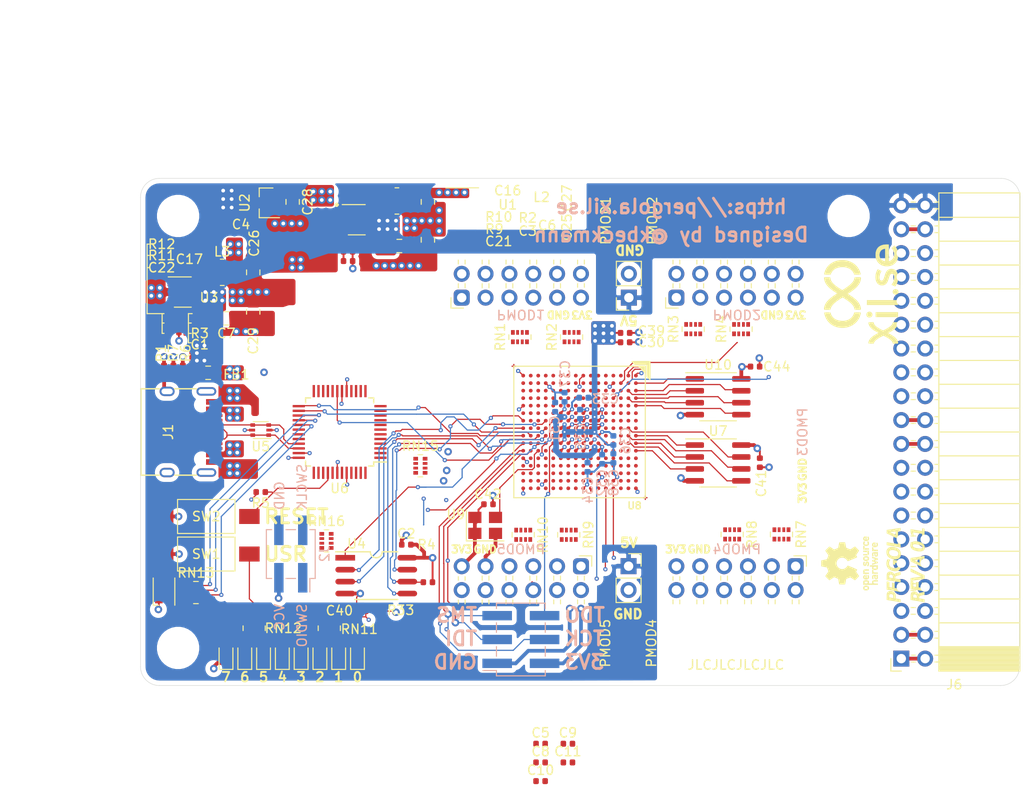
<source format=kicad_pcb>
(kicad_pcb (version 20171130) (host pcbnew 5.1.6)
  (layers (0 F.Cu signal) (1 In1.Cu power) (2 In2.Cu power) (31 B.Cu signal) (34 B.Paste user) (35 F.Paste user) (36 B.SilkS user) (37 F.SilkS user) (38 B.Mask user) (39 F.Mask user) (44 Edge.Cuts user))
  (net 0 "")
  (net 1 GND)
  (net 2 +2V5)
  (net 3 +3V3)
  (net 4 +1V1)
  (net 5 VBUS)
  (net 6 "Net-(J1-PadA5)")
  (net 7 "Net-(J1-PadB5)")
  (net 8 /USB_DP)
  (net 9 /USB_DM)
  (net 10 /VBUS_UNFILTERED)
  (net 11 /USB_SHIELD)
  (net 12 "Net-(D1-Pad2)")
  (net 13 "Net-(D2-Pad2)")
  (net 14 "Net-(D3-Pad2)")
  (net 15 "Net-(D4-Pad2)")
  (net 16 "Net-(D5-Pad2)")
  (net 17 "Net-(D6-Pad2)")
  (net 18 "Net-(D7-Pad2)")
  (net 19 "Net-(D8-Pad2)")
  (net 20 "Net-(C16-Pad2)")
  (net 21 "Net-(C17-Pad2)")
  (net 22 /CLK_16MHZ)
  (net 23 /FPGA_CFG2)
  (net 24 /FPGA_CFG1)
  (net 25 /FPGA_CFG0)
  (net 26 /PMOD1_4)
  (net 27 /PMOD1_8)
  (net 28 /PMOD1_3)
  (net 29 /PMOD1_7)
  (net 30 /PMOD1_2)
  (net 31 /PMOD1_6)
  (net 32 /PMOD1_1)
  (net 33 /PMOD1_5)
  (net 34 /PMOD2_4)
  (net 35 /PMOD2_8)
  (net 36 /PMOD2_3)
  (net 37 /PMOD2_7)
  (net 38 /PMOD2_2)
  (net 39 /PMOD2_6)
  (net 40 /PMOD2_1)
  (net 41 /PMOD2_5)
  (net 42 /PMOD4_4)
  (net 43 /PMOD4_8)
  (net 44 /PMOD4_3)
  (net 45 /PMOD4_7)
  (net 46 /PMOD4_2)
  (net 47 /PMOD4_6)
  (net 48 /PMOD4_1)
  (net 49 /PMOD4_5)
  (net 50 /PMOD5_4)
  (net 51 /PMOD5_8)
  (net 52 /PMOD5_3)
  (net 53 /PMOD5_7)
  (net 54 /PMOD5_2)
  (net 55 /PMOD5_6)
  (net 56 /PMOD5_1)
  (net 57 /PMOD5_5)
  (net 58 "Net-(D9-Pad2)")
  (net 59 /PMOD1_6x)
  (net 60 /PMOD1_5x)
  (net 61 /PMOD1_2x)
  (net 62 /PMOD1_1x)
  (net 63 /PMOD1_3x)
  (net 64 /PMOD1_4x)
  (net 65 /PMOD1_7x)
  (net 66 /PMOD1_8x)
  (net 67 /PMOD2_6x)
  (net 68 /PMOD2_5x)
  (net 69 /PMOD2_2x)
  (net 70 /PMOD2_1x)
  (net 71 /PMOD2_8x)
  (net 72 /PMOD2_7x)
  (net 73 /PMOD2_4x)
  (net 74 /PMOD2_3x)
  (net 75 /PMOD4_6x)
  (net 76 /PMOD4_5x)
  (net 77 /PMOD4_2x)
  (net 78 /PMOD4_1x)
  (net 79 /PMOD4_8x)
  (net 80 /PMOD4_7x)
  (net 81 /PMOD4_4x)
  (net 82 /PMOD4_3x)
  (net 83 /PMOD5_6x)
  (net 84 /PMOD5_5x)
  (net 85 /PMOD5_2x)
  (net 86 /PMOD5_1x)
  (net 87 /PMOD5_8x)
  (net 88 /PMOD5_7x)
  (net 89 /PMOD5_4x)
  (net 90 /PMOD5_3x)
  (net 91 "Net-(C16-Pad1)")
  (net 92 "Net-(C17-Pad1)")
  (net 93 "Net-(C21-Pad1)")
  (net 94 "Net-(C22-Pad1)")
  (net 95 "Net-(D1-Pad4)")
  (net 96 "Net-(D1-Pad3)")
  (net 97 "Net-(R2-Pad2)")
  (net 98 "Net-(R3-Pad2)")
  (net 99 /LED0)
  (net 100 /LED1)
  (net 101 /LED2)
  (net 102 /LED3)
  (net 103 /LED4)
  (net 104 /LED5)
  (net 105 /LED6)
  (net 106 /LED7)
  (net 107 /SW_USER)
  (net 108 /RAM1_D3)
  (net 109 /RAM1_CLK)
  (net 110 /RAM1_D0)
  (net 111 /RAM1_D2)
  (net 112 /RAM1_D1)
  (net 113 /RAM1_~CS~)
  (net 114 /RAM2_D0)
  (net 115 /RAM2_CLK)
  (net 116 /RAM2_D3)
  (net 117 /RAM2_D2)
  (net 118 /RAM2_D1)
  (net 119 /RAM2_~CS~)
  (net 120 /JTAG_TDO)
  (net 121 /JTAG_TMS)
  (net 122 /JTAG_TCK)
  (net 123 /JTAG_TDI)
  (net 124 /FPGA_SPI_D0)
  (net 125 /FPGA_SPI_D1)
  (net 126 /FPGA_SPI_D2)
  (net 127 /FPGA_SPI_D3)
  (net 128 /FPGA_DONE)
  (net 129 /FPGA_~PROGRAM)
  (net 130 /FPGA_~INIT)
  (net 131 /LED_G)
  (net 132 /LED_B)
  (net 133 /LED_R)
  (net 134 /FPGA_CONFIG_CLK)
  (net 135 /FPGA_~CS_DI)
  (net 136 "Net-(C5-Pad2)")
  (net 137 /MCU_SWDIO)
  (net 138 /MCU_SWCLK)
  (net 139 /MCU_~RESET~)
  (module Connector_PinSocket_2.54mm:PinSocket_2x20_P2.54mm_Horizontal (layer F.Cu) (at 181.01 101.135 180)
    (fp_text reference J6 (at -5.65 -2.77) (layer F.SilkS))
    (fp_text value Conn_ULX3S)
    (pad 40 thru_hole oval (at -2.54 48.26 180) (size 1.7 1.7) (drill 1) (layers *.Cu *.Mask) (net 5 VBUS))
    (pad 39 thru_hole oval (at 0 48.26 180) (size 1.7 1.7) (drill 1) (layers *.Cu *.Mask) (net 5 VBUS))
    (pad 38 thru_hole oval (at -2.54 45.72 180) (size 1.7 1.7) (drill 1) (layers *.Cu *.Mask) (net 1 GND))
    (pad 37 thru_hole oval (at 0 45.72 180) (size 1.7 1.7) (drill 1) (layers *.Cu *.Mask) (net 1 GND))
    (pad 36 thru_hole oval (at -2.54 43.18 180) (size 1.7 1.7) (drill 1) (layers *.Cu *.Mask))
    (pad 35 thru_hole oval (at 0 43.18 180) (size 1.7 1.7) (drill 1) (layers *.Cu *.Mask))
    (pad 34 thru_hole oval (at -2.54 40.64 180) (size 1.7 1.7) (drill 1) (layers *.Cu *.Mask))
    (pad 33 thru_hole oval (at 0 40.64 180) (size 1.7 1.7) (drill 1) (layers *.Cu *.Mask))
    (pad 32 thru_hole oval (at -2.54 38.1 180) (size 1.7 1.7) (drill 1) (layers *.Cu *.Mask))
    (pad 31 thru_hole oval (at 0 38.1 180) (size 1.7 1.7) (drill 1) (layers *.Cu *.Mask))
    (pad 30 thru_hole oval (at -2.54 35.56 180) (size 1.7 1.7) (drill 1) (layers *.Cu *.Mask))
    (pad 29 thru_hole oval (at 0 35.56 180) (size 1.7 1.7) (drill 1) (layers *.Cu *.Mask))
    (pad 28 thru_hole oval (at -2.54 33.02 180) (size 1.7 1.7) (drill 1) (layers *.Cu *.Mask))
    (pad 27 thru_hole oval (at 0 33.02 180) (size 1.7 1.7) (drill 1) (layers *.Cu *.Mask))
    (pad 26 thru_hole oval (at -2.54 30.48 180) (size 1.7 1.7) (drill 1) (layers *.Cu *.Mask))
    (pad 25 thru_hole oval (at 0 30.48 180) (size 1.7 1.7) (drill 1) (layers *.Cu *.Mask))
    (pad 24 thru_hole oval (at -2.54 27.94 180) (size 1.7 1.7) (drill 1) (layers *.Cu *.Mask))
    (pad 23 thru_hole oval (at 0 27.94 180) (size 1.7 1.7) (drill 1) (layers *.Cu *.Mask))
    (pad 22 thru_hole oval (at -2.54 25.4 180) (size 1.7 1.7) (drill 1) (layers *.Cu *.Mask) (net 1 GND))
    (pad 21 thru_hole oval (at 0 25.4 180) (size 1.7 1.7) (drill 1) (layers *.Cu *.Mask) (net 1 GND))
    (pad 20 thru_hole oval (at -2.54 22.86 180) (size 1.7 1.7) (drill 1) (layers *.Cu *.Mask) (net 3 +3V3))
    (pad 19 thru_hole oval (at 0 22.86 180) (size 1.7 1.7) (drill 1) (layers *.Cu *.Mask) (net 3 +3V3))
    (pad 18 thru_hole oval (at -2.54 20.32 180) (size 1.7 1.7) (drill 1) (layers *.Cu *.Mask))
    (pad 17 thru_hole oval (at 0 20.32 180) (size 1.7 1.7) (drill 1) (layers *.Cu *.Mask))
    (pad 16 thru_hole oval (at -2.54 17.78 180) (size 1.7 1.7) (drill 1) (layers *.Cu *.Mask))
    (pad 15 thru_hole oval (at 0 17.78 180) (size 1.7 1.7) (drill 1) (layers *.Cu *.Mask))
    (pad 14 thru_hole oval (at -2.54 15.24 180) (size 1.7 1.7) (drill 1) (layers *.Cu *.Mask))
    (pad 13 thru_hole oval (at 0 15.24 180) (size 1.7 1.7) (drill 1) (layers *.Cu *.Mask))
    (pad 12 thru_hole oval (at -2.54 12.7 180) (size 1.7 1.7) (drill 1) (layers *.Cu *.Mask))
    (pad 11 thru_hole oval (at 0 12.7 180) (size 1.7 1.7) (drill 1) (layers *.Cu *.Mask))
    (pad 10 thru_hole oval (at -2.54 10.16 180) (size 1.7 1.7) (drill 1) (layers *.Cu *.Mask))
    (pad 9 thru_hole oval (at 0 10.16 180) (size 1.7 1.7) (drill 1) (layers *.Cu *.Mask))
    (pad 8 thru_hole oval (at -2.54 7.62 180) (size 1.7 1.7) (drill 1) (layers *.Cu *.Mask))
    (pad 7 thru_hole oval (at 0 7.62 180) (size 1.7 1.7) (drill 1) (layers *.Cu *.Mask))
    (pad 6 thru_hole oval (at -2.54 5.08 180) (size 1.7 1.7) (drill 1) (layers *.Cu *.Mask))
    (pad 5 thru_hole oval (at 0 5.08 180) (size 1.7 1.7) (drill 1) (layers *.Cu *.Mask))
    (pad 4 thru_hole oval (at -2.54 2.54 180) (size 1.7 1.7) (drill 1) (layers *.Cu *.Mask) (net 1 GND))
    (pad 3 thru_hole oval (at 0 2.54 180) (size 1.7 1.7) (drill 1) (layers *.Cu *.Mask) (net 1 GND))
    (pad 2 thru_hole oval (at -2.54 0 180) (size 1.7 1.7) (drill 1) (layers *.Cu *.Mask) (net 3 +3V3))
    (pad 1 thru_hole rect (at 0 0 180) (size 1.7 1.7) (drill 1) (layers *.Cu *.Mask) (net 3 +3V3))
  )
  (module Resistor_SMD:R_0402_1005Metric (layer F.Cu) (at 112.8 83.4 180)
    (fp_text reference R5 (at 0 -1.17) (layer F.SilkS))
    (fp_text value 10k)
    (pad 2 smd roundrect (at 0.485 0 180) (size 0.59 0.64) (layers F.Cu F.Paste F.Mask) (net 3 +3V3))
    (pad 1 smd roundrect (at -0.485 0 180) (size 0.59 0.64) (layers F.Cu F.Paste F.Mask) (net 139 /MCU_~RESET~))
  )
  (module Package_QFP:TQFP-48_7x7mm_P0.5mm (layer F.Cu) (at 121.2 77 180)
    (fp_text reference U6 (at 0 -6) (layer F.SilkS))
    (fp_text value ATSAMD21G18A-AUT)
    (pad 48 smd rect (at -2.75 -4.35 270) (size 1.3 0.25) (layers F.Cu F.Paste F.Mask))
    (pad 47 smd rect (at -2.25 -4.35 270) (size 1.3 0.25) (layers F.Cu F.Paste F.Mask))
    (pad 46 smd rect (at -1.75 -4.35 270) (size 1.3 0.25) (layers F.Cu F.Paste F.Mask) (net 137 /MCU_SWDIO))
    (pad 45 smd rect (at -1.25 -4.35 270) (size 1.3 0.25) (layers F.Cu F.Paste F.Mask) (net 138 /MCU_SWCLK))
    (pad 44 smd rect (at -0.75 -4.35 270) (size 1.3 0.25) (layers F.Cu F.Paste F.Mask) (net 3 +3V3))
    (pad 43 smd rect (at -0.25 -4.35 270) (size 1.3 0.25) (layers F.Cu F.Paste F.Mask) (net 136 "Net-(C5-Pad2)"))
    (pad 42 smd rect (at 0.25 -4.35 270) (size 1.3 0.25) (layers F.Cu F.Paste F.Mask) (net 1 GND))
    (pad 41 smd rect (at 0.75 -4.35 270) (size 1.3 0.25) (layers F.Cu F.Paste F.Mask))
    (pad 40 smd rect (at 1.25 -4.35 270) (size 1.3 0.25) (layers F.Cu F.Paste F.Mask) (net 139 /MCU_~RESET~))
    (pad 39 smd rect (at 1.75 -4.35 270) (size 1.3 0.25) (layers F.Cu F.Paste F.Mask))
    (pad 38 smd rect (at 2.25 -4.35 270) (size 1.3 0.25) (layers F.Cu F.Paste F.Mask))
    (pad 37 smd rect (at 2.75 -4.35 270) (size 1.3 0.25) (layers F.Cu F.Paste F.Mask))
    (pad 36 smd rect (at 4.35 -2.75 180) (size 1.3 0.25) (layers F.Cu F.Paste F.Mask) (net 3 +3V3))
    (pad 35 smd rect (at 4.35 -2.25 180) (size 1.3 0.25) (layers F.Cu F.Paste F.Mask) (net 1 GND))
    (pad 34 smd rect (at 4.35 -1.75 180) (size 1.3 0.25) (layers F.Cu F.Paste F.Mask) (net 8 /USB_DP))
    (pad 33 smd rect (at 4.35 -1.25 180) (size 1.3 0.25) (layers F.Cu F.Paste F.Mask) (net 9 /USB_DM))
    (pad 32 smd rect (at 4.35 -0.75 180) (size 1.3 0.25) (layers F.Cu F.Paste F.Mask))
    (pad 31 smd rect (at 4.35 -0.25 180) (size 1.3 0.25) (layers F.Cu F.Paste F.Mask))
    (pad 30 smd rect (at 4.35 0.25 180) (size 1.3 0.25) (layers F.Cu F.Paste F.Mask))
    (pad 29 smd rect (at 4.35 0.75 180) (size 1.3 0.25) (layers F.Cu F.Paste F.Mask) (net 132 /LED_B))
    (pad 28 smd rect (at 4.35 1.25 180) (size 1.3 0.25) (layers F.Cu F.Paste F.Mask) (net 131 /LED_G))
    (pad 27 smd rect (at 4.35 1.75 180) (size 1.3 0.25) (layers F.Cu F.Paste F.Mask) (net 133 /LED_R))
    (pad 26 smd rect (at 4.35 2.25 180) (size 1.3 0.25) (layers F.Cu F.Paste F.Mask) (net 129 /FPGA_~PROGRAM))
    (pad 25 smd rect (at 4.35 2.75 180) (size 1.3 0.25) (layers F.Cu F.Paste F.Mask) (net 130 /FPGA_~INIT))
    (pad 24 smd rect (at 2.75 4.35 270) (size 1.3 0.25) (layers F.Cu F.Paste F.Mask))
    (pad 23 smd rect (at 2.25 4.35 270) (size 1.3 0.25) (layers F.Cu F.Paste F.Mask))
    (pad 22 smd rect (at 1.75 4.35 270) (size 1.3 0.25) (layers F.Cu F.Paste F.Mask))
    (pad 21 smd rect (at 1.25 4.35 270) (size 1.3 0.25) (layers F.Cu F.Paste F.Mask))
    (pad 20 smd rect (at 0.75 4.35 270) (size 1.3 0.25) (layers F.Cu F.Paste F.Mask))
    (pad 19 smd rect (at 0.25 4.35 270) (size 1.3 0.25) (layers F.Cu F.Paste F.Mask) (net 128 /FPGA_DONE))
    (pad 18 smd rect (at -0.25 4.35 270) (size 1.3 0.25) (layers F.Cu F.Paste F.Mask) (net 1 GND))
    (pad 17 smd rect (at -0.75 4.35 270) (size 1.3 0.25) (layers F.Cu F.Paste F.Mask) (net 3 +3V3))
    (pad 16 smd rect (at -1.25 4.35 270) (size 1.3 0.25) (layers F.Cu F.Paste F.Mask) (net 121 /JTAG_TMS))
    (pad 15 smd rect (at -1.75 4.35 270) (size 1.3 0.25) (layers F.Cu F.Paste F.Mask) (net 120 /JTAG_TDO))
    (pad 14 smd rect (at -2.25 4.35 270) (size 1.3 0.25) (layers F.Cu F.Paste F.Mask) (net 122 /JTAG_TCK))
    (pad 13 smd rect (at -2.75 4.35 270) (size 1.3 0.25) (layers F.Cu F.Paste F.Mask) (net 123 /JTAG_TDI))
    (pad 12 smd rect (at -4.35 2.75 180) (size 1.3 0.25) (layers F.Cu F.Paste F.Mask))
    (pad 11 smd rect (at -4.35 2.25 180) (size 1.3 0.25) (layers F.Cu F.Paste F.Mask))
    (pad 10 smd rect (at -4.35 1.75 180) (size 1.3 0.25) (layers F.Cu F.Paste F.Mask) (net 134 /FPGA_CONFIG_CLK))
    (pad 9 smd rect (at -4.35 1.25 180) (size 1.3 0.25) (layers F.Cu F.Paste F.Mask) (net 135 /FPGA_~CS_DI))
    (pad 8 smd rect (at -4.35 0.75 180) (size 1.3 0.25) (layers F.Cu F.Paste F.Mask))
    (pad 7 smd rect (at -4.35 0.25 180) (size 1.3 0.25) (layers F.Cu F.Paste F.Mask))
    (pad 6 smd rect (at -4.35 -0.25 180) (size 1.3 0.25) (layers F.Cu F.Paste F.Mask) (net 3 +3V3))
    (pad 5 smd rect (at -4.35 -0.75 180) (size 1.3 0.25) (layers F.Cu F.Paste F.Mask) (net 1 GND))
    (pad 4 smd rect (at -4.35 -1.25 180) (size 1.3 0.25) (layers F.Cu F.Paste F.Mask))
    (pad 3 smd rect (at -4.35 -1.75 180) (size 1.3 0.25) (layers F.Cu F.Paste F.Mask))
    (pad 2 smd rect (at -4.35 -2.25 180) (size 1.3 0.25) (layers F.Cu F.Paste F.Mask))
    (pad 1 smd rect (at -4.35 -2.75 180) (size 1.3 0.25) (layers F.Cu F.Paste F.Mask))
  )
  (module Capacitor_SMD:C_0402_1005Metric (layer F.Cu) (at 145.51 112.19)
    (fp_text reference C11 (at 0 -1.17) (layer F.SilkS))
    (fp_text value 100n)
    (pad 2 smd roundrect (at 0.485 0) (size 0.59 0.64) (layers F.Cu F.Paste F.Mask) (net 3 +3V3))
    (pad 1 smd roundrect (at -0.485 0) (size 0.59 0.64) (layers F.Cu F.Paste F.Mask) (net 1 GND))
  )
  (module Capacitor_SMD:C_0402_1005Metric (layer F.Cu) (at 142.6 114.18)
    (fp_text reference C10 (at 0 -1.17) (layer F.SilkS))
    (fp_text value 100n)
    (pad 2 smd roundrect (at 0.485 0) (size 0.59 0.64) (layers F.Cu F.Paste F.Mask) (net 3 +3V3))
    (pad 1 smd roundrect (at -0.485 0) (size 0.59 0.64) (layers F.Cu F.Paste F.Mask) (net 1 GND))
  )
  (module Capacitor_SMD:C_0402_1005Metric (layer F.Cu) (at 145.51 110.2)
    (fp_text reference C9 (at 0 -1.17) (layer F.SilkS))
    (fp_text value 100n)
    (pad 2 smd roundrect (at 0.485 0) (size 0.59 0.64) (layers F.Cu F.Paste F.Mask) (net 3 +3V3))
    (pad 1 smd roundrect (at -0.485 0) (size 0.59 0.64) (layers F.Cu F.Paste F.Mask) (net 1 GND))
  )
  (module Capacitor_SMD:C_0402_1005Metric (layer F.Cu) (at 142.6 112.19)
    (fp_text reference C8 (at 0 -1.17) (layer F.SilkS))
    (fp_text value 100n)
    (pad 2 smd roundrect (at 0.485 0) (size 0.59 0.64) (layers F.Cu F.Paste F.Mask) (net 3 +3V3))
    (pad 1 smd roundrect (at -0.485 0) (size 0.59 0.64) (layers F.Cu F.Paste F.Mask) (net 1 GND))
  )
  (module Capacitor_SMD:C_0402_1005Metric (layer F.Cu) (at 142.6 110.2)
    (fp_text reference C5 (at 0 -1.17) (layer F.SilkS))
    (fp_text value 100n)
    (pad 2 smd roundrect (at 0.485 0) (size 0.59 0.64) (layers F.Cu F.Paste F.Mask) (net 136 "Net-(C5-Pad2)"))
    (pad 1 smd roundrect (at -0.485 0) (size 0.59 0.64) (layers F.Cu F.Paste F.Mask) (net 1 GND))
  )
  (module Capacitor_SMD:C_0402_1005Metric (layer F.Cu) (at 128.3 89)
    (fp_text reference C2 (at 0 -1.17) (layer F.SilkS))
    (fp_text value 100n)
    (pad 2 smd roundrect (at 0.485 0) (size 0.59 0.64) (layers F.Cu F.Paste F.Mask) (net 3 +3V3))
    (pad 1 smd roundrect (at -0.485 0) (size 0.59 0.64) (layers F.Cu F.Paste F.Mask) (net 1 GND))
  )
  (module Resistor_SMD:R_Array_Convex_4x0402 (layer F.Cu) (at 105.9 94.1)
    (fp_text reference RN13 (at 0 -2.1) (layer F.SilkS))
    (fp_text value 2k2_x4)
    (pad 5 smd rect (at 0.5 0.75) (size 0.5 0.4) (layers F.Cu F.Paste F.Mask))
    (pad 6 smd rect (at 0.5 0.25) (size 0.5 0.3) (layers F.Cu F.Paste F.Mask) (net 132 /LED_B))
    (pad 8 smd rect (at 0.5 -0.75) (size 0.5 0.4) (layers F.Cu F.Paste F.Mask) (net 133 /LED_R))
    (pad 7 smd rect (at 0.5 -0.25) (size 0.5 0.3) (layers F.Cu F.Paste F.Mask) (net 131 /LED_G))
    (pad 4 smd rect (at -0.5 0.75) (size 0.5 0.4) (layers F.Cu F.Paste F.Mask))
    (pad 2 smd rect (at -0.5 -0.25) (size 0.5 0.3) (layers F.Cu F.Paste F.Mask) (net 96 "Net-(D1-Pad3)"))
    (pad 3 smd rect (at -0.5 0.25) (size 0.5 0.3) (layers F.Cu F.Paste F.Mask) (net 95 "Net-(D1-Pad4)"))
    (pad 1 smd rect (at -0.5 -0.75) (size 0.5 0.4) (layers F.Cu F.Paste F.Mask) (net 12 "Net-(D1-Pad2)"))
  )
  (module Resistor_SMD:R_Array_Convex_4x0402 (layer F.Cu) (at 112.1 97.9 270)
    (fp_text reference RN12 (at 0 -3.1 180) (layer F.SilkS))
    (fp_text value 2k2_x4)
    (pad 5 smd rect (at 0.5 0.75 270) (size 0.5 0.4) (layers F.Cu F.Paste F.Mask) (net 58 "Net-(D9-Pad2)"))
    (pad 6 smd rect (at 0.5 0.25 270) (size 0.5 0.3) (layers F.Cu F.Paste F.Mask) (net 19 "Net-(D8-Pad2)"))
    (pad 8 smd rect (at 0.5 -0.75 270) (size 0.5 0.4) (layers F.Cu F.Paste F.Mask) (net 17 "Net-(D6-Pad2)"))
    (pad 7 smd rect (at 0.5 -0.25 270) (size 0.5 0.3) (layers F.Cu F.Paste F.Mask) (net 18 "Net-(D7-Pad2)"))
    (pad 4 smd rect (at -0.5 0.75 270) (size 0.5 0.4) (layers F.Cu F.Paste F.Mask) (net 106 /LED7))
    (pad 2 smd rect (at -0.5 -0.25 270) (size 0.5 0.3) (layers F.Cu F.Paste F.Mask) (net 104 /LED5))
    (pad 3 smd rect (at -0.5 0.25 270) (size 0.5 0.3) (layers F.Cu F.Paste F.Mask) (net 105 /LED6))
    (pad 1 smd rect (at -0.5 -0.75 270) (size 0.5 0.4) (layers F.Cu F.Paste F.Mask) (net 103 /LED4))
  )
  (module Package_TO_SOT_SMD:SOT-666 (layer F.Cu) (at 112.8 76.8 180)
    (fp_text reference U5 (at 0 -1.75) (layer F.SilkS))
    (fp_text value USBLC6-2P6 hide)
    (pad 6 smd rect (at 0.85 -0.5375 180) (size 0.5 0.375) (layers F.Cu F.Paste F.Mask) (net 8 /USB_DP))
    (pad 4 smd rect (at 0.85 0.5375 180) (size 0.5 0.375) (layers F.Cu F.Paste F.Mask) (net 9 /USB_DM))
    (pad 2 smd rect (at -0.925 0 180) (size 0.65 0.3) (layers F.Cu F.Paste F.Mask) (net 1 GND))
    (pad 5 smd rect (at 0.925 0 180) (size 0.65 0.3) (layers F.Cu F.Paste F.Mask) (net 10 /VBUS_UNFILTERED))
    (pad 3 smd rect (at -0.85 0.5375 180) (size 0.5 0.375) (layers F.Cu F.Paste F.Mask) (net 9 /USB_DM))
    (pad 1 smd rect (at -0.85 -0.5375 180) (size 0.5 0.375) (layers F.Cu F.Paste F.Mask) (net 8 /USB_DP))
  )
  (module Resistor_SMD:R_Array_Convex_4x0402 (layer F.Cu) (at 119.8 88.6)
    (fp_text reference RN16 (at 0 -2.1) (layer F.SilkS))
    (fp_text value 10k_x4)
    (pad 5 smd rect (at 0.5 0.75) (size 0.5 0.4) (layers F.Cu F.Paste F.Mask) (net 3 +3V3))
    (pad 6 smd rect (at 0.5 0.25) (size 0.5 0.3) (layers F.Cu F.Paste F.Mask) (net 1 GND))
    (pad 8 smd rect (at 0.5 -0.75) (size 0.5 0.4) (layers F.Cu F.Paste F.Mask) (net 3 +3V3))
    (pad 7 smd rect (at 0.5 -0.25) (size 0.5 0.3) (layers F.Cu F.Paste F.Mask) (net 3 +3V3))
    (pad 4 smd rect (at -0.5 0.75) (size 0.5 0.4) (layers F.Cu F.Paste F.Mask) (net 121 /JTAG_TMS))
    (pad 2 smd rect (at -0.5 -0.25) (size 0.5 0.3) (layers F.Cu F.Paste F.Mask) (net 123 /JTAG_TDI))
    (pad 3 smd rect (at -0.5 0.25) (size 0.5 0.3) (layers F.Cu F.Paste F.Mask) (net 122 /JTAG_TCK))
    (pad 1 smd rect (at -0.5 -0.75) (size 0.5 0.4) (layers F.Cu F.Paste F.Mask) (net 120 /JTAG_TDO))
  )
  (module Resistor_SMD:R_Array_Convex_4x0402 (layer F.Cu) (at 129.8 80.6)
    (fp_text reference RN15 (at 0 -2.1) (layer F.SilkS))
    (fp_text value 10k_x4)
    (pad 5 smd rect (at 0.5 0.75) (size 0.5 0.4) (layers F.Cu F.Paste F.Mask) (net 23 /FPGA_CFG2))
    (pad 6 smd rect (at 0.5 0.25) (size 0.5 0.3) (layers F.Cu F.Paste F.Mask) (net 24 /FPGA_CFG1))
    (pad 8 smd rect (at 0.5 -0.75) (size 0.5 0.4) (layers F.Cu F.Paste F.Mask) (net 135 /FPGA_~CS_DI))
    (pad 7 smd rect (at 0.5 -0.25) (size 0.5 0.3) (layers F.Cu F.Paste F.Mask) (net 25 /FPGA_CFG0))
    (pad 4 smd rect (at -0.5 0.75) (size 0.5 0.4) (layers F.Cu F.Paste F.Mask) (net 1 GND))
    (pad 2 smd rect (at -0.5 -0.25) (size 0.5 0.3) (layers F.Cu F.Paste F.Mask) (net 1 GND))
    (pad 3 smd rect (at -0.5 0.25) (size 0.5 0.3) (layers F.Cu F.Paste F.Mask) (net 3 +3V3))
    (pad 1 smd rect (at -0.5 -0.75) (size 0.5 0.4) (layers F.Cu F.Paste F.Mask) (net 3 +3V3))
  )
  (module Resistor_SMD:R_Array_Convex_4x0402 (layer F.Cu) (at 120.1 97.9 270)
    (fp_text reference RN11 (at 0.1 -3.2 180) (layer F.SilkS))
    (fp_text value 2k2_x4)
    (pad 5 smd rect (at 0.5 0.75 270) (size 0.5 0.4) (layers F.Cu F.Paste F.Mask) (net 16 "Net-(D5-Pad2)"))
    (pad 6 smd rect (at 0.5 0.25 270) (size 0.5 0.3) (layers F.Cu F.Paste F.Mask) (net 15 "Net-(D4-Pad2)"))
    (pad 8 smd rect (at 0.5 -0.75 270) (size 0.5 0.4) (layers F.Cu F.Paste F.Mask) (net 13 "Net-(D2-Pad2)"))
    (pad 7 smd rect (at 0.5 -0.25 270) (size 0.5 0.3) (layers F.Cu F.Paste F.Mask) (net 14 "Net-(D3-Pad2)"))
    (pad 4 smd rect (at -0.5 0.75 270) (size 0.5 0.4) (layers F.Cu F.Paste F.Mask) (net 102 /LED3))
    (pad 2 smd rect (at -0.5 -0.25 270) (size 0.5 0.3) (layers F.Cu F.Paste F.Mask) (net 100 /LED1))
    (pad 3 smd rect (at -0.5 0.25 270) (size 0.5 0.3) (layers F.Cu F.Paste F.Mask) (net 101 /LED2))
    (pad 1 smd rect (at -0.5 -0.75 270) (size 0.5 0.4) (layers F.Cu F.Paste F.Mask) (net 99 /LED0))
  )
  (module Resistor_SMD:R_Array_Convex_4x0402 (layer F.Cu) (at 140.75 87.95 270)
    (fp_text reference RN10 (at 0 -2.1 90) (layer F.SilkS))
    (fp_text value 22R_x4)
    (pad 5 smd rect (at 0.5 0.75 270) (size 0.5 0.4) (layers F.Cu F.Paste F.Mask) (net 51 /PMOD5_8))
    (pad 6 smd rect (at 0.5 0.25 270) (size 0.5 0.3) (layers F.Cu F.Paste F.Mask) (net 50 /PMOD5_4))
    (pad 8 smd rect (at 0.5 -0.75 270) (size 0.5 0.4) (layers F.Cu F.Paste F.Mask) (net 52 /PMOD5_3))
    (pad 7 smd rect (at 0.5 -0.25 270) (size 0.5 0.3) (layers F.Cu F.Paste F.Mask) (net 53 /PMOD5_7))
    (pad 4 smd rect (at -0.5 0.75 270) (size 0.5 0.4) (layers F.Cu F.Paste F.Mask) (net 87 /PMOD5_8x))
    (pad 2 smd rect (at -0.5 -0.25 270) (size 0.5 0.3) (layers F.Cu F.Paste F.Mask) (net 88 /PMOD5_7x))
    (pad 3 smd rect (at -0.5 0.25 270) (size 0.5 0.3) (layers F.Cu F.Paste F.Mask) (net 89 /PMOD5_4x))
    (pad 1 smd rect (at -0.5 -0.75 270) (size 0.5 0.4) (layers F.Cu F.Paste F.Mask) (net 90 /PMOD5_3x))
  )
  (module Resistor_SMD:R_Array_Convex_4x0402 (layer F.Cu) (at 145.6 87.95 270)
    (fp_text reference RN9 (at 0 -2.1 90) (layer F.SilkS))
    (fp_text value 22R_x4)
    (pad 5 smd rect (at 0.5 0.75 270) (size 0.5 0.4) (layers F.Cu F.Paste F.Mask) (net 55 /PMOD5_6))
    (pad 6 smd rect (at 0.5 0.25 270) (size 0.5 0.3) (layers F.Cu F.Paste F.Mask) (net 54 /PMOD5_2))
    (pad 8 smd rect (at 0.5 -0.75 270) (size 0.5 0.4) (layers F.Cu F.Paste F.Mask) (net 56 /PMOD5_1))
    (pad 7 smd rect (at 0.5 -0.25 270) (size 0.5 0.3) (layers F.Cu F.Paste F.Mask) (net 57 /PMOD5_5))
    (pad 4 smd rect (at -0.5 0.75 270) (size 0.5 0.4) (layers F.Cu F.Paste F.Mask) (net 83 /PMOD5_6x))
    (pad 2 smd rect (at -0.5 -0.25 270) (size 0.5 0.3) (layers F.Cu F.Paste F.Mask) (net 84 /PMOD5_5x))
    (pad 3 smd rect (at -0.5 0.25 270) (size 0.5 0.3) (layers F.Cu F.Paste F.Mask) (net 85 /PMOD5_2x))
    (pad 1 smd rect (at -0.5 -0.75 270) (size 0.5 0.4) (layers F.Cu F.Paste F.Mask) (net 86 /PMOD5_1x))
  )
  (module Resistor_SMD:R_Array_Convex_4x0402 (layer F.Cu) (at 163 87.91 270)
    (fp_text reference RN8 (at 0 -2.1 90) (layer F.SilkS))
    (fp_text value 22R_x4)
    (pad 5 smd rect (at 0.5 0.75 270) (size 0.5 0.4) (layers F.Cu F.Paste F.Mask) (net 43 /PMOD4_8))
    (pad 6 smd rect (at 0.5 0.25 270) (size 0.5 0.3) (layers F.Cu F.Paste F.Mask) (net 42 /PMOD4_4))
    (pad 8 smd rect (at 0.5 -0.75 270) (size 0.5 0.4) (layers F.Cu F.Paste F.Mask) (net 44 /PMOD4_3))
    (pad 7 smd rect (at 0.5 -0.25 270) (size 0.5 0.3) (layers F.Cu F.Paste F.Mask) (net 45 /PMOD4_7))
    (pad 4 smd rect (at -0.5 0.75 270) (size 0.5 0.4) (layers F.Cu F.Paste F.Mask) (net 79 /PMOD4_8x))
    (pad 2 smd rect (at -0.5 -0.25 270) (size 0.5 0.3) (layers F.Cu F.Paste F.Mask) (net 80 /PMOD4_7x))
    (pad 3 smd rect (at -0.5 0.25 270) (size 0.5 0.3) (layers F.Cu F.Paste F.Mask) (net 81 /PMOD4_4x))
    (pad 1 smd rect (at -0.5 -0.75 270) (size 0.5 0.4) (layers F.Cu F.Paste F.Mask) (net 82 /PMOD4_3x))
  )
  (module Resistor_SMD:R_Array_Convex_4x0402 (layer F.Cu) (at 168.25 87.91 270)
    (fp_text reference RN7 (at 0 -2.1 90) (layer F.SilkS))
    (fp_text value 22R_x4)
    (pad 5 smd rect (at 0.5 0.75 270) (size 0.5 0.4) (layers F.Cu F.Paste F.Mask) (net 47 /PMOD4_6))
    (pad 6 smd rect (at 0.5 0.25 270) (size 0.5 0.3) (layers F.Cu F.Paste F.Mask) (net 46 /PMOD4_2))
    (pad 8 smd rect (at 0.5 -0.75 270) (size 0.5 0.4) (layers F.Cu F.Paste F.Mask) (net 48 /PMOD4_1))
    (pad 7 smd rect (at 0.5 -0.25 270) (size 0.5 0.3) (layers F.Cu F.Paste F.Mask) (net 49 /PMOD4_5))
    (pad 4 smd rect (at -0.5 0.75 270) (size 0.5 0.4) (layers F.Cu F.Paste F.Mask) (net 75 /PMOD4_6x))
    (pad 2 smd rect (at -0.5 -0.25 270) (size 0.5 0.3) (layers F.Cu F.Paste F.Mask) (net 76 /PMOD4_5x))
    (pad 3 smd rect (at -0.5 0.25 270) (size 0.5 0.3) (layers F.Cu F.Paste F.Mask) (net 77 /PMOD4_2x))
    (pad 1 smd rect (at -0.5 -0.75 270) (size 0.5 0.4) (layers F.Cu F.Paste F.Mask) (net 78 /PMOD4_1x))
  )
  (module Resistor_SMD:R_Array_Convex_4x0402 (layer F.Cu) (at 163.95 66.05 90)
    (fp_text reference RN4 (at 0 -2.1 90) (layer F.SilkS))
    (fp_text value 22R_x4)
    (pad 5 smd rect (at 0.5 0.75 90) (size 0.5 0.4) (layers F.Cu F.Paste F.Mask) (net 35 /PMOD2_8))
    (pad 6 smd rect (at 0.5 0.25 90) (size 0.5 0.3) (layers F.Cu F.Paste F.Mask) (net 34 /PMOD2_4))
    (pad 8 smd rect (at 0.5 -0.75 90) (size 0.5 0.4) (layers F.Cu F.Paste F.Mask) (net 36 /PMOD2_3))
    (pad 7 smd rect (at 0.5 -0.25 90) (size 0.5 0.3) (layers F.Cu F.Paste F.Mask) (net 37 /PMOD2_7))
    (pad 4 smd rect (at -0.5 0.75 90) (size 0.5 0.4) (layers F.Cu F.Paste F.Mask) (net 71 /PMOD2_8x))
    (pad 2 smd rect (at -0.5 -0.25 90) (size 0.5 0.3) (layers F.Cu F.Paste F.Mask) (net 72 /PMOD2_7x))
    (pad 3 smd rect (at -0.5 0.25 90) (size 0.5 0.3) (layers F.Cu F.Paste F.Mask) (net 73 /PMOD2_4x))
    (pad 1 smd rect (at -0.5 -0.75 90) (size 0.5 0.4) (layers F.Cu F.Paste F.Mask) (net 74 /PMOD2_3x))
  )
  (module Resistor_SMD:R_Array_Convex_4x0402 (layer F.Cu) (at 158.85 66.05 90)
    (fp_text reference RN3 (at 0 -2.1 90) (layer F.SilkS))
    (fp_text value 22R_x4)
    (pad 5 smd rect (at 0.5 0.75 90) (size 0.5 0.4) (layers F.Cu F.Paste F.Mask) (net 39 /PMOD2_6))
    (pad 6 smd rect (at 0.5 0.25 90) (size 0.5 0.3) (layers F.Cu F.Paste F.Mask) (net 38 /PMOD2_2))
    (pad 8 smd rect (at 0.5 -0.75 90) (size 0.5 0.4) (layers F.Cu F.Paste F.Mask) (net 40 /PMOD2_1))
    (pad 7 smd rect (at 0.5 -0.25 90) (size 0.5 0.3) (layers F.Cu F.Paste F.Mask) (net 41 /PMOD2_5))
    (pad 4 smd rect (at -0.5 0.75 90) (size 0.5 0.4) (layers F.Cu F.Paste F.Mask) (net 67 /PMOD2_6x))
    (pad 2 smd rect (at -0.5 -0.25 90) (size 0.5 0.3) (layers F.Cu F.Paste F.Mask) (net 68 /PMOD2_5x))
    (pad 3 smd rect (at -0.5 0.25 90) (size 0.5 0.3) (layers F.Cu F.Paste F.Mask) (net 69 /PMOD2_2x))
    (pad 1 smd rect (at -0.5 -0.75 90) (size 0.5 0.4) (layers F.Cu F.Paste F.Mask) (net 70 /PMOD2_1x))
  )
  (module Resistor_SMD:R_Array_Convex_4x0402 (layer F.Cu) (at 145.9 66.9 90)
    (fp_text reference RN2 (at 0 -2.1 90) (layer F.SilkS))
    (fp_text value 22R_x4)
    (pad 5 smd rect (at 0.5 0.75 90) (size 0.5 0.4) (layers F.Cu F.Paste F.Mask) (net 27 /PMOD1_8))
    (pad 6 smd rect (at 0.5 0.25 90) (size 0.5 0.3) (layers F.Cu F.Paste F.Mask) (net 26 /PMOD1_4))
    (pad 8 smd rect (at 0.5 -0.75 90) (size 0.5 0.4) (layers F.Cu F.Paste F.Mask) (net 28 /PMOD1_3))
    (pad 7 smd rect (at 0.5 -0.25 90) (size 0.5 0.3) (layers F.Cu F.Paste F.Mask) (net 29 /PMOD1_7))
    (pad 4 smd rect (at -0.5 0.75 90) (size 0.5 0.4) (layers F.Cu F.Paste F.Mask) (net 66 /PMOD1_8x))
    (pad 2 smd rect (at -0.5 -0.25 90) (size 0.5 0.3) (layers F.Cu F.Paste F.Mask) (net 65 /PMOD1_7x))
    (pad 3 smd rect (at -0.5 0.25 90) (size 0.5 0.3) (layers F.Cu F.Paste F.Mask) (net 64 /PMOD1_4x))
    (pad 1 smd rect (at -0.5 -0.75 90) (size 0.5 0.4) (layers F.Cu F.Paste F.Mask) (net 63 /PMOD1_3x))
  )
  (module Resistor_SMD:R_Array_Convex_4x0402 (layer F.Cu) (at 140.4 66.9 90)
    (fp_text reference RN1 (at 0 -2.1 90) (layer F.SilkS))
    (fp_text value 22R_x4)
    (pad 5 smd rect (at 0.5 0.75 90) (size 0.5 0.4) (layers F.Cu F.Paste F.Mask) (net 31 /PMOD1_6))
    (pad 6 smd rect (at 0.5 0.25 90) (size 0.5 0.3) (layers F.Cu F.Paste F.Mask) (net 30 /PMOD1_2))
    (pad 8 smd rect (at 0.5 -0.75 90) (size 0.5 0.4) (layers F.Cu F.Paste F.Mask) (net 32 /PMOD1_1))
    (pad 7 smd rect (at 0.5 -0.25 90) (size 0.5 0.3) (layers F.Cu F.Paste F.Mask) (net 33 /PMOD1_5))
    (pad 4 smd rect (at -0.5 0.75 90) (size 0.5 0.4) (layers F.Cu F.Paste F.Mask) (net 59 /PMOD1_6x))
    (pad 2 smd rect (at -0.5 -0.25 90) (size 0.5 0.3) (layers F.Cu F.Paste F.Mask) (net 60 /PMOD1_5x))
    (pad 3 smd rect (at -0.5 0.25 90) (size 0.5 0.3) (layers F.Cu F.Paste F.Mask) (net 61 /PMOD1_2x))
    (pad 1 smd rect (at -0.5 -0.75 90) (size 0.5 0.4) (layers F.Cu F.Paste F.Mask) (net 62 /PMOD1_1x))
  )
  (module Connector_USB_Extra:USB_C_Receptacle_GT-USB-7010 (layer F.Cu) (at 104.7 77 270)
    (fp_text reference J1 (at 0 1.75 270) (layer F.SilkS))
    (fp_text value USB_C_Receptacle_USB2.0)
    (pad A12 smd rect (at 3.35 -3.15 270) (size 0.3 1.75) (layers F.Cu F.Paste F.Mask) (net 1 GND))
    (pad B1 smd rect (at 3.05 -3.15 270) (size 0.3 1.75) (layers F.Cu F.Paste F.Mask) (net 1 GND))
    (pad B4 smd rect (at 2.25 -3.15 270) (size 0.3 1.75) (layers F.Cu F.Paste F.Mask) (net 10 /VBUS_UNFILTERED))
    (pad A9 smd rect (at 2.55 -3.15 270) (size 0.3 1.75) (layers F.Cu F.Paste F.Mask) (net 10 /VBUS_UNFILTERED))
    (pad B9 smd rect (at -2.25 -3.15 270) (size 0.3 1.75) (layers F.Cu F.Paste F.Mask) (net 10 /VBUS_UNFILTERED))
    (pad A4 smd rect (at -2.55 -3.15 270) (size 0.3 1.75) (layers F.Cu F.Paste F.Mask) (net 10 /VBUS_UNFILTERED))
    (pad B12 smd rect (at -3.05 -3.15 270) (size 0.3 1.75) (layers F.Cu F.Paste F.Mask) (net 1 GND))
    (pad A1 smd rect (at -3.35 -3.15 270) (size 0.3 1.75) (layers F.Cu F.Paste F.Mask) (net 1 GND))
    (pad A6 smd rect (at -0.25 -3.15 270) (size 0.3 1.75) (layers F.Cu F.Paste F.Mask) (net 8 /USB_DP))
    (pad A5 smd rect (at -1.25 -3.15 270) (size 0.3 1.75) (layers F.Cu F.Paste F.Mask) (net 6 "Net-(J1-PadA5)"))
    (pad B8 smd rect (at -1.75 -3.15 270) (size 0.3 1.75) (layers F.Cu F.Paste F.Mask))
    (pad B7 smd rect (at -0.75 -3.15 270) (size 0.3 1.75) (layers F.Cu F.Paste F.Mask) (net 9 /USB_DM))
    (pad B5 smd rect (at 1.75 -3.15 270) (size 0.3 1.75) (layers F.Cu F.Paste F.Mask) (net 7 "Net-(J1-PadB5)"))
    (pad A8 smd rect (at 1.25 -3.15 270) (size 0.3 1.75) (layers F.Cu F.Paste F.Mask))
    (pad B6 smd rect (at 0.75 -3.15 270) (size 0.3 1.75) (layers F.Cu F.Paste F.Mask) (net 8 /USB_DP))
    (pad A7 smd rect (at 0.25 -3.15 270) (size 0.3 1.75) (layers F.Cu F.Paste F.Mask) (net 9 /USB_DM))
    (pad "" np_thru_hole circle (at 2.89 -1.81 270) (size 0.65 0.65) (drill 0.65) (layers *.Cu *.Mask))
    (pad "" np_thru_hole circle (at -2.89 -1.81 270) (size 0.65 0.65) (drill 0.65) (layers *.Cu *.Mask))
    (pad S1 thru_hole oval (at 4.32 -2.31 270) (size 0.9 2.1) (drill oval 0.5 1.7) (layers *.Cu *.Mask F.Paste) (net 11 /USB_SHIELD))
    (pad S1 thru_hole oval (at -4.32 -2.31 270) (size 0.9 2.1) (drill oval 0.5 1.7) (layers *.Cu *.Mask F.Paste) (net 11 /USB_SHIELD))
    (pad S1 thru_hole oval (at 4.32 1.87 270) (size 1 1.6) (drill oval 0.6 1.2) (layers *.Cu *.Mask F.Paste) (net 11 /USB_SHIELD))
    (pad S1 thru_hole oval (at -4.32 1.87 270) (size 1 1.6) (drill oval 0.6 1.2) (layers *.Cu *.Mask F.Paste) (net 11 /USB_SHIELD))
  )
  (module Capacitor_SMD:C_0402_1005Metric (layer F.Cu) (at 165.44 70.04 180)
    (fp_text reference C44 (at -2.31 -0.01) (layer F.SilkS))
    (fp_text value 100n)
    (pad 2 smd roundrect (at 0.485 0 180) (size 0.59 0.64) (layers F.Cu F.Paste F.Mask) (net 3 +3V3))
    (pad 1 smd roundrect (at -0.485 0 180) (size 0.59 0.64) (layers F.Cu F.Paste F.Mask) (net 1 GND))
  )
  (module Package_SO:SOIC-8_3.9x4.9mm_P1.27mm (layer F.Cu) (at 161.5 73.25)
    (fp_text reference U10 (at 0 -3.4) (layer F.SilkS))
    (fp_text value "SPI RAM LY68L6400SLIT")
    (pad 8 smd roundrect (at 2.475 -1.905) (size 1.95 0.6) (layers F.Cu F.Paste F.Mask) (net 3 +3V3))
    (pad 7 smd roundrect (at 2.475 -0.635) (size 1.95 0.6) (layers F.Cu F.Paste F.Mask) (net 116 /RAM2_D3))
    (pad 6 smd roundrect (at 2.475 0.635) (size 1.95 0.6) (layers F.Cu F.Paste F.Mask) (net 115 /RAM2_CLK))
    (pad 5 smd roundrect (at 2.475 1.905) (size 1.95 0.6) (layers F.Cu F.Paste F.Mask) (net 114 /RAM2_D0))
    (pad 4 smd roundrect (at -2.475 1.905) (size 1.95 0.6) (layers F.Cu F.Paste F.Mask) (net 1 GND))
    (pad 3 smd roundrect (at -2.475 0.635) (size 1.95 0.6) (layers F.Cu F.Paste F.Mask) (net 117 /RAM2_D2))
    (pad 2 smd roundrect (at -2.475 -0.635) (size 1.95 0.6) (layers F.Cu F.Paste F.Mask) (net 118 /RAM2_D1))
    (pad 1 smd roundrect (at -2.475 -1.905) (size 1.95 0.6) (layers F.Cu F.Paste F.Mask) (net 119 /RAM2_~CS~))
  )
  (module ecp5board:xil_logo_new (layer F.Cu) (at 177.7 62.2 90)
    (fp_text reference LOGO3 hide)
    (fp_text value Logo_Open_Hardware_Small)
  )
  (module Symbol:OSHW-Logo_5.7x6mm_SilkScreen (layer F.Cu) (at 175.5 91 90)
    (fp_text reference LOGO1 hide)
    (fp_text value Logo_Open_Hardware_Small hide)
  )
  (module ecp5board:logo (layer F.Cu) (at 179 95)
    (fp_text reference LOGO2 hide)
    (fp_text value Logo_Open_Hardware_Small)
  )
  (module Package_TO_SOT_SMD:SOT-23-6 (layer F.Cu) (at 104.5 62.1)
    (fp_text reference U3 (at 2.8 0.6) (layer F.SilkS))
    (fp_text value SY8120B1ABC)
    (pad 5 smd rect (at 1.1 0) (size 1.06 0.65) (layers F.Cu F.Paste F.Mask) (net 5 VBUS))
    (pad 6 smd rect (at 1.1 -0.95) (size 1.06 0.65) (layers F.Cu F.Paste F.Mask) (net 21 "Net-(C17-Pad2)"))
    (pad 4 smd rect (at 1.1 0.95) (size 1.06 0.65) (layers F.Cu F.Paste F.Mask) (net 98 "Net-(R3-Pad2)"))
    (pad 3 smd rect (at -1.1 0.95) (size 1.06 0.65) (layers F.Cu F.Paste F.Mask) (net 94 "Net-(C22-Pad1)"))
    (pad 2 smd rect (at -1.1 0) (size 1.06 0.65) (layers F.Cu F.Paste F.Mask) (net 1 GND))
    (pad 1 smd rect (at -1.1 -0.95) (size 1.06 0.65) (layers F.Cu F.Paste F.Mask) (net 92 "Net-(C17-Pad1)"))
  )
  (module Package_TO_SOT_SMD:SOT-23-6 (layer F.Cu) (at 123.025 54.4)
    (fp_text reference U1 (at 16.075 -1.6) (layer F.SilkS))
    (fp_text value SY8120B1ABC)
    (pad 5 smd rect (at 1.1 0) (size 1.06 0.65) (layers F.Cu F.Paste F.Mask) (net 5 VBUS))
    (pad 6 smd rect (at 1.1 -0.95) (size 1.06 0.65) (layers F.Cu F.Paste F.Mask) (net 20 "Net-(C16-Pad2)"))
    (pad 4 smd rect (at 1.1 0.95) (size 1.06 0.65) (layers F.Cu F.Paste F.Mask) (net 97 "Net-(R2-Pad2)"))
    (pad 3 smd rect (at -1.1 0.95) (size 1.06 0.65) (layers F.Cu F.Paste F.Mask) (net 93 "Net-(C21-Pad1)"))
    (pad 2 smd rect (at -1.1 0) (size 1.06 0.65) (layers F.Cu F.Paste F.Mask) (net 1 GND))
    (pad 1 smd rect (at -1.1 -0.95) (size 1.06 0.65) (layers F.Cu F.Paste F.Mask) (net 91 "Net-(C16-Pad1)"))
  )
  (module Resistor_SMD:R_0402_1005Metric (layer F.Cu) (at 125.425 96.075)
    (fp_text reference R33 (at 2.275 -0.1) (layer F.SilkS))
    (fp_text value 10k)
    (pad 2 smd roundrect (at 0.485 0) (size 0.59 0.64) (layers F.Cu F.Paste F.Mask) (net 3 +3V3))
    (pad 1 smd roundrect (at -0.485 0) (size 0.59 0.64) (layers F.Cu F.Paste F.Mask) (net 107 /SW_USER))
  )
  (module Capacitor_SMD:C_0402_1005Metric (layer F.Cu) (at 137.05 84.7 180)
    (fp_text reference C42 (at 0.05 1.075) (layer F.SilkS))
    (fp_text value 100n)
    (pad 2 smd roundrect (at 0.485 0 180) (size 0.59 0.64) (layers F.Cu F.Paste F.Mask) (net 3 +3V3))
    (pad 1 smd roundrect (at -0.485 0 180) (size 0.59 0.64) (layers F.Cu F.Paste F.Mask) (net 1 GND))
  )
  (module Capacitor_SMD:C_0402_1005Metric (layer F.Cu) (at 165.95 80.275 90)
    (fp_text reference C41 (at -2.225 0.15 90) (layer F.SilkS))
    (fp_text value 100n)
    (pad 2 smd roundrect (at 0.485 0 90) (size 0.59 0.64) (layers F.Cu F.Paste F.Mask) (net 3 +3V3))
    (pad 1 smd roundrect (at -0.485 0 90) (size 0.59 0.64) (layers F.Cu F.Paste F.Mask) (net 1 GND))
  )
  (module Capacitor_SMD:C_0402_1005Metric (layer F.Cu) (at 123.5 96.075 180)
    (fp_text reference C40 (at 2.325 0.05) (layer F.SilkS))
    (fp_text value 100n)
    (pad 2 smd roundrect (at 0.485 0 180) (size 0.59 0.64) (layers F.Cu F.Paste F.Mask) (net 1 GND))
    (pad 1 smd roundrect (at -0.485 0 180) (size 0.59 0.64) (layers F.Cu F.Paste F.Mask) (net 107 /SW_USER))
  )
  (module ecp5board:PMOD_Socket_2x06_P2.54mm_Horizontal (layer F.Cu) (at 140.55 50 270)
    (fp_text reference PMOD1 (at 4.5 -9 90) (layer F.SilkS))
    (fp_text value Conn_02x06_Top_Bottom)
    (pad 6 thru_hole oval (at 12.7 -6.35 270) (size 1.7 1.7) (drill 1) (layers *.Cu *.Mask) (net 3 +3V3))
    (pad 12 thru_hole oval (at 10.16 -6.35 270) (size 1.7 1.7) (drill 1) (layers *.Cu *.Mask) (net 3 +3V3))
    (pad 5 thru_hole oval (at 12.7 -3.81 270) (size 1.7 1.7) (drill 1) (layers *.Cu *.Mask) (net 1 GND))
    (pad 11 thru_hole oval (at 10.16 -3.81 270) (size 1.7 1.7) (drill 1) (layers *.Cu *.Mask) (net 1 GND))
    (pad 4 thru_hole oval (at 12.7 -1.27 270) (size 1.7 1.7) (drill 1) (layers *.Cu *.Mask) (net 26 /PMOD1_4))
    (pad 10 thru_hole oval (at 10.16 -1.27 270) (size 1.7 1.7) (drill 1) (layers *.Cu *.Mask) (net 27 /PMOD1_8))
    (pad 3 thru_hole oval (at 12.7 1.27 270) (size 1.7 1.7) (drill 1) (layers *.Cu *.Mask) (net 28 /PMOD1_3))
    (pad 9 thru_hole oval (at 10.16 1.27 270) (size 1.7 1.7) (drill 1) (layers *.Cu *.Mask) (net 29 /PMOD1_7))
    (pad 2 thru_hole oval (at 12.7 3.81 270) (size 1.7 1.7) (drill 1) (layers *.Cu *.Mask) (net 30 /PMOD1_2))
    (pad 8 thru_hole oval (at 10.16 3.81 270) (size 1.7 1.7) (drill 1) (layers *.Cu *.Mask) (net 31 /PMOD1_6))
    (pad 1 thru_hole roundrect (at 12.7 6.35 270) (size 1.7 1.7) (drill 1) (layers *.Cu *.Mask) (net 32 /PMOD1_1))
    (pad 7 thru_hole oval (at 10.16 6.35 270) (size 1.7 1.7) (drill 1) (layers *.Cu *.Mask) (net 33 /PMOD1_5))
  )
  (module ecp5board:PMOD_Socket_2x06_P2.54mm_Horizontal (layer F.Cu) (at 140.55 104 90)
    (fp_text reference PMOD5 (at 4.5 8.95 90) (layer F.SilkS))
    (fp_text value Conn_02x06_Top_Bottom)
    (pad 6 thru_hole oval (at 12.7 -6.35 90) (size 1.7 1.7) (drill 1) (layers *.Cu *.Mask) (net 3 +3V3))
    (pad 12 thru_hole oval (at 10.16 -6.35 90) (size 1.7 1.7) (drill 1) (layers *.Cu *.Mask) (net 3 +3V3))
    (pad 5 thru_hole oval (at 12.7 -3.81 90) (size 1.7 1.7) (drill 1) (layers *.Cu *.Mask) (net 1 GND))
    (pad 11 thru_hole oval (at 10.16 -3.81 90) (size 1.7 1.7) (drill 1) (layers *.Cu *.Mask) (net 1 GND))
    (pad 4 thru_hole oval (at 12.7 -1.27 90) (size 1.7 1.7) (drill 1) (layers *.Cu *.Mask) (net 50 /PMOD5_4))
    (pad 10 thru_hole oval (at 10.16 -1.27 90) (size 1.7 1.7) (drill 1) (layers *.Cu *.Mask) (net 51 /PMOD5_8))
    (pad 3 thru_hole oval (at 12.7 1.27 90) (size 1.7 1.7) (drill 1) (layers *.Cu *.Mask) (net 52 /PMOD5_3))
    (pad 9 thru_hole oval (at 10.16 1.27 90) (size 1.7 1.7) (drill 1) (layers *.Cu *.Mask) (net 53 /PMOD5_7))
    (pad 2 thru_hole oval (at 12.7 3.81 90) (size 1.7 1.7) (drill 1) (layers *.Cu *.Mask) (net 54 /PMOD5_2))
    (pad 8 thru_hole oval (at 10.16 3.81 90) (size 1.7 1.7) (drill 1) (layers *.Cu *.Mask) (net 55 /PMOD5_6))
    (pad 1 thru_hole roundrect (at 12.7 6.35 90) (size 1.7 1.7) (drill 1) (layers *.Cu *.Mask) (net 56 /PMOD5_1))
    (pad 7 thru_hole oval (at 10.16 6.35 90) (size 1.7 1.7) (drill 1) (layers *.Cu *.Mask) (net 57 /PMOD5_5))
  )
  (module ecp5board:PMOD_Socket_2x06_P2.54mm_Horizontal (layer F.Cu) (at 163.41 104 90)
    (fp_text reference PMOD4 (at 4.5 -9.01 90) (layer F.SilkS))
    (fp_text value Conn_02x06_Top_Bottom)
    (pad 6 thru_hole oval (at 12.7 -6.35 90) (size 1.7 1.7) (drill 1) (layers *.Cu *.Mask) (net 3 +3V3))
    (pad 12 thru_hole oval (at 10.16 -6.35 90) (size 1.7 1.7) (drill 1) (layers *.Cu *.Mask) (net 3 +3V3))
    (pad 5 thru_hole oval (at 12.7 -3.81 90) (size 1.7 1.7) (drill 1) (layers *.Cu *.Mask) (net 1 GND))
    (pad 11 thru_hole oval (at 10.16 -3.81 90) (size 1.7 1.7) (drill 1) (layers *.Cu *.Mask) (net 1 GND))
    (pad 4 thru_hole oval (at 12.7 -1.27 90) (size 1.7 1.7) (drill 1) (layers *.Cu *.Mask) (net 42 /PMOD4_4))
    (pad 10 thru_hole oval (at 10.16 -1.27 90) (size 1.7 1.7) (drill 1) (layers *.Cu *.Mask) (net 43 /PMOD4_8))
    (pad 3 thru_hole oval (at 12.7 1.27 90) (size 1.7 1.7) (drill 1) (layers *.Cu *.Mask) (net 44 /PMOD4_3))
    (pad 9 thru_hole oval (at 10.16 1.27 90) (size 1.7 1.7) (drill 1) (layers *.Cu *.Mask) (net 45 /PMOD4_7))
    (pad 2 thru_hole oval (at 12.7 3.81 90) (size 1.7 1.7) (drill 1) (layers *.Cu *.Mask) (net 46 /PMOD4_2))
    (pad 8 thru_hole oval (at 10.16 3.81 90) (size 1.7 1.7) (drill 1) (layers *.Cu *.Mask) (net 47 /PMOD4_6))
    (pad 1 thru_hole roundrect (at 12.7 6.35 90) (size 1.7 1.7) (drill 1) (layers *.Cu *.Mask) (net 48 /PMOD4_1))
    (pad 7 thru_hole oval (at 10.16 6.35 90) (size 1.7 1.7) (drill 1) (layers *.Cu *.Mask) (net 49 /PMOD4_5))
  )
  (module ecp5board:PMOD_Socket_2x06_P2.54mm_Horizontal (layer F.Cu) (at 163.41 50 270)
    (fp_text reference PMOD2 (at 4.5 8.91 90) (layer F.SilkS))
    (fp_text value Conn_02x06_Top_Bottom)
    (pad 6 thru_hole oval (at 12.7 -6.35 270) (size 1.7 1.7) (drill 1) (layers *.Cu *.Mask) (net 3 +3V3))
    (pad 12 thru_hole oval (at 10.16 -6.35 270) (size 1.7 1.7) (drill 1) (layers *.Cu *.Mask) (net 3 +3V3))
    (pad 5 thru_hole oval (at 12.7 -3.81 270) (size 1.7 1.7) (drill 1) (layers *.Cu *.Mask) (net 1 GND))
    (pad 11 thru_hole oval (at 10.16 -3.81 270) (size 1.7 1.7) (drill 1) (layers *.Cu *.Mask) (net 1 GND))
    (pad 4 thru_hole oval (at 12.7 -1.27 270) (size 1.7 1.7) (drill 1) (layers *.Cu *.Mask) (net 34 /PMOD2_4))
    (pad 10 thru_hole oval (at 10.16 -1.27 270) (size 1.7 1.7) (drill 1) (layers *.Cu *.Mask) (net 35 /PMOD2_8))
    (pad 3 thru_hole oval (at 12.7 1.27 270) (size 1.7 1.7) (drill 1) (layers *.Cu *.Mask) (net 36 /PMOD2_3))
    (pad 9 thru_hole oval (at 10.16 1.27 270) (size 1.7 1.7) (drill 1) (layers *.Cu *.Mask) (net 37 /PMOD2_7))
    (pad 2 thru_hole oval (at 12.7 3.81 270) (size 1.7 1.7) (drill 1) (layers *.Cu *.Mask) (net 38 /PMOD2_2))
    (pad 8 thru_hole oval (at 10.16 3.81 270) (size 1.7 1.7) (drill 1) (layers *.Cu *.Mask) (net 39 /PMOD2_6))
    (pad 1 thru_hole roundrect (at 12.7 6.35 270) (size 1.7 1.7) (drill 1) (layers *.Cu *.Mask) (net 40 /PMOD2_1))
    (pad 7 thru_hole oval (at 10.16 6.35 270) (size 1.7 1.7) (drill 1) (layers *.Cu *.Mask) (net 41 /PMOD2_5))
  )
  (module Package_SO:SOIC-8_3.9x4.9mm_P1.27mm (layer F.Cu) (at 161.5 80.3)
    (fp_text reference U7 (at 0 -3.4 unlocked) (layer F.SilkS))
    (fp_text value "SPI RAM LY68L6400SLIT")
    (pad 8 smd roundrect (at 2.475 -1.905) (size 1.95 0.6) (layers F.Cu F.Paste F.Mask) (net 3 +3V3))
    (pad 7 smd roundrect (at 2.475 -0.635) (size 1.95 0.6) (layers F.Cu F.Paste F.Mask) (net 108 /RAM1_D3))
    (pad 6 smd roundrect (at 2.475 0.635) (size 1.95 0.6) (layers F.Cu F.Paste F.Mask) (net 109 /RAM1_CLK))
    (pad 5 smd roundrect (at 2.475 1.905) (size 1.95 0.6) (layers F.Cu F.Paste F.Mask) (net 110 /RAM1_D0))
    (pad 4 smd roundrect (at -2.475 1.905) (size 1.95 0.6) (layers F.Cu F.Paste F.Mask) (net 1 GND))
    (pad 3 smd roundrect (at -2.475 0.635) (size 1.95 0.6) (layers F.Cu F.Paste F.Mask) (net 111 /RAM1_D2))
    (pad 2 smd roundrect (at -2.475 -0.635) (size 1.95 0.6) (layers F.Cu F.Paste F.Mask) (net 112 /RAM1_D1))
    (pad 1 smd roundrect (at -2.475 -1.905) (size 1.95 0.6) (layers F.Cu F.Paste F.Mask) (net 113 /RAM1_~CS~))
  )
  (module Resistor_SMD:R_0402_1005Metric (layer F.Cu) (at 130.6 93)
    (fp_text reference R4 (at -0.15 -4) (layer F.SilkS))
    (fp_text value 1k)
    (pad 2 smd roundrect (at 0.485 0) (size 0.59 0.64) (layers F.Cu F.Paste F.Mask) (net 3 +3V3))
    (pad 1 smd roundrect (at -0.485 0) (size 0.59 0.64) (layers F.Cu F.Paste F.Mask) (net 134 /FPGA_CONFIG_CLK))
  )
  (module Capacitor_SMD:C_0402_1005Metric (layer F.Cu) (at 151.6 66.45 180)
    (fp_text reference C39 (at -2.8 0.2) (layer F.SilkS))
    (fp_text value 100n)
    (pad 2 smd roundrect (at 0.485 0 180) (size 0.59 0.64) (layers F.Cu F.Paste F.Mask) (net 4 +1V1))
    (pad 1 smd roundrect (at -0.485 0 180) (size 0.59 0.64) (layers F.Cu F.Paste F.Mask) (net 1 GND))
  )
  (module Capacitor_SMD:C_0402_1005Metric (layer B.Cu) (at 150.35 79.8 90)
    (fp_text reference C38 (at -2.6 0.025 270) (layer B.SilkS) (effects (justify mirror)))
    (fp_text value 100n)
    (pad 2 smd roundrect (at 0.485 0 90) (size 0.59 0.64) (layers B.Cu B.Paste B.Mask) (net 4 +1V1))
    (pad 1 smd roundrect (at -0.485 0 90) (size 0.59 0.64) (layers B.Cu B.Paste B.Mask) (net 1 GND))
  )
  (module Capacitor_SMD:C_0402_1005Metric (layer B.Cu) (at 145.15 73.3 270)
    (fp_text reference C37 (at -2.5 -0.075 270) (layer B.SilkS) (effects (justify mirror)))
    (fp_text value 100n)
    (pad 2 smd roundrect (at 0.485 0 270) (size 0.59 0.64) (layers B.Cu B.Paste B.Mask) (net 3 +3V3))
    (pad 1 smd roundrect (at -0.485 0 270) (size 0.59 0.64) (layers B.Cu B.Paste B.Mask) (net 1 GND))
  )
  (module Capacitor_SMD:C_0402_1005Metric (layer B.Cu) (at 150.35 77.9 270)
    (fp_text reference C36 (at 0.025 -1.3 90) (layer B.SilkS) (effects (justify mirror)))
    (fp_text value 100n)
    (pad 2 smd roundrect (at 0.485 0 270) (size 0.59 0.64) (layers B.Cu B.Paste B.Mask) (net 4 +1V1))
    (pad 1 smd roundrect (at -0.485 0 270) (size 0.59 0.64) (layers B.Cu B.Paste B.Mask) (net 1 GND))
  )
  (module Capacitor_SMD:C_0402_1005Metric (layer B.Cu) (at 146.8 75.1 90)
    (fp_text reference C35 (at -2.4 0.075 90) (layer B.SilkS) (effects (justify mirror)))
    (fp_text value 100n)
    (pad 2 smd roundrect (at 0.485 0 90) (size 0.59 0.64) (layers B.Cu B.Paste B.Mask) (net 3 +3V3))
    (pad 1 smd roundrect (at -0.485 0 90) (size 0.59 0.64) (layers B.Cu B.Paste B.Mask) (net 1 GND))
  )
  (module Capacitor_SMD:C_0402_1005Metric (layer B.Cu) (at 147.6 80.75 90)
    (fp_text reference C34 (at -2.45 0.05 90) (layer B.SilkS) (effects (justify mirror)))
    (fp_text value 100n)
    (pad 2 smd roundrect (at 0.485 0 90) (size 0.59 0.64) (layers B.Cu B.Paste B.Mask) (net 2 +2V5))
    (pad 1 smd roundrect (at -0.485 0 90) (size 0.59 0.64) (layers B.Cu B.Paste B.Mask) (net 1 GND))
  )
  (module Capacitor_SMD:C_0402_1005Metric (layer B.Cu) (at 147.2 73.35)
    (fp_text reference C33 (at 2.3 0.15) (layer B.SilkS) (effects (justify mirror)))
    (fp_text value 100n)
    (pad 2 smd roundrect (at 0.485 0) (size 0.59 0.64) (layers B.Cu B.Paste B.Mask) (net 4 +1V1))
    (pad 1 smd roundrect (at -0.485 0) (size 0.59 0.64) (layers B.Cu B.Paste B.Mask) (net 1 GND))
  )
  (module Capacitor_SMD:C_0402_1005Metric (layer B.Cu) (at 149.15 79.9 90)
    (fp_text reference C32 (at -2.525 -0.025 90) (layer B.SilkS) (effects (justify mirror)))
    (fp_text value 100n)
    (pad 2 smd roundrect (at 0.485 0 90) (size 0.59 0.64) (layers B.Cu B.Paste B.Mask) (net 3 +3V3))
    (pad 1 smd roundrect (at -0.485 0 90) (size 0.59 0.64) (layers B.Cu B.Paste B.Mask) (net 1 GND))
  )
  (module Capacitor_SMD:C_0402_1005Metric (layer B.Cu) (at 144.15 74.35 270)
    (fp_text reference C31 (at 2.35 0.05 90) (layer B.SilkS) (effects (justify mirror)))
    (fp_text value 100n)
    (pad 2 smd roundrect (at 0.485 0 270) (size 0.59 0.64) (layers B.Cu B.Paste B.Mask) (net 2 +2V5))
    (pad 1 smd roundrect (at -0.485 0 270) (size 0.59 0.64) (layers B.Cu B.Paste B.Mask) (net 1 GND))
  )
  (module Capacitor_SMD:C_0402_1005Metric (layer F.Cu) (at 151.6 67.45 180)
    (fp_text reference C30 (at -2.8 0) (layer F.SilkS))
    (fp_text value 100n)
    (pad 2 smd roundrect (at 0.485 0 180) (size 0.59 0.64) (layers F.Cu F.Paste F.Mask) (net 4 +1V1))
    (pad 1 smd roundrect (at -0.485 0 180) (size 0.59 0.64) (layers F.Cu F.Paste F.Mask) (net 1 GND))
  )
  (module Package_TO_SOT_SMD:SOT-23 (layer F.Cu) (at 113.4 52.6 180)
    (fp_text reference U2 (at 2.3 0 90) (layer F.SilkS))
    (fp_text value XC6206P25)
    (pad 3 smd rect (at 1 0 180) (size 0.9 0.8) (layers F.Cu F.Paste F.Mask) (net 5 VBUS))
    (pad 2 smd rect (at -1 0.95 180) (size 0.9 0.8) (layers F.Cu F.Paste F.Mask) (net 2 +2V5))
    (pad 1 smd rect (at -1 -0.95 180) (size 0.9 0.8) (layers F.Cu F.Paste F.Mask) (net 1 GND))
  )
  (module Connector_PinHeader_2.54mm:PinHeader_2x02_P2.54mm_Vertical_SMD (layer B.Cu) (at 116 90 90)
    (fp_text reference J2 (at 0 3.6 90) (layer B.SilkS) (effects (justify mirror)))
    (fp_text value "DNP Conn_02x02_Odd_Even")
    (pad 4 smd rect (at 2.525 -1.27 90) (size 3.15 1) (layers B.Cu B.Paste B.Mask) (net 1 GND))
    (pad 3 smd rect (at -2.525 -1.27 90) (size 3.15 1) (layers B.Cu B.Paste B.Mask) (net 3 +3V3))
    (pad 2 smd rect (at 2.525 1.27 90) (size 3.15 1) (layers B.Cu B.Paste B.Mask) (net 137 /MCU_SWDIO))
    (pad 1 smd rect (at -2.525 1.27 90) (size 3.15 1) (layers B.Cu B.Paste B.Mask) (net 138 /MCU_SWCLK))
  )
  (module Capacitor_SMD:C_0402_1005Metric (layer F.Cu) (at 112.7 54.9 180)
    (fp_text reference C4 (at 2 0) (layer F.SilkS))
    (fp_text value 4u7)
    (pad 2 smd roundrect (at 0.485 0 180) (size 0.59 0.64) (layers F.Cu F.Paste F.Mask) (net 5 VBUS))
    (pad 1 smd roundrect (at -0.485 0 180) (size 0.59 0.64) (layers F.Cu F.Paste F.Mask) (net 1 GND))
  )
  (module Capacitor_SMD:C_0402_1005Metric (layer F.Cu) (at 124.9 57.7)
    (fp_text reference C3 (at 17.4 -2.1) (layer F.SilkS) (effects (justify right)))
    (fp_text value 100n)
    (pad 2 smd roundrect (at 0.485 0) (size 0.59 0.64) (layers F.Cu F.Paste F.Mask) (net 5 VBUS))
    (pad 1 smd roundrect (at -0.485 0) (size 0.59 0.64) (layers F.Cu F.Paste F.Mask) (net 1 GND))
  )
  (module Capacitor_SMD:C_0402_1005Metric (layer F.Cu) (at 106.4 65.4)
    (fp_text reference C1 (at -0.1 2.3) (layer F.SilkS))
    (fp_text value 100n)
    (pad 2 smd roundrect (at 0.485 0) (size 0.59 0.64) (layers F.Cu F.Paste F.Mask) (net 5 VBUS))
    (pad 1 smd roundrect (at -0.485 0) (size 0.59 0.64) (layers F.Cu F.Paste F.Mask) (net 1 GND))
  )
  (module Capacitor_SMD:C_0805_2012Metric (layer F.Cu) (at 127.5625 57.2 180)
    (fp_text reference C6 (at -15.7375 2.2) (layer F.SilkS))
    (fp_text value 22u)
    (pad 2 smd roundrect (at 0.9375 0 180) (size 0.975 1.4) (layers F.Cu F.Paste F.Mask) (net 5 VBUS))
    (pad 1 smd roundrect (at -0.9375 0 180) (size 0.975 1.4) (layers F.Cu F.Paste F.Mask) (net 1 GND))
  )
  (module Capacitor_SMD:C_0402_1005Metric (layer F.Cu) (at 104.5 59.8)
    (fp_text reference C17 (at 0.7 -1.2 180) (layer F.SilkS))
    (fp_text value 100n)
    (pad 2 smd roundrect (at 0.485 0) (size 0.59 0.64) (layers F.Cu F.Paste F.Mask) (net 21 "Net-(C17-Pad2)"))
    (pad 1 smd roundrect (at -0.485 0) (size 0.59 0.64) (layers F.Cu F.Paste F.Mask) (net 92 "Net-(C17-Pad1)"))
  )
  (module Capacitor_SMD:C_0402_1005Metric (layer F.Cu) (at 123.115 52)
    (fp_text reference C16 (at 15.985 -0.7) (layer F.SilkS))
    (fp_text value 100n)
    (pad 2 smd roundrect (at 0.485 0) (size 0.59 0.64) (layers F.Cu F.Paste F.Mask) (net 20 "Net-(C16-Pad2)"))
    (pad 1 smd roundrect (at -0.485 0) (size 0.59 0.64) (layers F.Cu F.Paste F.Mask) (net 91 "Net-(C16-Pad1)"))
  )
  (module Inductor_SMD:L_0805_2012Metric (layer F.Cu) (at 107.2 70.7)
    (fp_text reference FB1 (at 3 0.2) (layer F.SilkS))
    (fp_text value Ferrite_Bead)
    (pad 2 smd roundrect (at 0.9375 0) (size 0.975 1.4) (layers F.Cu F.Paste F.Mask) (net 10 /VBUS_UNFILTERED))
    (pad 1 smd roundrect (at -0.9375 0) (size 0.975 1.4) (layers F.Cu F.Paste F.Mask) (net 5 VBUS))
  )
  (module Resistor_SMD:R_0402_1005Metric (layer F.Cu) (at 103.6 64.4 180)
    (fp_text reference R12 (at -0.2 7.4) (layer F.SilkS) (effects (justify right)))
    (fp_text value 3k3)
    (pad 2 smd roundrect (at 0.485 0 180) (size 0.59 0.64) (layers F.Cu F.Paste F.Mask) (net 94 "Net-(C22-Pad1)"))
    (pad 1 smd roundrect (at -0.485 0 180) (size 0.59 0.64) (layers F.Cu F.Paste F.Mask) (net 1 GND))
  )
  (module Resistor_SMD:R_0402_1005Metric (layer F.Cu) (at 103.6 65.4)
    (fp_text reference R11 (at 0.2 -7.2) (layer F.SilkS) (effects (justify right)))
    (fp_text value 15k)
    (pad 2 smd roundrect (at 0.485 0) (size 0.59 0.64) (layers F.Cu F.Paste F.Mask) (net 3 +3V3))
    (pad 1 smd roundrect (at -0.485 0) (size 0.59 0.64) (layers F.Cu F.Paste F.Mask) (net 94 "Net-(C22-Pad1)"))
  )
  (module Resistor_SMD:R_0402_1005Metric (layer F.Cu) (at 122.1 56.8 180)
    (fp_text reference R10 (at -14.5 2.7) (layer F.SilkS) (effects (justify left)))
    (fp_text value 18k)
    (pad 2 smd roundrect (at 0.485 0 180) (size 0.59 0.64) (layers F.Cu F.Paste F.Mask) (net 93 "Net-(C21-Pad1)"))
    (pad 1 smd roundrect (at -0.485 0 180) (size 0.59 0.64) (layers F.Cu F.Paste F.Mask) (net 1 GND))
  )
  (module Resistor_SMD:R_0402_1005Metric (layer F.Cu) (at 122.1 57.8)
    (fp_text reference R9 (at 14.5 -2.4 180) (layer F.SilkS) (effects (justify left)))
    (fp_text value 15k)
    (pad 2 smd roundrect (at 0.485 0) (size 0.59 0.64) (layers F.Cu F.Paste F.Mask) (net 4 +1V1))
    (pad 1 smd roundrect (at -0.485 0) (size 0.59 0.64) (layers F.Cu F.Paste F.Mask) (net 93 "Net-(C21-Pad1)"))
  )
  (module Resistor_SMD:R_0402_1005Metric (layer F.Cu) (at 106.4 64.4 180)
    (fp_text reference R3 (at 0.1 -2.1) (layer F.SilkS))
    (fp_text value 10k)
    (pad 2 smd roundrect (at 0.485 0 180) (size 0.59 0.64) (layers F.Cu F.Paste F.Mask) (net 98 "Net-(R3-Pad2)"))
    (pad 1 smd roundrect (at -0.485 0 180) (size 0.59 0.64) (layers F.Cu F.Paste F.Mask) (net 5 VBUS))
  )
  (module Resistor_SMD:R_0402_1005Metric (layer F.Cu) (at 124.9 56.7 180)
    (fp_text reference R2 (at -17.4 2.5 180) (layer F.SilkS) (effects (justify right)))
    (fp_text value 10k)
    (pad 2 smd roundrect (at 0.485 0 180) (size 0.59 0.64) (layers F.Cu F.Paste F.Mask) (net 97 "Net-(R2-Pad2)"))
    (pad 1 smd roundrect (at -0.485 0 180) (size 0.59 0.64) (layers F.Cu F.Paste F.Mask) (net 5 VBUS))
  )
  (module Resistor_SMD:R_0402_1005Metric (layer F.Cu) (at 103.5 70.4 90)
    (fp_text reference R7 (at 1.8 0 90) (layer F.SilkS))
    (fp_text value 5k1)
    (pad 2 smd roundrect (at 0.485 0 90) (size 0.59 0.64) (layers F.Cu F.Paste F.Mask) (net 1 GND))
    (pad 1 smd roundrect (at -0.485 0 90) (size 0.59 0.64) (layers F.Cu F.Paste F.Mask) (net 7 "Net-(J1-PadB5)"))
  )
  (module Resistor_SMD:R_0402_1005Metric (layer F.Cu) (at 104.5 70.4 90)
    (fp_text reference R6 (at 1.8 0.3 90) (layer F.SilkS))
    (fp_text value 5k1)
    (pad 2 smd roundrect (at 0.485 0 90) (size 0.59 0.64) (layers F.Cu F.Paste F.Mask) (net 1 GND))
    (pad 1 smd roundrect (at -0.485 0 90) (size 0.59 0.64) (layers F.Cu F.Paste F.Mask) (net 6 "Net-(J1-PadA5)"))
  )
  (module ecp5board:L_1008_1210 (layer F.Cu) (at 108.7 60)
    (fp_text reference L3 (at 0 -2.2) (layer F.SilkS))
    (fp_text value "4u7 1A" hide)
    (pad 1 smd rect (at -1.27 0) (size 1.5 2.7) (layers F.Cu F.Paste F.Mask) (net 21 "Net-(C17-Pad2)"))
    (pad 2 smd rect (at 1.27 0) (size 1.5 2.7) (layers F.Cu F.Paste F.Mask) (net 3 +3V3))
  )
  (module ecp5board:L_1008_1210 (layer F.Cu) (at 127.3 52.4)
    (fp_text reference L2 (at 15.4 -0.4) (layer F.SilkS))
    (fp_text value "4u7 1A" hide)
    (pad 1 smd rect (at -1.27 0) (size 1.5 2.7) (layers F.Cu F.Paste F.Mask) (net 20 "Net-(C16-Pad2)"))
    (pad 2 smd rect (at 1.27 0) (size 1.5 2.7) (layers F.Cu F.Paste F.Mask) (net 4 +1V1))
  )
  (module Capacitor_SMD:C_0805_2012Metric (layer F.Cu) (at 112 64.2 90)
    (fp_text reference C29 (at -3.1 0 90) (layer F.SilkS))
    (fp_text value 22u)
    (pad 2 smd roundrect (at 0.9375 0 90) (size 0.975 1.4) (layers F.Cu F.Paste F.Mask) (net 3 +3V3))
    (pad 1 smd roundrect (at -0.9375 0 90) (size 0.975 1.4) (layers F.Cu F.Paste F.Mask) (net 1 GND))
  )
  (module Capacitor_SMD:C_0805_2012Metric (layer F.Cu) (at 116.2 52.5 90)
    (fp_text reference C28 (at 0 1.6 90) (layer F.SilkS))
    (fp_text value 22u)
    (pad 2 smd roundrect (at 0.9375 0 90) (size 0.975 1.4) (layers F.Cu F.Paste F.Mask) (net 2 +2V5))
    (pad 1 smd roundrect (at -0.9375 0 90) (size 0.975 1.4) (layers F.Cu F.Paste F.Mask) (net 1 GND))
  )
  (module Capacitor_SMD:C_0805_2012Metric (layer F.Cu) (at 130.6 52.5 270)
    (fp_text reference C27 (at -0.4 -14.8 90) (layer F.SilkS))
    (fp_text value 22u)
    (pad 2 smd roundrect (at 0.9375 0 270) (size 0.975 1.4) (layers F.Cu F.Paste F.Mask) (net 4 +1V1))
    (pad 1 smd roundrect (at -0.9375 0 270) (size 0.975 1.4) (layers F.Cu F.Paste F.Mask) (net 1 GND))
  )
  (module Capacitor_SMD:C_0805_2012Metric (layer F.Cu) (at 112 60 270)
    (fp_text reference C26 (at -3.1 -0.1 90) (layer F.SilkS))
    (fp_text value 22u)
    (pad 2 smd roundrect (at 0.9375 0 270) (size 0.975 1.4) (layers F.Cu F.Paste F.Mask) (net 3 +3V3))
    (pad 1 smd roundrect (at -0.9375 0 270) (size 0.975 1.4) (layers F.Cu F.Paste F.Mask) (net 1 GND))
  )
  (module Capacitor_SMD:C_0805_2012Metric (layer F.Cu) (at 130.6 56.5375 90)
    (fp_text reference C25 (at 1.3375 14.8 90) (layer F.SilkS))
    (fp_text value 22u)
    (pad 2 smd roundrect (at 0.9375 0 90) (size 0.975 1.4) (layers F.Cu F.Paste F.Mask) (net 4 +1V1))
    (pad 1 smd roundrect (at -0.9375 0 90) (size 0.975 1.4) (layers F.Cu F.Paste F.Mask) (net 1 GND))
  )
  (module Capacitor_SMD:C_0402_1005Metric (layer F.Cu) (at 103.6 66.4)
    (fp_text reference C22 (at 0.2 -6.9) (layer F.SilkS) (effects (justify right)))
    (fp_text value 22p)
    (pad 2 smd roundrect (at 0.485 0) (size 0.59 0.64) (layers F.Cu F.Paste F.Mask) (net 3 +3V3))
    (pad 1 smd roundrect (at -0.485 0) (size 0.59 0.64) (layers F.Cu F.Paste F.Mask) (net 94 "Net-(C22-Pad1)"))
  )
  (module Capacitor_SMD:C_0402_1005Metric (layer F.Cu) (at 122.1 58.8)
    (fp_text reference C21 (at 14.5 -2.1) (layer F.SilkS) (effects (justify left)))
    (fp_text value 22p)
    (pad 2 smd roundrect (at 0.485 0) (size 0.59 0.64) (layers F.Cu F.Paste F.Mask) (net 4 +1V1))
    (pad 1 smd roundrect (at -0.485 0) (size 0.59 0.64) (layers F.Cu F.Paste F.Mask) (net 93 "Net-(C21-Pad1)"))
  )
  (module Capacitor_SMD:C_0805_2012Metric (layer F.Cu) (at 109.1375 64.9 180)
    (fp_text reference C7 (at 0 -1.6) (layer F.SilkS))
    (fp_text value 22u)
    (pad 2 smd roundrect (at 0.9375 0 180) (size 0.975 1.4) (layers F.Cu F.Paste F.Mask) (net 5 VBUS))
    (pad 1 smd roundrect (at -0.9375 0 180) (size 0.975 1.4) (layers F.Cu F.Paste F.Mask) (net 1 GND))
  )
  (module Resistor_SMD:R_0402_1005Metric (layer F.Cu) (at 102.5 70.4 90)
    (fp_text reference R1 (at 1.8 -0.3 90) (layer F.SilkS))
    (fp_text value 100k)
    (pad 2 smd roundrect (at 0.485 0 90) (size 0.59 0.64) (layers F.Cu F.Paste F.Mask) (net 1 GND))
    (pad 1 smd roundrect (at -0.485 0 90) (size 0.59 0.64) (layers F.Cu F.Paste F.Mask) (net 11 /USB_SHIELD))
  )
  (module w_smd_bga:cabga256 (layer F.Cu) (at 146.75 77 180)
    (fp_text reference U8 (at -5.85 -7.85) (layer F.SilkS) (effects (font (size 0.75 0.75))))
    (fp_text value LFE5U-12F-6BG256C hide)
    (pad X smd oval (at 7 7 180) (size 0.127 0.508) (layers F.Cu F.Paste F.Mask))
    (pad X smd oval (at 7 7 270) (size 0.127 0.508) (layers F.Cu F.Paste F.Mask))
    (pad X smd oval (at -7 -7 270) (size 0.127 0.508) (layers F.Cu F.Paste F.Mask))
    (pad X smd oval (at -7 -7 180) (size 0.127 0.508) (layers F.Cu F.Paste F.Mask))
    (pad T1 smd circle (at 6 6 180) (size 0.4 0.4) (layers F.Cu F.Paste F.Mask) (net 1 GND))
    (pad R1 smd circle (at 5.2 6 180) (size 0.4 0.4) (layers F.Cu F.Paste F.Mask))
    (pad P1 smd circle (at 4.4 6 180) (size 0.4 0.4) (layers F.Cu F.Paste F.Mask))
    (pad N1 smd circle (at 3.6 6 180) (size 0.4 0.4) (layers F.Cu F.Paste F.Mask) (net 60 /PMOD1_5x))
    (pad M1 smd circle (at 2.8 6 180) (size 0.4 0.4) (layers F.Cu F.Paste F.Mask))
    (pad L1 smd circle (at 2 6 180) (size 0.4 0.4) (layers F.Cu F.Paste F.Mask) (net 61 /PMOD1_2x))
    (pad K1 smd circle (at 1.2 6 180) (size 0.4 0.4) (layers F.Cu F.Paste F.Mask))
    (pad J1 smd circle (at 0.4 6 180) (size 0.4 0.4) (layers F.Cu F.Paste F.Mask) (net 65 /PMOD1_7x))
    (pad H1 smd circle (at -0.4 6 180) (size 0.4 0.4) (layers F.Cu F.Paste F.Mask) (net 1 GND))
    (pad G1 smd circle (at -1.2 6 180) (size 0.4 0.4) (layers F.Cu F.Paste F.Mask) (net 66 /PMOD1_8x))
    (pad F1 smd circle (at -2 6 180) (size 0.4 0.4) (layers F.Cu F.Paste F.Mask) (net 68 /PMOD2_5x))
    (pad E1 smd circle (at -2.8 6 180) (size 0.4 0.4) (layers F.Cu F.Paste F.Mask))
    (pad D1 smd circle (at -3.6 6 180) (size 0.4 0.4) (layers F.Cu F.Paste F.Mask) (net 67 /PMOD2_6x))
    (pad C1 smd circle (at -4.4 6 180) (size 0.4 0.4) (layers F.Cu F.Paste F.Mask) (net 74 /PMOD2_3x))
    (pad B1 smd circle (at -5.2 6 180) (size 0.4 0.4) (layers F.Cu F.Paste F.Mask) (net 73 /PMOD2_4x))
    (pad A1 smd circle (at -6 6 180) (size 0.4 0.4) (layers F.Cu F.Paste F.Mask) (net 1 GND))
    (pad A2 smd circle (at -6 5.2 180) (size 0.4 0.4) (layers F.Cu F.Paste F.Mask) (net 119 /RAM2_~CS~))
    (pad B2 smd circle (at -5.2 5.2 180) (size 0.4 0.4) (layers F.Cu F.Paste F.Mask) (net 71 /PMOD2_8x))
    (pad C2 smd circle (at -4.4 5.2 180) (size 0.4 0.4) (layers F.Cu F.Paste F.Mask) (net 72 /PMOD2_7x))
    (pad D2 smd circle (at -3.6 5.2 180) (size 0.4 0.4) (layers F.Cu F.Paste F.Mask) (net 1 GND))
    (pad E2 smd circle (at -2.8 5.2 180) (size 0.4 0.4) (layers F.Cu F.Paste F.Mask) (net 69 /PMOD2_2x))
    (pad F2 smd circle (at -2 5.2 180) (size 0.4 0.4) (layers F.Cu F.Paste F.Mask))
    (pad G2 smd circle (at -1.2 5.2 180) (size 0.4 0.4) (layers F.Cu F.Paste F.Mask) (net 70 /PMOD2_1x))
    (pad H2 smd circle (at -0.4 5.2 180) (size 0.4 0.4) (layers F.Cu F.Paste F.Mask) (net 64 /PMOD1_4x))
    (pad J2 smd circle (at 0.4 5.2 180) (size 0.4 0.4) (layers F.Cu F.Paste F.Mask) (net 63 /PMOD1_3x))
    (pad K2 smd circle (at 1.2 5.2 180) (size 0.4 0.4) (layers F.Cu F.Paste F.Mask))
    (pad L2 smd circle (at 2 5.2 180) (size 0.4 0.4) (layers F.Cu F.Paste F.Mask) (net 59 /PMOD1_6x))
    (pad M2 smd circle (at 2.8 5.2 180) (size 0.4 0.4) (layers F.Cu F.Paste F.Mask))
    (pad N2 smd circle (at 3.6 5.2 180) (size 0.4 0.4) (layers F.Cu F.Paste F.Mask) (net 1 GND))
    (pad P2 smd circle (at 4.4 5.2 180) (size 0.4 0.4) (layers F.Cu F.Paste F.Mask) (net 62 /PMOD1_1x))
    (pad R2 smd circle (at 5.2 5.2 180) (size 0.4 0.4) (layers F.Cu F.Paste F.Mask))
    (pad T2 smd circle (at 6 5.2 180) (size 0.4 0.4) (layers F.Cu F.Paste F.Mask))
    (pad T4 smd circle (at 6 3.6 180) (size 0.4 0.4) (layers F.Cu F.Paste F.Mask))
    (pad R4 smd circle (at 5.2 3.6 180) (size 0.4 0.4) (layers F.Cu F.Paste F.Mask))
    (pad P4 smd circle (at 4.4 3.6 180) (size 0.4 0.4) (layers F.Cu F.Paste F.Mask))
    (pad N4 smd circle (at 3.6 3.6 180) (size 0.4 0.4) (layers F.Cu F.Paste F.Mask))
    (pad M4 smd circle (at 2.8 3.6 180) (size 0.4 0.4) (layers F.Cu F.Paste F.Mask))
    (pad L4 smd circle (at 2 3.6 180) (size 0.4 0.4) (layers F.Cu F.Paste F.Mask))
    (pad K4 smd circle (at 1.2 3.6 180) (size 0.4 0.4) (layers F.Cu F.Paste F.Mask))
    (pad J4 smd circle (at 0.4 3.6 180) (size 0.4 0.4) (layers F.Cu F.Paste F.Mask))
    (pad H4 smd circle (at -0.4 3.6 180) (size 0.4 0.4) (layers F.Cu F.Paste F.Mask))
    (pad G4 smd circle (at -1.2 3.6 180) (size 0.4 0.4) (layers F.Cu F.Paste F.Mask))
    (pad F4 smd circle (at -2 3.6 180) (size 0.4 0.4) (layers F.Cu F.Paste F.Mask))
    (pad E4 smd circle (at -2.8 3.6 180) (size 0.4 0.4) (layers F.Cu F.Paste F.Mask))
    (pad D4 smd circle (at -3.6 3.6 180) (size 0.4 0.4) (layers F.Cu F.Paste F.Mask))
    (pad C4 smd circle (at -4.4 3.6 180) (size 0.4 0.4) (layers F.Cu F.Paste F.Mask))
    (pad B4 smd circle (at -5.2 3.6 180) (size 0.4 0.4) (layers F.Cu F.Paste F.Mask) (net 117 /RAM2_D2))
    (pad A4 smd circle (at -6 3.6 180) (size 0.4 0.4) (layers F.Cu F.Paste F.Mask) (net 115 /RAM2_CLK))
    (pad A3 smd circle (at -6 4.4 180) (size 0.4 0.4) (layers F.Cu F.Paste F.Mask) (net 116 /RAM2_D3))
    (pad B3 smd circle (at -5.2 4.4 180) (size 0.4 0.4) (layers F.Cu F.Paste F.Mask) (net 118 /RAM2_D1))
    (pad C3 smd circle (at -4.4 4.4 180) (size 0.4 0.4) (layers F.Cu F.Paste F.Mask))
    (pad D3 smd circle (at -3.6 4.4 180) (size 0.4 0.4) (layers F.Cu F.Paste F.Mask))
    (pad E3 smd circle (at -2.8 4.4 180) (size 0.4 0.4) (layers F.Cu F.Paste F.Mask))
    (pad F3 smd circle (at -2 4.4 180) (size 0.4 0.4) (layers F.Cu F.Paste F.Mask))
    (pad G3 smd circle (at -1.2 4.4 180) (size 0.4 0.4) (layers F.Cu F.Paste F.Mask))
    (pad H3 smd circle (at -0.4 4.4 180) (size 0.4 0.4) (layers F.Cu F.Paste F.Mask))
    (pad J3 smd circle (at 0.4 4.4 180) (size 0.4 0.4) (layers F.Cu F.Paste F.Mask))
    (pad K3 smd circle (at 1.2 4.4 180) (size 0.4 0.4) (layers F.Cu F.Paste F.Mask))
    (pad L3 smd circle (at 2 4.4 180) (size 0.4 0.4) (layers F.Cu F.Paste F.Mask))
    (pad M3 smd circle (at 2.8 4.4 180) (size 0.4 0.4) (layers F.Cu F.Paste F.Mask))
    (pad N3 smd circle (at 3.6 4.4 180) (size 0.4 0.4) (layers F.Cu F.Paste F.Mask))
    (pad P3 smd circle (at 4.4 4.4 180) (size 0.4 0.4) (layers F.Cu F.Paste F.Mask))
    (pad R3 smd circle (at 5.2 4.4 180) (size 0.4 0.4) (layers F.Cu F.Paste F.Mask))
    (pad T3 smd circle (at 6 4.4 180) (size 0.4 0.4) (layers F.Cu F.Paste F.Mask))
    (pad T7 smd circle (at 6 1.2 180) (size 0.4 0.4) (layers F.Cu F.Paste F.Mask) (net 125 /FPGA_SPI_D1))
    (pad R7 smd circle (at 5.2 1.2 180) (size 0.4 0.4) (layers F.Cu F.Paste F.Mask))
    (pad P7 smd circle (at 4.4 1.2 180) (size 0.4 0.4) (layers F.Cu F.Paste F.Mask))
    (pad N7 smd circle (at 3.6 1.2 180) (size 0.4 0.4) (layers F.Cu F.Paste F.Mask) (net 127 /FPGA_SPI_D3))
    (pad M7 smd circle (at 2.8 1.2 180) (size 0.4 0.4) (layers F.Cu F.Paste F.Mask) (net 126 /FPGA_SPI_D2))
    (pad L7 smd circle (at 2 1.2 180) (size 0.4 0.4) (layers F.Cu F.Paste F.Mask) (net 2 +2V5))
    (pad K7 smd circle (at 1.2 1.2 180) (size 0.4 0.4) (layers F.Cu F.Paste F.Mask) (net 1 GND))
    (pad J7 smd circle (at 0.4 1.2 180) (size 0.4 0.4) (layers F.Cu F.Paste F.Mask) (net 3 +3V3))
    (pad H7 smd circle (at -0.4 1.2 180) (size 0.4 0.4) (layers F.Cu F.Paste F.Mask) (net 3 +3V3))
    (pad G7 smd circle (at -1.2 1.2 180) (size 0.4 0.4) (layers F.Cu F.Paste F.Mask) (net 4 +1V1))
    (pad F7 smd circle (at -2 1.2 180) (size 0.4 0.4) (layers F.Cu F.Paste F.Mask) (net 3 +3V3))
    (pad E7 smd circle (at -2.8 1.2 180) (size 0.4 0.4) (layers F.Cu F.Paste F.Mask))
    (pad D7 smd circle (at -3.6 1.2 180) (size 0.4 0.4) (layers F.Cu F.Paste F.Mask))
    (pad C7 smd circle (at -4.4 1.2 180) (size 0.4 0.4) (layers F.Cu F.Paste F.Mask))
    (pad B7 smd circle (at -5.2 1.2 180) (size 0.4 0.4) (layers F.Cu F.Paste F.Mask))
    (pad A7 smd circle (at -6 1.2 180) (size 0.4 0.4) (layers F.Cu F.Paste F.Mask))
    (pad A8 smd circle (at -6 0.4 180) (size 0.4 0.4) (layers F.Cu F.Paste F.Mask))
    (pad B8 smd circle (at -5.2 0.4 180) (size 0.4 0.4) (layers F.Cu F.Paste F.Mask) (net 108 /RAM1_D3))
    (pad C8 smd circle (at -4.4 0.4 180) (size 0.4 0.4) (layers F.Cu F.Paste F.Mask))
    (pad D8 smd circle (at -3.6 0.4 180) (size 0.4 0.4) (layers F.Cu F.Paste F.Mask))
    (pad E8 smd circle (at -2.8 0.4 180) (size 0.4 0.4) (layers F.Cu F.Paste F.Mask))
    (pad F8 smd circle (at -2 0.4 180) (size 0.4 0.4) (layers F.Cu F.Paste F.Mask) (net 1 GND))
    (pad G8 smd circle (at -1.2 0.4 180) (size 0.4 0.4) (layers F.Cu F.Paste F.Mask) (net 1 GND))
    (pad H8 smd circle (at -0.4 0.4 180) (size 0.4 0.4) (layers F.Cu F.Paste F.Mask) (net 1 GND))
    (pad J8 smd circle (at 0.4 0.4 180) (size 0.4 0.4) (layers F.Cu F.Paste F.Mask) (net 1 GND))
    (pad K8 smd circle (at 1.2 0.4 180) (size 0.4 0.4) (layers F.Cu F.Paste F.Mask) (net 1 GND))
    (pad L8 smd circle (at 2 0.4 180) (size 0.4 0.4) (layers F.Cu F.Paste F.Mask) (net 4 +1V1))
    (pad M8 smd circle (at 2.8 0.4 180) (size 0.4 0.4) (layers F.Cu F.Paste F.Mask))
    (pad N8 smd circle (at 3.6 0.4 180) (size 0.4 0.4) (layers F.Cu F.Paste F.Mask) (net 135 /FPGA_~CS_DI))
    (pad P8 smd circle (at 4.4 0.4 180) (size 0.4 0.4) (layers F.Cu F.Paste F.Mask))
    (pad R8 smd circle (at 5.2 0.4 180) (size 0.4 0.4) (layers F.Cu F.Paste F.Mask))
    (pad T8 smd circle (at 6 0.4 180) (size 0.4 0.4) (layers F.Cu F.Paste F.Mask) (net 124 /FPGA_SPI_D0))
    (pad T6 smd circle (at 6 2 180) (size 0.4 0.4) (layers F.Cu F.Paste F.Mask))
    (pad R6 smd circle (at 5.2 2 180) (size 0.4 0.4) (layers F.Cu F.Paste F.Mask))
    (pad P6 smd circle (at 4.4 2 180) (size 0.4 0.4) (layers F.Cu F.Paste F.Mask))
    (pad N6 smd circle (at 3.6 2 180) (size 0.4 0.4) (layers F.Cu F.Paste F.Mask))
    (pad M6 smd circle (at 2.8 2 180) (size 0.4 0.4) (layers F.Cu F.Paste F.Mask))
    (pad L6 smd circle (at 2 2 180) (size 0.4 0.4) (layers F.Cu F.Paste F.Mask) (net 3 +3V3))
    (pad K6 smd circle (at 1.2 2 180) (size 0.4 0.4) (layers F.Cu F.Paste F.Mask) (net 1 GND))
    (pad J6 smd circle (at 0.4 2 180) (size 0.4 0.4) (layers F.Cu F.Paste F.Mask) (net 3 +3V3))
    (pad H6 smd circle (at -0.4 2 180) (size 0.4 0.4) (layers F.Cu F.Paste F.Mask) (net 3 +3V3))
    (pad G6 smd circle (at -1.2 2 180) (size 0.4 0.4) (layers F.Cu F.Paste F.Mask) (net 4 +1V1))
    (pad F6 smd circle (at -2 2 180) (size 0.4 0.4) (layers F.Cu F.Paste F.Mask) (net 3 +3V3))
    (pad E6 smd circle (at -2.8 2 180) (size 0.4 0.4) (layers F.Cu F.Paste F.Mask))
    (pad D6 smd circle (at -3.6 2 180) (size 0.4 0.4) (layers F.Cu F.Paste F.Mask))
    (pad C6 smd circle (at -4.4 2 180) (size 0.4 0.4) (layers F.Cu F.Paste F.Mask))
    (pad B6 smd circle (at -5.2 2 180) (size 0.4 0.4) (layers F.Cu F.Paste F.Mask))
    (pad A6 smd circle (at -6 2 180) (size 0.4 0.4) (layers F.Cu F.Paste F.Mask))
    (pad A5 smd circle (at -6 2.8 180) (size 0.4 0.4) (layers F.Cu F.Paste F.Mask) (net 114 /RAM2_D0))
    (pad B5 smd circle (at -5.2 2.8 180) (size 0.4 0.4) (layers F.Cu F.Paste F.Mask))
    (pad C5 smd circle (at -4.4 2.8 180) (size 0.4 0.4) (layers F.Cu F.Paste F.Mask))
    (pad D5 smd circle (at -3.6 2.8 180) (size 0.4 0.4) (layers F.Cu F.Paste F.Mask))
    (pad E5 smd circle (at -2.8 2.8 180) (size 0.4 0.4) (layers F.Cu F.Paste F.Mask))
    (pad F5 smd circle (at -2 2.8 180) (size 0.4 0.4) (layers F.Cu F.Paste F.Mask))
    (pad G5 smd circle (at -1.2 2.8 180) (size 0.4 0.4) (layers F.Cu F.Paste F.Mask))
    (pad H5 smd circle (at -0.4 2.8 180) (size 0.4 0.4) (layers F.Cu F.Paste F.Mask))
    (pad J5 smd circle (at 0.4 2.8 180) (size 0.4 0.4) (layers F.Cu F.Paste F.Mask))
    (pad K5 smd circle (at 1.2 2.8 180) (size 0.4 0.4) (layers F.Cu F.Paste F.Mask))
    (pad L5 smd circle (at 2 2.8 180) (size 0.4 0.4) (layers F.Cu F.Paste F.Mask))
    (pad M5 smd circle (at 2.8 2.8 180) (size 0.4 0.4) (layers F.Cu F.Paste F.Mask))
    (pad N5 smd circle (at 3.6 2.8 180) (size 0.4 0.4) (layers F.Cu F.Paste F.Mask))
    (pad P5 smd circle (at 4.4 2.8 180) (size 0.4 0.4) (layers F.Cu F.Paste F.Mask))
    (pad R5 smd circle (at 5.2 2.8 180) (size 0.4 0.4) (layers F.Cu F.Paste F.Mask))
    (pad T5 smd circle (at 6 2.8 180) (size 0.4 0.4) (layers F.Cu F.Paste F.Mask) (net 1 GND))
    (pad T13 smd circle (at 6 -3.6 180) (size 0.4 0.4) (layers F.Cu F.Paste F.Mask))
    (pad R13 smd circle (at 5.2 -3.6 180) (size 0.4 0.4) (layers F.Cu F.Paste F.Mask))
    (pad P13 smd circle (at 4.4 -3.6 180) (size 0.4 0.4) (layers F.Cu F.Paste F.Mask))
    (pad N13 smd circle (at 3.6 -3.6 180) (size 0.4 0.4) (layers F.Cu F.Paste F.Mask))
    (pad M13 smd circle (at 2.8 -3.6 180) (size 0.4 0.4) (layers F.Cu F.Paste F.Mask))
    (pad L13 smd circle (at 2 -3.6 180) (size 0.4 0.4) (layers F.Cu F.Paste F.Mask))
    (pad K13 smd circle (at 1.2 -3.6 180) (size 0.4 0.4) (layers F.Cu F.Paste F.Mask))
    (pad J13 smd circle (at 0.4 -3.6 180) (size 0.4 0.4) (layers F.Cu F.Paste F.Mask))
    (pad H13 smd circle (at -0.4 -3.6 180) (size 0.4 0.4) (layers F.Cu F.Paste F.Mask))
    (pad G13 smd circle (at -1.2 -3.6 180) (size 0.4 0.4) (layers F.Cu F.Paste F.Mask))
    (pad F13 smd circle (at -2 -3.6 180) (size 0.4 0.4) (layers F.Cu F.Paste F.Mask))
    (pad E13 smd circle (at -2.8 -3.6 180) (size 0.4 0.4) (layers F.Cu F.Paste F.Mask))
    (pad D13 smd circle (at -3.6 -3.6 180) (size 0.4 0.4) (layers F.Cu F.Paste F.Mask))
    (pad C13 smd circle (at -4.4 -3.6 180) (size 0.4 0.4) (layers F.Cu F.Paste F.Mask))
    (pad B13 smd circle (at -5.2 -3.6 180) (size 0.4 0.4) (layers F.Cu F.Paste F.Mask) (net 82 /PMOD4_3x))
    (pad A13 smd circle (at -6 -3.6 180) (size 0.4 0.4) (layers F.Cu F.Paste F.Mask) (net 75 /PMOD4_6x))
    (pad A14 smd circle (at -6 -4.4 180) (size 0.4 0.4) (layers F.Cu F.Paste F.Mask) (net 80 /PMOD4_7x))
    (pad B14 smd circle (at -5.2 -4.4 180) (size 0.4 0.4) (layers F.Cu F.Paste F.Mask) (net 81 /PMOD4_4x))
    (pad C14 smd circle (at -4.4 -4.4 180) (size 0.4 0.4) (layers F.Cu F.Paste F.Mask))
    (pad D14 smd circle (at -3.6 -4.4 180) (size 0.4 0.4) (layers F.Cu F.Paste F.Mask))
    (pad E14 smd circle (at -2.8 -4.4 180) (size 0.4 0.4) (layers F.Cu F.Paste F.Mask))
    (pad F14 smd circle (at -2 -4.4 180) (size 0.4 0.4) (layers F.Cu F.Paste F.Mask) (net 107 /SW_USER))
    (pad G14 smd circle (at -1.2 -4.4 180) (size 0.4 0.4) (layers F.Cu F.Paste F.Mask))
    (pad H14 smd circle (at -0.4 -4.4 180) (size 0.4 0.4) (layers F.Cu F.Paste F.Mask))
    (pad J14 smd circle (at 0.4 -4.4 180) (size 0.4 0.4) (layers F.Cu F.Paste F.Mask))
    (pad K14 smd circle (at 1.2 -4.4 180) (size 0.4 0.4) (layers F.Cu F.Paste F.Mask))
    (pad L14 smd circle (at 2 -4.4 180) (size 0.4 0.4) (layers F.Cu F.Paste F.Mask))
    (pad M14 smd circle (at 2.8 -4.4 180) (size 0.4 0.4) (layers F.Cu F.Paste F.Mask))
    (pad N14 smd circle (at 3.6 -4.4 180) (size 0.4 0.4) (layers F.Cu F.Paste F.Mask))
    (pad P14 smd circle (at 4.4 -4.4 180) (size 0.4 0.4) (layers F.Cu F.Paste F.Mask))
    (pad R14 smd circle (at 5.2 -4.4 180) (size 0.4 0.4) (layers F.Cu F.Paste F.Mask))
    (pad T14 smd circle (at 6 -4.4 180) (size 0.4 0.4) (layers F.Cu F.Paste F.Mask))
    (pad T16 smd circle (at 6 -6 180) (size 0.4 0.4) (layers F.Cu F.Paste F.Mask) (net 1 GND))
    (pad R16 smd circle (at 5.2 -6 180) (size 0.4 0.4) (layers F.Cu F.Paste F.Mask))
    (pad P16 smd circle (at 4.4 -6 180) (size 0.4 0.4) (layers F.Cu F.Paste F.Mask))
    (pad N16 smd circle (at 3.6 -6 180) (size 0.4 0.4) (layers F.Cu F.Paste F.Mask))
    (pad M16 smd circle (at 2.8 -6 180) (size 0.4 0.4) (layers F.Cu F.Paste F.Mask))
    (pad L16 smd circle (at 2 -6 180) (size 0.4 0.4) (layers F.Cu F.Paste F.Mask) (net 89 /PMOD5_4x))
    (pad K16 smd circle (at 1.2 -6 180) (size 0.4 0.4) (layers F.Cu F.Paste F.Mask))
    (pad J16 smd circle (at 0.4 -6 180) (size 0.4 0.4) (layers F.Cu F.Paste F.Mask) (net 90 /PMOD5_3x))
    (pad H16 smd circle (at -0.4 -6 180) (size 0.4 0.4) (layers F.Cu F.Paste F.Mask) (net 1 GND))
    (pad G16 smd circle (at -1.2 -6 180) (size 0.4 0.4) (layers F.Cu F.Paste F.Mask) (net 85 /PMOD5_2x))
    (pad F16 smd circle (at -2 -6 180) (size 0.4 0.4) (layers F.Cu F.Paste F.Mask) (net 86 /PMOD5_1x))
    (pad E16 smd circle (at -2.8 -6 180) (size 0.4 0.4) (layers F.Cu F.Paste F.Mask) (net 100 /LED1))
    (pad D16 smd circle (at -3.6 -6 180) (size 0.4 0.4) (layers F.Cu F.Paste F.Mask) (net 102 /LED3))
    (pad C16 smd circle (at -4.4 -6 180) (size 0.4 0.4) (layers F.Cu F.Paste F.Mask) (net 103 /LED4))
    (pad B16 smd circle (at -5.2 -6 180) (size 0.4 0.4) (layers F.Cu F.Paste F.Mask) (net 105 /LED6))
    (pad A16 smd circle (at -6 -6 180) (size 0.4 0.4) (layers F.Cu F.Paste F.Mask) (net 1 GND))
    (pad A15 smd circle (at -6 -5.2 180) (size 0.4 0.4) (layers F.Cu F.Paste F.Mask) (net 79 /PMOD4_8x))
    (pad B15 smd circle (at -5.2 -5.2 180) (size 0.4 0.4) (layers F.Cu F.Paste F.Mask) (net 106 /LED7))
    (pad C15 smd circle (at -4.4 -5.2 180) (size 0.4 0.4) (layers F.Cu F.Paste F.Mask) (net 104 /LED5))
    (pad D15 smd circle (at -3.6 -5.2 180) (size 0.4 0.4) (layers F.Cu F.Paste F.Mask) (net 1 GND))
    (pad E15 smd circle (at -2.8 -5.2 180) (size 0.4 0.4) (layers F.Cu F.Paste F.Mask) (net 101 /LED2))
    (pad F15 smd circle (at -2 -5.2 180) (size 0.4 0.4) (layers F.Cu F.Paste F.Mask) (net 99 /LED0))
    (pad G15 smd circle (at -1.2 -5.2 180) (size 0.4 0.4) (layers F.Cu F.Paste F.Mask) (net 84 /PMOD5_5x))
    (pad H15 smd circle (at -0.4 -5.2 180) (size 0.4 0.4) (layers F.Cu F.Paste F.Mask) (net 83 /PMOD5_6x))
    (pad J15 smd circle (at 0.4 -5.2 180) (size 0.4 0.4) (layers F.Cu F.Paste F.Mask) (net 88 /PMOD5_7x))
    (pad K15 smd circle (at 1.2 -5.2 180) (size 0.4 0.4) (layers F.Cu F.Paste F.Mask))
    (pad L15 smd circle (at 2 -5.2 180) (size 0.4 0.4) (layers F.Cu F.Paste F.Mask) (net 87 /PMOD5_8x))
    (pad M15 smd circle (at 2.8 -5.2 180) (size 0.4 0.4) (layers F.Cu F.Paste F.Mask))
    (pad N15 smd circle (at 3.6 -5.2 180) (size 0.4 0.4) (layers F.Cu F.Paste F.Mask) (net 1 GND))
    (pad P15 smd circle (at 4.4 -5.2 180) (size 0.4 0.4) (layers F.Cu F.Paste F.Mask))
    (pad R15 smd circle (at 5.2 -5.2 180) (size 0.4 0.4) (layers F.Cu F.Paste F.Mask))
    (pad T15 smd circle (at 6 -5.2 180) (size 0.4 0.4) (layers F.Cu F.Paste F.Mask))
    (pad T11 smd circle (at 6 -2 180) (size 0.4 0.4) (layers F.Cu F.Paste F.Mask) (net 121 /JTAG_TMS))
    (pad R11 smd circle (at 5.2 -2 180) (size 0.4 0.4) (layers F.Cu F.Paste F.Mask) (net 123 /JTAG_TDI))
    (pad P11 smd circle (at 4.4 -2 180) (size 0.4 0.4) (layers F.Cu F.Paste F.Mask) (net 22 /CLK_16MHZ))
    (pad N11 smd circle (at 3.6 -2 180) (size 0.4 0.4) (layers F.Cu F.Paste F.Mask))
    (pad M11 smd circle (at 2.8 -2 180) (size 0.4 0.4) (layers F.Cu F.Paste F.Mask))
    (pad L11 smd circle (at 2 -2 180) (size 0.4 0.4) (layers F.Cu F.Paste F.Mask) (net 3 +3V3))
    (pad K11 smd circle (at 1.2 -2 180) (size 0.4 0.4) (layers F.Cu F.Paste F.Mask) (net 3 +3V3))
    (pad J11 smd circle (at 0.4 -2 180) (size 0.4 0.4) (layers F.Cu F.Paste F.Mask) (net 3 +3V3))
    (pad H11 smd circle (at -0.4 -2 180) (size 0.4 0.4) (layers F.Cu F.Paste F.Mask) (net 3 +3V3))
    (pad G11 smd circle (at -1.2 -2 180) (size 0.4 0.4) (layers F.Cu F.Paste F.Mask) (net 2 +2V5))
    (pad F11 smd circle (at -2 -2 180) (size 0.4 0.4) (layers F.Cu F.Paste F.Mask) (net 3 +3V3))
    (pad E11 smd circle (at -2.8 -2 180) (size 0.4 0.4) (layers F.Cu F.Paste F.Mask))
    (pad D11 smd circle (at -3.6 -2 180) (size 0.4 0.4) (layers F.Cu F.Paste F.Mask))
    (pad C11 smd circle (at -4.4 -2 180) (size 0.4 0.4) (layers F.Cu F.Paste F.Mask))
    (pad B11 smd circle (at -5.2 -2 180) (size 0.4 0.4) (layers F.Cu F.Paste F.Mask) (net 78 /PMOD4_1x))
    (pad A11 smd circle (at -6 -2 180) (size 0.4 0.4) (layers F.Cu F.Paste F.Mask) (net 111 /RAM1_D2))
    (pad A12 smd circle (at -6 -2.8 180) (size 0.4 0.4) (layers F.Cu F.Paste F.Mask) (net 76 /PMOD4_5x))
    (pad B12 smd circle (at -5.2 -2.8 180) (size 0.4 0.4) (layers F.Cu F.Paste F.Mask) (net 77 /PMOD4_2x))
    (pad C12 smd circle (at -4.4 -2.8 180) (size 0.4 0.4) (layers F.Cu F.Paste F.Mask))
    (pad D12 smd circle (at -3.6 -2.8 180) (size 0.4 0.4) (layers F.Cu F.Paste F.Mask))
    (pad E12 smd circle (at -2.8 -2.8 180) (size 0.4 0.4) (layers F.Cu F.Paste F.Mask))
    (pad F12 smd circle (at -2 -2.8 180) (size 0.4 0.4) (layers F.Cu F.Paste F.Mask))
    (pad G12 smd circle (at -1.2 -2.8 180) (size 0.4 0.4) (layers F.Cu F.Paste F.Mask))
    (pad H12 smd circle (at -0.4 -2.8 180) (size 0.4 0.4) (layers F.Cu F.Paste F.Mask))
    (pad J12 smd circle (at 0.4 -2.8 180) (size 0.4 0.4) (layers F.Cu F.Paste F.Mask))
    (pad K12 smd circle (at 1.2 -2.8 180) (size 0.4 0.4) (layers F.Cu F.Paste F.Mask))
    (pad L12 smd circle (at 2 -2.8 180) (size 0.4 0.4) (layers F.Cu F.Paste F.Mask))
    (pad M12 smd circle (at 2.8 -2.8 180) (size 0.4 0.4) (layers F.Cu F.Paste F.Mask))
    (pad N12 smd circle (at 3.6 -2.8 180) (size 0.4 0.4) (layers F.Cu F.Paste F.Mask))
    (pad P12 smd circle (at 4.4 -2.8 180) (size 0.4 0.4) (layers F.Cu F.Paste F.Mask))
    (pad R12 smd circle (at 5.2 -2.8 180) (size 0.4 0.4) (layers F.Cu F.Paste F.Mask))
    (pad T12 smd circle (at 6 -2.8 180) (size 0.4 0.4) (layers F.Cu F.Paste F.Mask) (net 1 GND))
    (pad T10 smd circle (at 6 -1.2 180) (size 0.4 0.4) (layers F.Cu F.Paste F.Mask) (net 122 /JTAG_TCK))
    (pad R10 smd circle (at 5.2 -1.2 180) (size 0.4 0.4) (layers F.Cu F.Paste F.Mask) (net 23 /FPGA_CFG2))
    (pad P10 smd circle (at 4.4 -1.2 180) (size 0.4 0.4) (layers F.Cu F.Paste F.Mask) (net 24 /FPGA_CFG1))
    (pad N10 smd circle (at 3.6 -1.2 180) (size 0.4 0.4) (layers F.Cu F.Paste F.Mask) (net 25 /FPGA_CFG0))
    (pad M10 smd circle (at 2.8 -1.2 180) (size 0.4 0.4) (layers F.Cu F.Paste F.Mask) (net 120 /JTAG_TDO))
    (pad L10 smd circle (at 2 -1.2 180) (size 0.4 0.4) (layers F.Cu F.Paste F.Mask) (net 4 +1V1))
    (pad K10 smd circle (at 1.2 -1.2 180) (size 0.4 0.4) (layers F.Cu F.Paste F.Mask) (net 1 GND))
    (pad J10 smd circle (at 0.4 -1.2 180) (size 0.4 0.4) (layers F.Cu F.Paste F.Mask) (net 1 GND))
    (pad H10 smd circle (at -0.4 -1.2 180) (size 0.4 0.4) (layers F.Cu F.Paste F.Mask) (net 1 GND))
    (pad G10 smd circle (at -1.2 -1.2 180) (size 0.4 0.4) (layers F.Cu F.Paste F.Mask) (net 1 GND))
    (pad F10 smd circle (at -2 -1.2 180) (size 0.4 0.4) (layers F.Cu F.Paste F.Mask) (net 3 +3V3))
    (pad E10 smd circle (at -2.8 -1.2 180) (size 0.4 0.4) (layers F.Cu F.Paste F.Mask))
    (pad D10 smd circle (at -3.6 -1.2 180) (size 0.4 0.4) (layers F.Cu F.Paste F.Mask))
    (pad C10 smd circle (at -4.4 -1.2 180) (size 0.4 0.4) (layers F.Cu F.Paste F.Mask))
    (pad B10 smd circle (at -5.2 -1.2 180) (size 0.4 0.4) (layers F.Cu F.Paste F.Mask) (net 110 /RAM1_D0))
    (pad A10 smd circle (at -6 -1.2 180) (size 0.4 0.4) (layers F.Cu F.Paste F.Mask) (net 112 /RAM1_D1))
    (pad A9 smd circle (at -6 -0.4 180) (size 0.4 0.4) (layers F.Cu F.Paste F.Mask) (net 113 /RAM1_~CS~))
    (pad B9 smd circle (at -5.2 -0.4 180) (size 0.4 0.4) (layers F.Cu F.Paste F.Mask) (net 109 /RAM1_CLK))
    (pad C9 smd circle (at -4.4 -0.4 180) (size 0.4 0.4) (layers F.Cu F.Paste F.Mask))
    (pad D9 smd circle (at -3.6 -0.4 180) (size 0.4 0.4) (layers F.Cu F.Paste F.Mask))
    (pad E9 smd circle (at -2.8 -0.4 180) (size 0.4 0.4) (layers F.Cu F.Paste F.Mask))
    (pad F9 smd circle (at -2 -0.4 180) (size 0.4 0.4) (layers F.Cu F.Paste F.Mask) (net 1 GND))
    (pad G9 smd circle (at -1.2 -0.4 180) (size 0.4 0.4) (layers F.Cu F.Paste F.Mask) (net 4 +1V1))
    (pad H9 smd circle (at -0.4 -0.4 180) (size 0.4 0.4) (layers F.Cu F.Paste F.Mask) (net 1 GND))
    (pad J9 smd circle (at 0.4 -0.4 180) (size 0.4 0.4) (layers F.Cu F.Paste F.Mask) (net 1 GND))
    (pad K9 smd circle (at 1.2 -0.4 180) (size 0.4 0.4) (layers F.Cu F.Paste F.Mask) (net 1 GND))
    (pad L9 smd circle (at 2 -0.4 180) (size 0.4 0.4) (layers F.Cu F.Paste F.Mask) (net 4 +1V1))
    (pad M9 smd circle (at 2.8 -0.4 180) (size 0.4 0.4) (layers F.Cu F.Paste F.Mask))
    (pad N9 smd circle (at 3.6 -0.4 180) (size 0.4 0.4) (layers F.Cu F.Paste F.Mask) (net 134 /FPGA_CONFIG_CLK))
    (pad P9 smd circle (at 4.4 -0.4 180) (size 0.4 0.4) (layers F.Cu F.Paste F.Mask) (net 128 /FPGA_DONE))
    (pad R9 smd circle (at 5.2 -0.4 180) (size 0.4 0.4) (layers F.Cu F.Paste F.Mask) (net 129 /FPGA_~PROGRAM))
    (pad T9 smd circle (at 6 -0.4 180) (size 0.4 0.4) (layers F.Cu F.Paste F.Mask) (net 130 /FPGA_~INIT))
  )
  (module ecp5board:SOA008-150-208mil (layer F.Cu) (at 125.1 92.3)
    (fp_text reference U4 (at -2.1 -3.4) (layer F.SilkS))
    (fp_text value "SPI Flash W25Q128JVSIQ")
    (pad 1 smd rect (at -3.302 -1.905) (size 2.1 0.6) (layers F.Cu F.Paste F.Mask) (net 135 /FPGA_~CS_DI))
    (pad 2 smd oval (at -3.302 -0.635) (size 2.1 0.6) (layers F.Cu F.Paste F.Mask) (net 125 /FPGA_SPI_D1))
    (pad 3 smd oval (at -3.302 0.635) (size 2.1 0.6) (layers F.Cu F.Paste F.Mask) (net 126 /FPGA_SPI_D2))
    (pad 4 smd oval (at -3.302 1.905) (size 2.1 0.6) (layers F.Cu F.Paste F.Mask) (net 1 GND))
    (pad 5 smd oval (at 3.302 1.905) (size 2.1 0.6) (layers F.Cu F.Paste F.Mask) (net 124 /FPGA_SPI_D0))
    (pad 6 smd oval (at 3.302 0.635) (size 2.1 0.6) (layers F.Cu F.Paste F.Mask) (net 134 /FPGA_CONFIG_CLK))
    (pad 7 smd oval (at 3.302 -0.635) (size 2.1 0.6) (layers F.Cu F.Paste F.Mask) (net 127 /FPGA_SPI_D3))
    (pad 8 smd oval (at 3.302 -1.905) (size 2.1 0.6) (layers F.Cu F.Paste F.Mask) (net 3 +3V3))
  )
  (module Connector_PinHeader_2.54mm:PinHeader_2x03_P2.54mm_Vertical_SMD (layer B.Cu) (at 140.5 99.1)
    (fp_text reference J4 hide)
    (fp_text value "DNP Conn_02x03_Odd_Even")
    (pad 6 smd rect (at 2.525 -2.54) (size 3.15 1) (layers B.Cu B.Paste B.Mask) (net 120 /JTAG_TDO))
    (pad 5 smd rect (at -2.525 -2.54) (size 3.15 1) (layers B.Cu B.Paste B.Mask) (net 121 /JTAG_TMS))
    (pad 4 smd rect (at 2.525 0) (size 3.15 1) (layers B.Cu B.Paste B.Mask) (net 122 /JTAG_TCK))
    (pad 3 smd rect (at -2.525 0) (size 3.15 1) (layers B.Cu B.Paste B.Mask) (net 123 /JTAG_TDI))
    (pad 2 smd rect (at 2.525 2.54) (size 3.15 1) (layers B.Cu B.Paste B.Mask) (net 3 +3V3))
    (pad 1 smd rect (at -2.525 2.54) (size 3.15 1) (layers B.Cu B.Paste B.Mask) (net 1 GND))
  )
  (module Button_Switch_SMD:SW_SPST_FSMSM (layer F.Cu) (at 107 86 180)
    (fp_text reference SW2 (at 0 0) (layer F.SilkS))
    (fp_text value SW_Push)
    (pad 2 smd rect (at 4.59 0 180) (size 2.18 1.6) (layers F.Cu F.Paste F.Mask) (net 1 GND))
    (pad 1 smd rect (at -4.59 0 180) (size 2.18 1.6) (layers F.Cu F.Paste F.Mask) (net 139 /MCU_~RESET~))
  )
  (module Button_Switch_SMD:SW_SPST_FSMSM (layer F.Cu) (at 107 90 180)
    (fp_text reference SW1 (at 0 0 unlocked) (layer F.SilkS))
    (fp_text value SW_Push)
    (pad 2 smd rect (at 4.59 0 180) (size 2.18 1.6) (layers F.Cu F.Paste F.Mask) (net 1 GND))
    (pad 1 smd rect (at -4.59 0 180) (size 2.18 1.6) (layers F.Cu F.Paste F.Mask) (net 107 /SW_USER))
  )
  (module LED_SMD:LED_0603_1608Metric (layer F.Cu) (at 123.1 100.8 90)
    (fp_text reference D2 hide)
    (fp_text value LED)
    (pad 2 smd roundrect (at 0.7875 0 90) (size 0.875 0.95) (layers F.Cu F.Paste F.Mask) (net 13 "Net-(D2-Pad2)"))
    (pad 1 smd roundrect (at -0.7875 0 90) (size 0.875 0.95) (layers F.Cu F.Paste F.Mask) (net 1 GND))
  )
  (module LED_SMD:LED_0603_1608Metric (layer F.Cu) (at 109.1 100.8 90)
    (fp_text reference D9 hide)
    (fp_text value LED)
    (pad 2 smd roundrect (at 0.7875 0 90) (size 0.875 0.95) (layers F.Cu F.Paste F.Mask) (net 58 "Net-(D9-Pad2)"))
    (pad 1 smd roundrect (at -0.7875 0 90) (size 0.875 0.95) (layers F.Cu F.Paste F.Mask) (net 1 GND))
  )
  (module LED_SMD:LED_0603_1608Metric (layer F.Cu) (at 111.1 100.8 90)
    (fp_text reference D8 hide)
    (fp_text value LED)
    (pad 2 smd roundrect (at 0.7875 0 90) (size 0.875 0.95) (layers F.Cu F.Paste F.Mask) (net 19 "Net-(D8-Pad2)"))
    (pad 1 smd roundrect (at -0.7875 0 90) (size 0.875 0.95) (layers F.Cu F.Paste F.Mask) (net 1 GND))
  )
  (module LED_SMD:LED_0603_1608Metric (layer F.Cu) (at 113.1 100.8 90)
    (fp_text reference D7 hide)
    (fp_text value LED)
    (pad 2 smd roundrect (at 0.7875 0 90) (size 0.875 0.95) (layers F.Cu F.Paste F.Mask) (net 18 "Net-(D7-Pad2)"))
    (pad 1 smd roundrect (at -0.7875 0 90) (size 0.875 0.95) (layers F.Cu F.Paste F.Mask) (net 1 GND))
  )
  (module LED_SMD:LED_0603_1608Metric (layer F.Cu) (at 115.1 100.8 90)
    (fp_text reference D6 hide)
    (fp_text value LED)
    (pad 2 smd roundrect (at 0.7875 0 90) (size 0.875 0.95) (layers F.Cu F.Paste F.Mask) (net 17 "Net-(D6-Pad2)"))
    (pad 1 smd roundrect (at -0.7875 0 90) (size 0.875 0.95) (layers F.Cu F.Paste F.Mask) (net 1 GND))
  )
  (module LED_SMD:LED_0603_1608Metric (layer F.Cu) (at 117.1 100.8 90)
    (fp_text reference D5 hide)
    (fp_text value LED)
    (pad 2 smd roundrect (at 0.7875 0 90) (size 0.875 0.95) (layers F.Cu F.Paste F.Mask) (net 16 "Net-(D5-Pad2)"))
    (pad 1 smd roundrect (at -0.7875 0 90) (size 0.875 0.95) (layers F.Cu F.Paste F.Mask) (net 1 GND))
  )
  (module LED_SMD:LED_0603_1608Metric (layer F.Cu) (at 119.1 100.8 90)
    (fp_text reference D4 hide)
    (fp_text value LED)
    (pad 2 smd roundrect (at 0.7875 0 90) (size 0.875 0.95) (layers F.Cu F.Paste F.Mask) (net 15 "Net-(D4-Pad2)"))
    (pad 1 smd roundrect (at -0.7875 0 90) (size 0.875 0.95) (layers F.Cu F.Paste F.Mask) (net 1 GND))
  )
  (module LED_SMD:LED_0603_1608Metric (layer F.Cu) (at 121.1 100.8 90)
    (fp_text reference D3 hide)
    (fp_text value LED)
    (pad 2 smd roundrect (at 0.7875 0 90) (size 0.875 0.95) (layers F.Cu F.Paste F.Mask) (net 14 "Net-(D3-Pad2)"))
    (pad 1 smd roundrect (at -0.7875 0 90) (size 0.875 0.95) (layers F.Cu F.Paste F.Mask) (net 1 GND))
  )
  (module Connector_PinSocket_2.54mm:PinSocket_1x02_P2.54mm_Vertical (layer F.Cu) (at 151.97084 91.29)
    (fp_text reference J5 hide)
    (fp_text value "DNP Conn_01x02")
    (pad 2 thru_hole oval (at 0 2.54) (size 1.7 1.7) (drill 1) (layers *.Cu *.Mask) (net 1 GND))
    (pad 1 thru_hole rect (at 0 0) (size 1.7 1.7) (drill 1) (layers *.Cu *.Mask) (net 5 VBUS))
  )
  (module Connector_PinSocket_2.54mm:PinSocket_1x02_P2.54mm_Vertical (layer F.Cu) (at 152 62.7 180)
    (fp_text reference J3 hide)
    (fp_text value "DNP Conn_01x02")
    (pad 2 thru_hole oval (at 0 2.54 180) (size 1.7 1.7) (drill 1) (layers *.Cu *.Mask) (net 1 GND))
    (pad 1 thru_hole rect (at 0 0 180) (size 1.7 1.7) (drill 1) (layers *.Cu *.Mask) (net 5 VBUS))
  )
  (module MountingHole:MountingHole_3.5mm (layer F.Cu) (at 175.4 100 90)
    (fp_text reference H4 hide)
    (fp_text value DNP)
    (pad 1 np_thru_hole circle (at 0 0 90) (size 3.5 3.5) (drill 3.5) (layers *.Cu *.Mask))
  )
  (module MountingHole:MountingHole_3.5mm (layer F.Cu) (at 175.4 54 90)
    (fp_text reference H3 hide)
    (fp_text value DNP)
    (pad 1 np_thru_hole circle (at 0 0 90) (size 3.5 3.5) (drill 3.5) (layers *.Cu *.Mask))
  )
  (module MountingHole:MountingHole_3.5mm (layer F.Cu) (at 104 54 90)
    (fp_text reference H2 hide)
    (fp_text value DNP)
    (pad 1 np_thru_hole circle (at 0 0 90) (size 3.5 3.5) (drill 3.5) (layers *.Cu *.Mask))
  )
  (module MountingHole:MountingHole_3.5mm (layer F.Cu) (at 104 100 90)
    (fp_text reference H1 hide)
    (fp_text value DNP)
    (pad 1 np_thru_hole circle (at 0 0 90) (size 3.5 3.5) (drill 3.5) (layers *.Cu *.Mask))
  )
  (module Crystal:Crystal_SMD_3225-4Pin_3.2x2.5mm (layer F.Cu) (at 136.7 86.95)
    (fp_text reference U9 (at -3.125 -1.175) (layer F.SilkS))
    (fp_text value "16MHz 20ppm")
    (pad 4 smd rect (at -1.1 -0.85) (size 1.4 1.2) (layers F.Cu F.Paste F.Mask) (net 3 +3V3))
    (pad 3 smd rect (at 1.1 -0.85) (size 1.4 1.2) (layers F.Cu F.Paste F.Mask) (net 22 /CLK_16MHZ))
    (pad 2 smd rect (at 1.1 0.85) (size 1.4 1.2) (layers F.Cu F.Paste F.Mask) (net 1 GND))
    (pad 1 smd rect (at -1.1 0.85) (size 1.4 1.2) (layers F.Cu F.Paste F.Mask) (net 3 +3V3))
  )
  (module LED_SMD:LED_Cree-PLCC4_2x2mm_CW (layer F.Cu) (at 102.5 94 90)
    (fp_text reference D1 hide)
    (fp_text value LED_ARGB)
    (pad 4 smd rect (at -0.75 0.55 90) (size 1 0.8) (layers F.Cu F.Paste F.Mask) (net 95 "Net-(D1-Pad4)"))
    (pad 3 smd rect (at 0.75 0.55 90) (size 1 0.8) (layers F.Cu F.Paste F.Mask) (net 96 "Net-(D1-Pad3)"))
    (pad 2 smd rect (at 0.75 -0.55 90) (size 1 0.8) (layers F.Cu F.Paste F.Mask) (net 12 "Net-(D1-Pad2)"))
    (pad 1 smd rect (at -0.75 -0.55 90) (size 1 0.8) (layers F.Cu F.Paste F.Mask) (net 3 +3V3))
  )
  (gr_arc (start 102 102) (end 100 102) (angle -90) (layer Edge.Cuts) (width 0.05))
  (gr_arc (start 102 52) (end 102 50) (angle -90) (layer Edge.Cuts) (width 0.05))
  (gr_arc (start 191.6 102) (end 191.6 104) (angle -90) (layer Edge.Cuts) (width 0.05))
  (gr_arc (start 191.65 52) (end 193.65 52) (angle -90) (layer Edge.Cuts) (width 0.05))
  (gr_text "Designed by @kbeckmann" (at 156.5 56) (layer B.SilkS) (effects (font (size 1.5 1.5) (thickness 0.3)) (justify mirror)))
  (gr_text PMOD1 (at 140.5 64.5 180) (layer B.SilkS) (effects (font (size 1 1)) (justify mirror)))
  (gr_text PMOD2 (at 163.5 64.5 180) (layer B.SilkS) (effects (font (size 1 1)) (justify mirror)))
  (gr_text PMOD3 (at 170.5 77 90) (layer B.SilkS) (effects (font (size 1 1)) (justify mirror)))
  (gr_text PMOD4 (at 163.5 89.5) (layer B.SilkS) (effects (font (size 1 1)) (justify mirror)))
  (gr_text PMOD5 (at 140.5 89.5) (layer B.SilkS) (effects (font (size 1 1)) (justify mirror)))
  (gr_text https://pergola.xil.se (at 156.5 53) (layer B.SilkS) (effects (font (size 1.5 1.5) (thickness 0.3)) (justify mirror)))
  (gr_text 3V3 (at 134.2 89.5) (layer F.SilkS) (effects (font (size 0.8 0.8) (thickness 0.2))))
  (gr_text GND (at 136.7 89.5) (layer F.SilkS) (effects (font (size 0.8 0.8) (thickness 0.2))))
  (gr_text 3V3 (at 157 89.5) (layer F.SilkS) (effects (font (size 0.8 0.8) (thickness 0.2))))
  (gr_text GND (at 159.5 89.5) (layer F.SilkS) (effects (font (size 0.8 0.8) (thickness 0.2))))
  (gr_text 3V3 (at 170.5 83.5 90) (layer F.SilkS) (effects (font (size 0.8 0.8) (thickness 0.2))))
  (gr_text GND (at 170.5 81 90) (layer F.SilkS) (effects (font (size 0.8 0.8) (thickness 0.2))))
  (gr_text GND (at 167.25 64.5 180) (layer F.SilkS) (effects (font (size 0.8 0.8) (thickness 0.2))))
  (gr_text 3V3 (at 169.75 64.5 180) (layer F.SilkS) (effects (font (size 0.8 0.8) (thickness 0.2))))
  (gr_text 3V3 (at 147 64.5 180) (layer F.SilkS) (effects (font (size 0.8 0.8) (thickness 0.2))))
  (gr_text GND (at 144.5 64.5 180) (layer F.SilkS) (effects (font (size 0.8 0.8) (thickness 0.2))))
  (gr_line (start 100.9 59.5) (end 100.7 59.5) (layer F.SilkS) (width 0.12))
  (gr_line (start 100.9 58.2) (end 100.7 58.2) (layer F.SilkS) (width 0.12))
  (gr_line (start 100.9 57) (end 100.7 57) (layer F.SilkS) (width 0.12))
  (gr_line (start 102.5 65.4) (end 102.3 65.4) (layer F.SilkS) (width 0.12))
  (gr_line (start 102.5 64.4) (end 100.7 64.4) (layer F.SilkS) (width 0.12))
  (gr_line (start 102.3 64.4) (end 102.3 66.5) (layer F.SilkS) (width 0.12))
  (gr_line (start 100.7 64.4) (end 100.7 57) (layer F.SilkS) (width 0.12))
  (gr_line (start 102.5 66.5) (end 102.3 66.5) (layer F.SilkS) (width 0.12))
  (gr_line (start 105.1 65.4) (end 105.4 65.4) (layer F.SilkS) (width 0.12))
  (gr_line (start 105.1 64.4) (end 105.5 64.4) (layer F.SilkS) (width 0.12))
  (gr_line (start 105.1 66.5) (end 105.4 66.5) (layer F.SilkS) (width 0.12))
  (gr_line (start 105.1 67.5) (end 105.4 67.5) (layer F.SilkS) (width 0.12))
  (gr_line (start 105.1 64.4) (end 105.1 67.5) (layer F.SilkS) (width 0.12))
  (gr_text JLCJLCJLCJLC (at 163.4 101.8) (layer F.SilkS) (effects (font (size 1 1))))
  (gr_text GND (at 151.9 96.4) (layer F.SilkS) (effects (font (size 1 1) (thickness 0.25))))
  (gr_text 5V (at 152 88.8) (layer F.SilkS) (effects (font (size 1 1) (thickness 0.25))))
  (gr_text GND (at 152.1 57.6 180) (layer F.SilkS) (effects (font (size 1 1) (thickness 0.25))))
  (gr_text 5V (at 152 65.1 180) (layer F.SilkS) (effects (font (size 1 1) (thickness 0.25))))
  (gr_text TDO (at 145 96.5) (layer B.SilkS) (effects (font (size 1.5 1.5) (thickness 0.3)) (justify right mirror)))
  (gr_text TCK (at 145 99) (layer B.SilkS) (effects (font (size 1.5 1.5) (thickness 0.3)) (justify right mirror)))
  (gr_text 3V3 (at 145 101.5) (layer B.SilkS) (effects (font (size 1.5 1.5) (thickness 0.3)) (justify right mirror)))
  (gr_text GND (at 136 101.5) (layer B.SilkS) (effects (font (size 1.5 1.5) (thickness 0.3)) (justify left mirror)))
  (gr_text TDI (at 136 99) (layer B.SilkS) (effects (font (size 1.5 1.5) (thickness 0.3)) (justify left mirror)))
  (gr_text TMS (at 136 96.5) (layer B.SilkS) (effects (font (size 1.5 1.5) (thickness 0.3)) (justify left mirror)))
  (gr_text GND (at 114.8 85.4 90) (layer B.SilkS) (effects (font (size 1 1)) (justify right mirror)))
  (gr_text VCC (at 114.8 95.2 90) (layer B.SilkS) (effects (font (size 1 1)) (justify left mirror)))
  (gr_text SWCLK (at 117.2 85.4 90) (layer B.SilkS) (effects (font (size 1 1)) (justify right mirror)))
  (gr_text SWDIO (at 117.2 95.2 90) (layer B.SilkS) (effects (font (size 1 1)) (justify left mirror)))
  (gr_line (start 132.5 51) (end 136 51) (layer F.SilkS) (width 0.12))
  (gr_text . (at 120.9 52.2) (layer F.SilkS) (effects (font (size 1.5 1.5) (thickness 0.3))))
  (gr_text 7 (at 109.1 103.1) (layer F.SilkS) (effects (font (size 1 1) (thickness 0.2))))
  (gr_text 6 (at 111.1 103.1) (layer F.SilkS) (effects (font (size 1 1) (thickness 0.2))))
  (gr_text 5 (at 113.1 103.1) (layer F.SilkS) (effects (font (size 1 1) (thickness 0.2))))
  (gr_text 4 (at 115.1 103.1) (layer F.SilkS) (effects (font (size 1 1) (thickness 0.2))))
  (gr_text 3 (at 117.1 103.1) (layer F.SilkS) (effects (font (size 1 1) (thickness 0.2))))
  (gr_text 2 (at 119.1 103.1) (layer F.SilkS) (effects (font (size 1 1) (thickness 0.2))))
  (gr_text 1 (at 121.1 103.1) (layer F.SilkS) (effects (font (size 1 1) (thickness 0.2))))
  (gr_text 0 (at 123.1 103.1) (layer F.SilkS) (effects (font (size 1 1) (thickness 0.2))))
  (gr_text USR (at 113 90) (layer F.SilkS) (effects (font (size 1.5 1.5) (thickness 0.3)) (justify left)))
  (gr_text RESET (at 113 86) (layer F.SilkS) (effects (font (size 1.5 1.5) (thickness 0.3)) (justify left)))
  (gr_line (start 191.6 104) (end 102 104) (layer Edge.Cuts) (width 0.05))
  (gr_line (start 193.65 52) (end 193.6 102) (layer Edge.Cuts) (width 0.05))
  (gr_line (start 102 50) (end 191.65 50) (layer Edge.Cuts) (width 0.05))
  (gr_line (start 100 102) (end 100 52) (layer Edge.Cuts) (width 0.05))
  (via (at 132.75 79.1) (size 0.8) (drill 0.4) (layers F.Cu B.Cu) (net 0))
  (via (at 126.3 55.4) (size 0.8) (drill 0.4) (layers F.Cu B.Cu) (net 5))
  (segment (start 151.15 75) (end 151.169598 75) (width 0.127) (layer F.Cu) (net 0))
  (via (at 150.75 73) (size 0.45) (drill 0.2) (layers F.Cu B.Cu) (net 0))
  (segment (start 150.35 73.4) (end 150.75 73) (width 0.127) (layer F.Cu) (net 0))
  (via (at 166.9 71.150006) (size 0.45) (drill 0.2) (layers F.Cu B.Cu) (net 0))
  (segment (start 166.900006 71.15) (end 166.9 71.150006) (width 0.127) (layer F.Cu) (net 0))
  (segment (start 166.660006 71.39) (end 166.9 71.150006) (width 0.127) (layer B.Cu) (net 0))
  (segment (start 150.75 73) (end 152.36 71.39) (width 0.127) (layer B.Cu) (net 0))
  (segment (start 152.36 71.39) (end 166.660006 71.39) (width 0.127) (layer B.Cu) (net 0))
  (via (at 131.8 51.5) (size 0.8) (drill 0.4) (layers F.Cu B.Cu) (net 1))
  (via (at 128.7 59.3) (size 0.8) (drill 0.4) (layers F.Cu B.Cu) (net 1))
  (via (at 129.6 59.3) (size 0.8) (drill 0.4) (layers F.Cu B.Cu) (net 1))
  (via (at 109.5 80.6) (size 0.8) (drill 0.4) (layers F.Cu B.Cu) (net 1))
  (via (at 110.3 80.6) (size 0.8) (drill 0.4) (layers F.Cu B.Cu) (net 1))
  (via (at 110.3 72.6) (size 0.8) (drill 0.4) (layers F.Cu B.Cu) (net 1))
  (via (at 109.5 72.6) (size 0.8) (drill 0.4) (layers F.Cu B.Cu) (net 1))
  (via (at 110.3 73.4) (size 0.8) (drill 0.4) (layers F.Cu B.Cu) (net 1))
  (via (at 109.5 73.4) (size 0.8) (drill 0.4) (layers F.Cu B.Cu) (net 1))
  (segment (start 109.100001 73.799999) (end 109.5 73.4) (width 0.127) (layer F.Cu) (net 1))
  (segment (start 107.85 73.8) (end 109.100001 73.799999) (width 0.127) (layer F.Cu) (net 1))
  (segment (start 109.100001 80.200001) (end 109.5 80.6) (width 0.127) (layer F.Cu) (net 1))
  (segment (start 107.85 80.2) (end 109.100001 80.200001) (width 0.127) (layer F.Cu) (net 1))
  (via (at 102.5 69) (size 0.8) (drill 0.4) (layers F.Cu B.Cu) (net 1))
  (segment (start 102.5 69.915) (end 102.5 69) (width 0.4) (layer F.Cu) (net 1))
  (via (at 103.5 69) (size 0.8) (drill 0.4) (layers F.Cu B.Cu) (net 1))
  (segment (start 103.5 69.915) (end 103.5 69) (width 0.4) (layer F.Cu) (net 1))
  (via (at 104.5 69) (size 0.8) (drill 0.4) (layers F.Cu B.Cu) (net 1))
  (segment (start 104.5 69.915) (end 104.5 69) (width 0.4) (layer F.Cu) (net 1))
  (via (at 116.15 58.65) (size 0.8) (drill 0.4) (layers F.Cu B.Cu) (net 1))
  (via (at 117.05 58.65) (size 0.8) (drill 0.4) (layers F.Cu B.Cu) (net 1))
  (via (at 145.95 77.8) (size 0.45) (drill 0.2) (layers F.Cu B.Cu) (net 1))
  (segment (start 145.55 78.2) (end 145.95 77.8) (width 0.2) (layer F.Cu) (net 1))
  (via (at 146.75 77.8) (size 0.45) (drill 0.2) (layers F.Cu B.Cu) (net 1))
  (segment (start 146.35 78.2) (end 146.75 77.8) (width 0.2) (layer F.Cu) (net 1))
  (via (at 147.55 77.8) (size 0.45) (drill 0.2) (layers F.Cu B.Cu) (net 1))
  (segment (start 147.15 78.2) (end 147.55 77.8) (width 0.2) (layer F.Cu) (net 1))
  (via (at 148.35 77.8) (size 0.45) (drill 0.2) (layers F.Cu B.Cu) (net 1))
  (segment (start 147.95 78.2) (end 148.35 77.8) (width 0.2) (layer F.Cu) (net 1))
  (via (at 149.15 77) (size 0.45) (drill 0.2) (layers F.Cu B.Cu) (net 1))
  (segment (start 148.75 77.4) (end 149.15 77) (width 0.2) (layer F.Cu) (net 1))
  (via (at 149.15 76.2) (size 0.45) (drill 0.2) (layers F.Cu B.Cu) (net 1))
  (segment (start 148.75 76.6) (end 149.15 76.2) (width 0.2) (layer F.Cu) (net 1))
  (segment (start 147.95 76.6) (end 148.35 76.2) (width 0.127) (layer F.Cu) (net 1))
  (via (at 147.55 76.2) (size 0.45) (drill 0.2) (layers F.Cu B.Cu) (net 1))
  (segment (start 147.15 76.6) (end 147.55 76.2) (width 0.2) (layer F.Cu) (net 1))
  (segment (start 147.15 77.4) (end 147.55 77) (width 0.127) (layer F.Cu) (net 1))
  (segment (start 146.35 77.4) (end 146.75 77) (width 0.127) (layer F.Cu) (net 1))
  (via (at 146.75 76.2) (size 0.45) (drill 0.2) (layers F.Cu B.Cu) (net 1))
  (segment (start 146.35 76.6) (end 146.75 76.2) (width 0.2) (layer F.Cu) (net 1))
  (via (at 145.95 76.2) (size 0.45) (drill 0.2) (layers F.Cu B.Cu) (net 1))
  (segment (start 145.55 76.6) (end 145.95 76.2) (width 0.2) (layer F.Cu) (net 1))
  (segment (start 145.55 77.4) (end 145.95 77) (width 0.127) (layer F.Cu) (net 1))
  (via (at 145.95 75.4) (size 0.45) (drill 0.2) (layers F.Cu B.Cu) (net 1))
  (segment (start 145.55 75.8) (end 145.95 75.4) (width 0.2) (layer F.Cu) (net 1))
  (via (at 145.949999 74.580401) (size 0.45) (drill 0.2) (layers F.Cu B.Cu) (net 1))
  (segment (start 145.55 75) (end 145.55 74.9804) (width 0.127) (layer F.Cu) (net 1))
  (segment (start 145.55 74.9804) (end 145.949999 74.580401) (width 0.2) (layer F.Cu) (net 1))
  (via (at 150.75 81.8) (size 0.45) (drill 0.2) (layers F.Cu B.Cu) (net 1))
  (segment (start 150.35 82.2) (end 150.75 81.8) (width 0.127) (layer F.Cu) (net 1))
  (via (at 147.55 82.6) (size 0.45) (drill 0.2) (layers F.Cu B.Cu) (net 1))
  (segment (start 147.15 83) (end 147.55 82.6) (width 0.127) (layer F.Cu) (net 1))
  (segment (start 145.95 76.2) (end 149.15 76.2) (width 0.127) (layer F.Cu) (net 1))
  (segment (start 145.95 77) (end 147.55 77) (width 0.127) (layer F.Cu) (net 1))
  (segment (start 147.55 77.8) (end 147.55 76.2) (width 0.127) (layer F.Cu) (net 1))
  (via (at 117.05 59.5) (size 0.8) (drill 0.4) (layers F.Cu B.Cu) (net 1))
  (via (at 116.15 59.5) (size 0.8) (drill 0.4) (layers F.Cu B.Cu) (net 1))
  (segment (start 123.1 101.5875) (end 109.1 101.5875) (width 0.4) (layer F.Cu) (net 1))
  (via (at 113.15 70.65) (size 0.8) (drill 0.4) (layers F.Cu B.Cu) (net 1))
  (segment (start 113.115 70.685) (end 113.15 70.65) (width 0.4) (layer F.Cu) (net 1))
  (via (at 104.1 90) (size 0.8) (drill 0.4) (layers F.Cu B.Cu) (net 1))
  (segment (start 102.41 90) (end 104.1 90) (width 0.4) (layer F.Cu) (net 1))
  (via (at 104.05 86) (size 0.8) (drill 0.4) (layers F.Cu B.Cu) (net 1))
  (segment (start 102.41 86) (end 104.05 86) (width 0.4) (layer F.Cu) (net 1))
  (via (at 141.149998 80.2) (size 0.45) (drill 0.2) (layers F.Cu B.Cu) (net 1))
  (segment (start 140.75 79.800002) (end 141.149998 80.2) (width 0.127) (layer F.Cu) (net 1))
  (segment (start 140.75 79.8) (end 140.75 79.800002) (width 0.127) (layer F.Cu) (net 1))
  (segment (start 140.75 83) (end 140.75 83.55) (width 0.127) (layer F.Cu) (net 1))
  (via (at 140.75 83.55) (size 0.45) (drill 0.2) (layers F.Cu B.Cu) (net 1))
  (via (at 142.75 82.6) (size 0.45) (drill 0.2) (layers F.Cu B.Cu) (net 1))
  (segment (start 143.15 82.2) (end 142.75 82.6) (width 0.127) (layer F.Cu) (net 1))
  (via (at 132.275 82.2) (size 0.8) (drill 0.4) (layers F.Cu B.Cu) (net 1))
  (via (at 143.550006 72.2) (size 0.45) (drill 0.2) (layers F.Cu B.Cu) (net 1))
  (segment (start 144.15 73.865) (end 144.15 72.799994) (width 0.2) (layer B.Cu) (net 1))
  (segment (start 144.15 72.799994) (end 143.550006 72.2) (width 0.2) (layer B.Cu) (net 1))
  (segment (start 143.15 71.8) (end 143.55 72.2) (width 0.127) (layer F.Cu) (net 1))
  (segment (start 143.55 72.2) (end 143.550006 72.2) (width 0.127) (layer F.Cu) (net 1))
  (segment (start 140.75 74.2) (end 140.35 74.6) (width 0.127) (layer F.Cu) (net 1))
  (via (at 140.3 74.6) (size 0.45) (drill 0.2) (layers F.Cu B.Cu) (net 1))
  (segment (start 140.35 74.6) (end 140.3 74.6) (width 0.127) (layer F.Cu) (net 1))
  (via (at 114.3 54.8) (size 0.8) (drill 0.4) (layers F.Cu B.Cu) (net 1))
  (via (at 115.2 54.8) (size 0.8) (drill 0.4) (layers F.Cu B.Cu) (net 1))
  (via (at 116.1 54.8) (size 0.8) (drill 0.4) (layers F.Cu B.Cu) (net 1))
  (via (at 117 54.8) (size 0.8) (drill 0.4) (layers F.Cu B.Cu) (net 1))
  (segment (start 147.6 82.55) (end 147.55 82.6) (width 0.127) (layer B.Cu) (net 1))
  (segment (start 147.6 81.235) (end 147.6 82.55) (width 0.2) (layer B.Cu) (net 1))
  (segment (start 146.715 73.35) (end 146.45 73.35) (width 0.2032) (layer B.Cu) (net 1))
  (segment (start 145.949999 73.850001) (end 145.949999 74.580401) (width 0.2032) (layer B.Cu) (net 1))
  (segment (start 146.45 73.35) (end 145.949999 73.850001) (width 0.2032) (layer B.Cu) (net 1))
  (segment (start 148.3 81.235) (end 149.15 80.385) (width 0.2032) (layer B.Cu) (net 1))
  (segment (start 147.6 81.235) (end 148.3 81.235) (width 0.2032) (layer B.Cu) (net 1))
  (segment (start 144.714994 72.799994) (end 144.15 72.799994) (width 0.2032) (layer B.Cu) (net 1))
  (segment (start 144.73 72.815) (end 144.714994 72.799994) (width 0.2032) (layer B.Cu) (net 1))
  (segment (start 145.15 72.815) (end 144.73 72.815) (width 0.2032) (layer B.Cu) (net 1))
  (segment (start 149.25 80.285) (end 149.15 80.385) (width 0.2032) (layer B.Cu) (net 1))
  (segment (start 150.35 80.285) (end 149.25 80.285) (width 0.2032) (layer B.Cu) (net 1))
  (via (at 132.55 84.25) (size 0.45) (drill 0.2) (layers F.Cu B.Cu) (net 1))
  (segment (start 121.798 94.205) (end 123.394994 94.205) (width 0.4) (layer F.Cu) (net 1))
  (via (at 123.399994 94.2) (size 0.8) (drill 0.4) (layers F.Cu B.Cu) (net 1))
  (segment (start 123.394994 94.205) (end 123.399994 94.2) (width 0.4) (layer F.Cu) (net 1))
  (via (at 153.05 67.400006) (size 0.8) (drill 0.4) (layers F.Cu B.Cu) (net 1))
  (segment (start 153.000006 67.45) (end 153.05 67.400006) (width 0.2032) (layer F.Cu) (net 1))
  (segment (start 152.085 67.45) (end 153.000006 67.45) (width 0.2032) (layer F.Cu) (net 1))
  (via (at 153.05 66.4) (size 0.8) (drill 0.4) (layers F.Cu B.Cu) (net 1))
  (segment (start 153 66.45) (end 153.05 66.4) (width 0.2032) (layer F.Cu) (net 1))
  (segment (start 152.085 66.45) (end 153 66.45) (width 0.2032) (layer F.Cu) (net 1))
  (via (at 132.6 81.1) (size 0.8) (drill 0.4) (layers F.Cu B.Cu) (net 1))
  (segment (start 152.949999 83.350019) (end 152.918819 83.381199) (width 0.127) (layer F.Cu) (net 1))
  (segment (start 152.949999 83.199999) (end 152.949999 83.350019) (width 0.127) (layer F.Cu) (net 1))
  (segment (start 152.75 83) (end 152.949999 83.199999) (width 0.127) (layer F.Cu) (net 1))
  (via (at 152.918819 83.381199) (size 0.45) (drill 0.2) (layers F.Cu B.Cu) (net 1))
  (via (at 145.7 95.8) (size 0.8) (drill 0.4) (layers F.Cu B.Cu) (net 1))
  (segment (start 141.290001 100.299999) (end 145.065686 100.299999) (width 0.4) (layer B.Cu) (net 1))
  (segment (start 145.065686 100.299999) (end 145.7 99.665685) (width 0.4) (layer B.Cu) (net 1))
  (segment (start 139.95 101.64) (end 141.290001 100.299999) (width 0.4) (layer B.Cu) (net 1))
  (segment (start 145.7 99.665685) (end 145.7 95.8) (width 0.4) (layer B.Cu) (net 1))
  (segment (start 137.975 101.64) (end 139.95 101.64) (width 0.4) (layer B.Cu) (net 1))
  (segment (start 123.015 94.584994) (end 123.399994 94.2) (width 0.127) (layer F.Cu) (net 1))
  (segment (start 123.015 96.075) (end 123.015 94.584994) (width 0.127) (layer F.Cu) (net 1))
  (via (at 157.55 81.9) (size 0.8) (drill 0.4) (layers F.Cu B.Cu) (net 1))
  (segment (start 159.225 82.205) (end 157.855 82.205) (width 0.4) (layer F.Cu) (net 1))
  (segment (start 157.855 82.205) (end 157.55 81.9) (width 0.4) (layer F.Cu) (net 1))
  (via (at 166.925 80.75) (size 0.8) (drill 0.4) (layers F.Cu B.Cu) (net 1))
  (segment (start 165.95 80.76) (end 166.915 80.76) (width 0.2032) (layer F.Cu) (net 1))
  (segment (start 166.915 80.76) (end 166.925 80.75) (width 0.2032) (layer F.Cu) (net 1))
  (via (at 132.7 51.5) (size 0.8) (drill 0.4) (layers F.Cu B.Cu) (net 1))
  (via (at 134.5 51.5) (size 0.8) (drill 0.4) (layers F.Cu B.Cu) (net 1))
  (via (at 133.6 51.5) (size 0.8) (drill 0.4) (layers F.Cu B.Cu) (net 1))
  (segment (start 123.9 57.7) (end 124.415 57.7) (width 0.2032) (layer F.Cu) (net 1))
  (segment (start 122.585 56.8) (end 123 56.8) (width 0.2032) (layer F.Cu) (net 1))
  (segment (start 123 56.8) (end 123.9 57.7) (width 0.2032) (layer F.Cu) (net 1))
  (via (at 125.1 59.3) (size 0.8) (drill 0.4) (layers F.Cu B.Cu) (net 1))
  (via (at 126 59.3) (size 0.8) (drill 0.4) (layers F.Cu B.Cu) (net 1))
  (via (at 126.9 59.3) (size 0.8) (drill 0.4) (layers F.Cu B.Cu) (net 1))
  (via (at 127.8 59.3) (size 0.8) (drill 0.4) (layers F.Cu B.Cu) (net 1))
  (via (at 110.2 66.3) (size 0.8) (drill 0.4) (layers F.Cu B.Cu) (net 1))
  (via (at 111.2 66.3) (size 0.8) (drill 0.4) (layers F.Cu B.Cu) (net 1))
  (via (at 112.2 66.3) (size 0.8) (drill 0.4) (layers F.Cu B.Cu) (net 1))
  (via (at 101.15 61.65) (size 0.8) (drill 0.4) (layers F.Cu B.Cu) (net 1))
  (via (at 102.05 62.5) (size 0.8) (drill 0.4) (layers F.Cu B.Cu) (net 1))
  (via (at 102.05 61.65) (size 0.8) (drill 0.4) (layers F.Cu B.Cu) (net 1))
  (via (at 101.15 62.5) (size 0.8) (drill 0.4) (layers F.Cu B.Cu) (net 1))
  (segment (start 146.8 76.15) (end 146.75 76.2) (width 0.127) (layer B.Cu) (net 1))
  (segment (start 146.8 75.585) (end 146.8 76.15) (width 0.2) (layer B.Cu) (net 1))
  (segment (start 149.9 77) (end 149.15 77) (width 0.2032) (layer B.Cu) (net 1))
  (segment (start 150.3 77.4) (end 149.9 77) (width 0.2032) (layer B.Cu) (net 1))
  (segment (start 150.35 77.415) (end 150.335 77.4) (width 0.2032) (layer B.Cu) (net 1))
  (segment (start 150.335 77.4) (end 150.3 77.4) (width 0.2032) (layer B.Cu) (net 1))
  (segment (start 150.4 80.335) (end 150.35 80.285) (width 0.2032) (layer B.Cu) (net 1))
  (segment (start 150.75 81.8) (end 150.4 81.45) (width 0.2032) (layer B.Cu) (net 1))
  (segment (start 150.4 81.45) (end 150.4 80.335) (width 0.2032) (layer B.Cu) (net 1))
  (via (at 146.75 72.180403) (size 0.45) (drill 0.2) (layers F.Cu B.Cu) (net 1))
  (segment (start 147.15 71) (end 146.75 71.4) (width 0.127) (layer F.Cu) (net 1))
  (segment (start 146.75 71.4) (end 146.75 72.180403) (width 0.127) (layer F.Cu) (net 1))
  (segment (start 146.760098 72.190501) (end 146.75 72.180403) (width 0.127) (layer F.Cu) (net 1))
  (segment (start 150.35 71.8) (end 149.959499 72.190501) (width 0.127) (layer F.Cu) (net 1))
  (via (at 149.959499 72.190501) (size 0.45) (drill 0.2) (layers F.Cu B.Cu) (net 1))
  (segment (start 136.74 90.26) (end 136.74 91.3) (width 0.4) (layer F.Cu) (net 1))
  (segment (start 137.8 87.8) (end 137.8 89.2) (width 0.4) (layer F.Cu) (net 1))
  (segment (start 137.8 89.2) (end 136.74 90.26) (width 0.4) (layer F.Cu) (net 1))
  (via (at 137.525 83.775) (size 0.8) (drill 0.4) (layers F.Cu B.Cu) (net 1))
  (via (at 157.5 75.25) (size 0.8) (drill 0.4) (layers F.Cu B.Cu) (net 1))
  (segment (start 159.025 75.155) (end 157.595 75.155) (width 0.4) (layer F.Cu) (net 1))
  (segment (start 157.595 75.155) (end 157.5 75.25) (width 0.4) (layer F.Cu) (net 1))
  (via (at 153.34 70.734496) (size 0.45) (drill 0.2) (layers F.Cu B.Cu) (net 1))
  (segment (start 152.9 70.75) (end 153.324496 70.75) (width 0.127) (layer F.Cu) (net 1))
  (segment (start 152.75 71) (end 152.75 70.9) (width 0.127) (layer F.Cu) (net 1))
  (segment (start 153.324496 70.75) (end 153.34 70.734496) (width 0.127) (layer F.Cu) (net 1))
  (segment (start 152.75 70.9) (end 152.9 70.75) (width 0.127) (layer F.Cu) (net 1))
  (via (at 165.89 69.13) (size 0.8) (drill 0.4) (layers F.Cu B.Cu) (net 1))
  (segment (start 165.925 70.04) (end 165.925 69.165) (width 0.2032) (layer F.Cu) (net 1))
  (segment (start 165.925 69.165) (end 165.89 69.13) (width 0.2032) (layer F.Cu) (net 1))
  (segment (start 140.75 71) (end 140.25 70.5) (width 0.127) (layer F.Cu) (net 1))
  (via (at 140.206298 70.5) (size 0.45) (drill 0.2) (layers F.Cu B.Cu) (net 1))
  (segment (start 140.25 70.5) (end 140.206298 70.5) (width 0.127) (layer F.Cu) (net 1))
  (segment (start 137.525 84.69) (end 137.535 84.7) (width 0.2032) (layer F.Cu) (net 1))
  (segment (start 137.525 83.775) (end 137.525 84.69) (width 0.2032) (layer F.Cu) (net 1))
  (via (at 107.8 102.2) (size 0.8) (drill 0.4) (layers F.Cu B.Cu) (net 1))
  (segment (start 107.8 102) (end 107.8 102.2) (width 0.4) (layer F.Cu) (net 1))
  (segment (start 108.2 101.6) (end 107.8 102) (width 0.4) (layer F.Cu) (net 1))
  (segment (start 109.1 101.5875) (end 109.0875 101.6) (width 0.4) (layer F.Cu) (net 1))
  (segment (start 109.0875 101.6) (end 108.2 101.6) (width 0.4) (layer F.Cu) (net 1))
  (via (at 110.3 81.4) (size 0.8) (drill 0.4) (layers F.Cu B.Cu) (net 1))
  (via (at 109.5 81.4) (size 0.8) (drill 0.4) (layers F.Cu B.Cu) (net 1))
  (via (at 128.3 88) (size 0.8) (drill 0.4) (layers F.Cu B.Cu) (net 1))
  (segment (start 127.815 88.485) (end 128.3 88) (width 0.4) (layer F.Cu) (net 1))
  (segment (start 127.815 89) (end 127.815 88.485) (width 0.4) (layer F.Cu) (net 1))
  (via (at 114.5 76.8) (size 0.45) (drill 0.2) (layers F.Cu B.Cu) (net 1))
  (segment (start 113.725 76.8) (end 114.5 76.8) (width 0.127) (layer F.Cu) (net 1))
  (segment (start 181.01 98.595) (end 183.55 98.595) (width 0.4) (layer F.Cu) (net 1))
  (segment (start 181.01 55.415) (end 183.55 55.415) (width 0.4) (layer F.Cu) (net 1))
  (segment (start 181.01 75.735) (end 183.55 75.735) (width 0.4) (layer F.Cu) (net 1))
  (via (at 118 79.25) (size 0.45) (drill 0.2) (layers F.Cu B.Cu) (net 1))
  (segment (start 116.85 79.25) (end 118 79.25) (width 0.127) (layer F.Cu) (net 1))
  (via (at 121 80.2) (size 0.45) (drill 0.2) (layers F.Cu B.Cu) (net 1))
  (segment (start 120.95 80.25) (end 121 80.2) (width 0.127) (layer F.Cu) (net 1))
  (segment (start 120.95 81.35) (end 120.95 80.25) (width 0.127) (layer F.Cu) (net 1))
  (via (at 121.4 74) (size 0.45) (drill 0.2) (layers F.Cu B.Cu) (net 1))
  (segment (start 121.45 73.95) (end 121.4 74) (width 0.127) (layer F.Cu) (net 1))
  (segment (start 121.45 72.65) (end 121.45 73.95) (width 0.127) (layer F.Cu) (net 1))
  (via (at 118.4 51.4) (size 0.8) (drill 0.4) (layers F.Cu B.Cu) (net 2))
  (via (at 119.3 51.4) (size 0.8) (drill 0.4) (layers F.Cu B.Cu) (net 2))
  (via (at 120.2 51.4) (size 0.8) (drill 0.4) (layers F.Cu B.Cu) (net 2))
  (via (at 119.3 52.3) (size 0.8) (drill 0.4) (layers F.Cu B.Cu) (net 2))
  (via (at 120.2 52.3) (size 0.8) (drill 0.4) (layers F.Cu B.Cu) (net 2))
  (via (at 118.4 52.3) (size 0.8) (drill 0.4) (layers F.Cu B.Cu) (net 2))
  (via (at 145.15 75.4) (size 0.45) (drill 0.2) (layers F.Cu B.Cu) (net 2))
  (segment (start 144.75 75.8) (end 145.15 75.4) (width 0.2) (layer F.Cu) (net 2))
  (via (at 148.35 78.6) (size 0.45) (drill 0.2) (layers F.Cu B.Cu) (net 2))
  (segment (start 144.75 79.5) (end 144.15 78.9) (width 0.6) (layer B.Cu) (net 2))
  (segment (start 144.25 78.9) (end 144.25 75.9) (width 0.6) (layer B.Cu) (net 2))
  (segment (start 148.35 78.6) (end 148.35 79) (width 0.6) (layer B.Cu) (net 2))
  (segment (start 148.35 79) (end 147.85 79.5) (width 0.6) (layer B.Cu) (net 2))
  (segment (start 144.15 75.9) (end 144.65 75.4) (width 0.6) (layer B.Cu) (net 2))
  (segment (start 144.65 75.4) (end 145.15 75.4) (width 0.6) (layer B.Cu) (net 2))
  (segment (start 147.95 79) (end 148.35 78.6) (width 0.2) (layer F.Cu) (net 2))
  (segment (start 147.85 79.5) (end 147.45 79.5) (width 0.6) (layer B.Cu) (net 2))
  (segment (start 147.45 79.5) (end 144.75 79.5) (width 0.6) (layer B.Cu) (net 2))
  (segment (start 147.6 79.65) (end 147.45 79.5) (width 0.127) (layer B.Cu) (net 2))
  (segment (start 147.6 80.265) (end 147.6 79.65) (width 0.2) (layer B.Cu) (net 2))
  (segment (start 144.715 75.4) (end 144.15 74.835) (width 0.2) (layer B.Cu) (net 2))
  (segment (start 145.15 75.4) (end 144.715 75.4) (width 0.127) (layer B.Cu) (net 2))
  (segment (start 146.35 75) (end 146.75 74.6) (width 0.127) (layer F.Cu) (net 3))
  (via (at 147.55 74.6) (size 0.45) (drill 0.2) (layers F.Cu B.Cu) (net 3))
  (segment (start 147.15 75) (end 147.55 74.6) (width 0.2) (layer F.Cu) (net 3))
  (segment (start 146.35 75.8) (end 146.75 75.4) (width 0.127) (layer F.Cu) (net 3))
  (via (at 147.55 75.4) (size 0.45) (drill 0.2) (layers F.Cu B.Cu) (net 3))
  (segment (start 147.15 75.8) (end 147.55 75.4) (width 0.2) (layer F.Cu) (net 3))
  (via (at 149.15 75.4) (size 0.45) (drill 0.2) (layers F.Cu B.Cu) (net 3))
  (segment (start 148.75 75.8) (end 149.15 75.4) (width 0.2) (layer F.Cu) (net 3))
  (via (at 149.15 74.6) (size 0.45) (drill 0.2) (layers F.Cu B.Cu) (net 3))
  (segment (start 148.75 75) (end 149.15 74.6) (width 0.2) (layer F.Cu) (net 3))
  (via (at 145.149999 74.580401) (size 0.45) (drill 0.2) (layers F.Cu B.Cu) (net 3))
  (segment (start 144.75 75) (end 144.75 74.9804) (width 0.127) (layer F.Cu) (net 3))
  (segment (start 144.75 74.9804) (end 145.149999 74.580401) (width 0.2) (layer F.Cu) (net 3))
  (via (at 145.15 78.6) (size 0.45) (drill 0.2) (layers F.Cu B.Cu) (net 3))
  (segment (start 144.75 79) (end 145.15 78.6) (width 0.2) (layer F.Cu) (net 3))
  (via (at 145.95 78.6) (size 0.45) (drill 0.2) (layers F.Cu B.Cu) (net 3))
  (segment (start 145.55 79) (end 145.95 78.6) (width 0.2) (layer F.Cu) (net 3))
  (via (at 146.75 78.6) (size 0.45) (drill 0.2) (layers F.Cu B.Cu) (net 3))
  (segment (start 146.35 79) (end 146.75 78.6) (width 0.2) (layer F.Cu) (net 3))
  (via (at 147.55 78.6) (size 0.45) (drill 0.2) (layers F.Cu B.Cu) (net 3))
  (segment (start 147.15 79) (end 147.55 78.6) (width 0.2) (layer F.Cu) (net 3))
  (segment (start 148.75 79) (end 149.15 78.6) (width 0.2) (layer F.Cu) (net 3))
  (segment (start 146.75 74.6) (end 147.55 74.6) (width 0.127) (layer F.Cu) (net 3))
  (segment (start 146.75 75.4) (end 147.55 75.4) (width 0.127) (layer F.Cu) (net 3))
  (segment (start 149.15 75.4) (end 149.15 74.6) (width 0.127) (layer F.Cu) (net 3))
  (segment (start 135.6 87.8) (end 135.6 86.1) (width 0.4) (layer F.Cu) (net 3))
  (segment (start 114.73 92.525) (end 114.73 94.67) (width 0.4) (layer B.Cu) (net 3))
  (via (at 114.7 94.7) (size 0.8) (drill 0.4) (layers F.Cu B.Cu) (net 3))
  (segment (start 114.73 94.67) (end 114.7 94.7) (width 0.4) (layer B.Cu) (net 3))
  (segment (start 149.15 79.415) (end 149.15 78.6) (width 0.2032) (layer B.Cu) (net 3))
  (segment (start 149.265 75.515) (end 149.15 75.4) (width 0.2032) (layer B.Cu) (net 3))
  (segment (start 145.149999 73.785001) (end 145.15 73.785) (width 0.2032) (layer B.Cu) (net 3))
  (segment (start 145.149999 74.580401) (end 145.149999 73.785001) (width 0.2032) (layer B.Cu) (net 3))
  (segment (start 148.75 78.2) (end 149.15 78.6) (width 0.2) (layer F.Cu) (net 3))
  (via (at 130.149998 84.1) (size 0.45) (drill 0.2) (layers F.Cu B.Cu) (net 3))
  (segment (start 130.13 86.9) (end 130.149998 86.880002) (width 0.127) (layer B.Cu) (net 3))
  (segment (start 130.149998 86.880002) (end 130.149998 84.1) (width 0.127) (layer B.Cu) (net 3))
  (via (at 131.09998 90.4) (size 0.8) (drill 0.4) (layers F.Cu B.Cu) (net 3))
  (segment (start 131.09498 90.395) (end 131.09998 90.4) (width 0.4) (layer F.Cu) (net 3))
  (segment (start 128.402 90.395) (end 131.09498 90.395) (width 0.4) (layer F.Cu) (net 3))
  (via (at 101.9 95.9) (size 0.8) (drill 0.4) (layers F.Cu B.Cu) (net 3))
  (segment (start 101.95 94.75) (end 101.95 95.85) (width 0.2032) (layer F.Cu) (net 3))
  (segment (start 101.95 95.85) (end 101.9 95.9) (width 0.2032) (layer F.Cu) (net 3))
  (via (at 127.2 96.2) (size 0.8) (drill 0.4) (layers F.Cu B.Cu) (net 3))
  (segment (start 145 101.64) (end 146.9 99.74) (width 0.4) (layer B.Cu) (net 3))
  (segment (start 146.9 99.74) (end 146.9 95.8) (width 0.4) (layer B.Cu) (net 3))
  (segment (start 143.025 101.64) (end 145 101.64) (width 0.4) (layer B.Cu) (net 3))
  (via (at 146.9 95.8) (size 0.8) (drill 0.4) (layers F.Cu B.Cu) (net 3))
  (via (at 165.675 78.75) (size 0.8) (drill 0.4) (layers F.Cu B.Cu) (net 3))
  (segment (start 164.175 78.395) (end 165.32 78.395) (width 0.4) (layer F.Cu) (net 3))
  (segment (start 165.32 78.395) (end 165.675 78.75) (width 0.4) (layer F.Cu) (net 3))
  (segment (start 135.99 86.46) (end 135.6 86.85) (width 0.2032) (layer F.Cu) (net 3))
  (segment (start 165.95 79.025) (end 165.675 78.75) (width 0.2032) (layer F.Cu) (net 3))
  (segment (start 165.95 79.79) (end 165.95 79.025) (width 0.2032) (layer F.Cu) (net 3))
  (segment (start 127.075 96.075) (end 127.2 96.2) (width 0.127) (layer F.Cu) (net 3))
  (segment (start 125.91 96.075) (end 127.075 96.075) (width 0.127) (layer F.Cu) (net 3))
  (via (at 149.15 78.6) (size 0.45) (drill 0.2) (layers F.Cu B.Cu) (net 3))
  (segment (start 104.085 65.4) (end 104.085 66.4) (width 0.2032) (layer F.Cu) (net 3))
  (via (at 104.1 67.3) (size 0.8) (drill 0.4) (layers F.Cu B.Cu) (net 3))
  (segment (start 104.085 66.4) (end 104.085 67.285) (width 0.2032) (layer F.Cu) (net 3))
  (segment (start 104.085 67.285) (end 104.1 67.3) (width 0.2032) (layer F.Cu) (net 3))
  (via (at 109.8 62.1) (size 0.8) (drill 0.4) (layers F.Cu B.Cu) (net 3))
  (via (at 109.8 63) (size 0.8) (drill 0.4) (layers F.Cu B.Cu) (net 3))
  (via (at 110.7 63) (size 0.8) (drill 0.4) (layers F.Cu B.Cu) (net 3))
  (via (at 110.7 62.1) (size 0.8) (drill 0.4) (layers F.Cu B.Cu) (net 3))
  (via (at 111.6 62.1) (size 0.8) (drill 0.4) (layers F.Cu B.Cu) (net 3))
  (via (at 112.5 62.1) (size 0.8) (drill 0.4) (layers F.Cu B.Cu) (net 3))
  (via (at 113.4 62.1) (size 0.8) (drill 0.4) (layers F.Cu B.Cu) (net 3))
  (via (at 109.55 57.9) (size 0.8) (drill 0.4) (layers F.Cu B.Cu) (net 3))
  (via (at 109.55 57) (size 0.8) (drill 0.4) (layers F.Cu B.Cu) (net 3))
  (via (at 110.45 57) (size 0.8) (drill 0.4) (layers F.Cu B.Cu) (net 3))
  (via (at 110.45 57.9) (size 0.8) (drill 0.4) (layers F.Cu B.Cu) (net 3))
  (segment (start 147.535 74.615) (end 147.55 74.6) (width 0.127) (layer B.Cu) (net 3))
  (segment (start 146.8 74.615) (end 147.535 74.615) (width 0.2) (layer B.Cu) (net 3))
  (segment (start 135.6 89.9) (end 134.2 91.3) (width 0.4) (layer F.Cu) (net 3))
  (segment (start 135.6 87.8) (end 135.6 89.9) (width 0.4) (layer F.Cu) (net 3))
  (via (at 164.04 70.06) (size 0.8) (drill 0.4) (layers F.Cu B.Cu) (net 3))
  (segment (start 163.975 70.125) (end 164.04 70.06) (width 0.4) (layer F.Cu) (net 3))
  (segment (start 164.06 70.04) (end 164.04 70.06) (width 0.2032) (layer F.Cu) (net 3))
  (segment (start 163.975 71.345) (end 163.975 70.125) (width 0.4) (layer F.Cu) (net 3))
  (segment (start 164.955 70.04) (end 164.06 70.04) (width 0.2032) (layer F.Cu) (net 3))
  (segment (start 135.99 85.275) (end 135.99 85.71) (width 0.2032) (layer F.Cu) (net 3))
  (segment (start 136.565 84.7) (end 135.99 85.275) (width 0.2032) (layer F.Cu) (net 3))
  (segment (start 128.785 89) (end 128.8 89) (width 0.127) (layer F.Cu) (net 3))
  (segment (start 130.2 89.8) (end 130.2 90.395) (width 0.4) (layer F.Cu) (net 3))
  (segment (start 129.4 89) (end 130.2 89.8) (width 0.4) (layer F.Cu) (net 3))
  (segment (start 128.785 89) (end 129.4 89) (width 0.4) (layer F.Cu) (net 3))
  (segment (start 131.09998 92.98502) (end 131.085 93) (width 0.2032) (layer F.Cu) (net 3))
  (segment (start 131.09998 90.4) (end 131.09998 92.98502) (width 0.2032) (layer F.Cu) (net 3))
  (segment (start 181.01 101.135) (end 183.55 101.135) (width 0.4) (layer F.Cu) (net 3))
  (segment (start 181.01 78.275) (end 183.55 78.275) (width 0.4) (layer F.Cu) (net 3))
  (via (at 115.75 79.75) (size 0.45) (drill 0.2) (layers F.Cu B.Cu) (net 3))
  (segment (start 116.85 79.75) (end 115.75 79.75) (width 0.127) (layer F.Cu) (net 3))
  (via (at 122 71.4) (size 0.45) (drill 0.2) (layers F.Cu B.Cu) (net 3))
  (segment (start 121.95 71.45) (end 122 71.4) (width 0.127) (layer F.Cu) (net 3))
  (segment (start 121.95 72.65) (end 121.95 71.45) (width 0.127) (layer F.Cu) (net 3))
  (via (at 122 82.6) (size 0.45) (drill 0.2) (layers F.Cu B.Cu) (net 3))
  (segment (start 121.95 82.55) (end 122 82.6) (width 0.127) (layer F.Cu) (net 3))
  (segment (start 121.95 81.35) (end 121.95 82.55) (width 0.127) (layer F.Cu) (net 3))
  (via (at 111.8 84.2) (size 0.45) (drill 0.2) (layers F.Cu B.Cu) (net 3))
  (segment (start 112.315 83.685) (end 111.8 84.2) (width 0.127) (layer F.Cu) (net 3))
  (segment (start 112.315 83.4) (end 112.315 83.685) (width 0.127) (layer F.Cu) (net 3))
  (via (at 129.15 55.3) (size 0.8) (drill 0.4) (layers F.Cu B.Cu) (net 4))
  (via (at 129.15 54.5) (size 0.8) (drill 0.4) (layers F.Cu B.Cu) (net 4))
  (via (at 131.8 54.5) (size 0.8) (drill 0.4) (layers F.Cu B.Cu) (net 4))
  (via (at 130.85 54.5) (size 0.8) (drill 0.4) (layers F.Cu B.Cu) (net 4))
  (via (at 128.35 54.5) (size 0.8) (drill 0.4) (layers F.Cu B.Cu) (net 4))
  (via (at 131.8 55.6) (size 0.8) (drill 0.4) (layers F.Cu B.Cu) (net 4))
  (via (at 131.8 53.4) (size 0.8) (drill 0.4) (layers F.Cu B.Cu) (net 4))
  (via (at 128.35 55.3) (size 0.8) (drill 0.4) (layers F.Cu B.Cu) (net 4))
  (via (at 129.95 54.5) (size 0.8) (drill 0.4) (layers F.Cu B.Cu) (net 4))
  (via (at 148.35 77) (size 0.45) (drill 0.2) (layers F.Cu B.Cu) (net 4))
  (segment (start 147.95 77.4) (end 148.35 77) (width 0.2) (layer F.Cu) (net 4))
  (via (at 148.35 75.4) (size 0.45) (drill 0.2) (layers F.Cu B.Cu) (net 4))
  (segment (start 147.95 75.8) (end 148.35 75.4) (width 0.2) (layer F.Cu) (net 4))
  (via (at 148.35 74.6) (size 0.45) (drill 0.2) (layers F.Cu B.Cu) (net 4))
  (segment (start 147.95 75) (end 148.35 74.6) (width 0.2) (layer F.Cu) (net 4))
  (via (at 145.15 77.8) (size 0.45) (drill 0.2) (layers F.Cu B.Cu) (net 4))
  (segment (start 144.75 78.2) (end 145.15 77.8) (width 0.2) (layer F.Cu) (net 4))
  (via (at 145.15 77) (size 0.45) (drill 0.2) (layers F.Cu B.Cu) (net 4))
  (segment (start 144.75 77.4) (end 145.15 77) (width 0.2) (layer F.Cu) (net 4))
  (via (at 145.15 76.2) (size 0.45) (drill 0.2) (layers F.Cu B.Cu) (net 4))
  (segment (start 144.75 76.6) (end 145.15 76.2) (width 0.2) (layer F.Cu) (net 4))
  (segment (start 148.35 77) (end 145.15 77) (width 0.6) (layer B.Cu) (net 4))
  (segment (start 148.35 74.6) (end 148.35 77) (width 0.6) (layer B.Cu) (net 4))
  (via (at 150.2 67.3) (size 0.8) (drill 0.4) (layers F.Cu B.Cu) (net 4))
  (via (at 149.3 67.3) (size 0.8) (drill 0.4) (layers F.Cu B.Cu) (net 4))
  (via (at 150.2 66.5) (size 0.8) (drill 0.4) (layers F.Cu B.Cu) (net 4))
  (via (at 149.3 66.5) (size 0.8) (drill 0.4) (layers F.Cu B.Cu) (net 4))
  (via (at 150.2 65.7) (size 0.8) (drill 0.4) (layers F.Cu B.Cu) (net 4))
  (via (at 149.3 65.7) (size 0.8) (drill 0.4) (layers F.Cu B.Cu) (net 4))
  (via (at 148.4 67.3) (size 0.8) (drill 0.4) (layers F.Cu B.Cu) (net 4))
  (via (at 148.4 65.7) (size 0.8) (drill 0.4) (layers F.Cu B.Cu) (net 4))
  (via (at 148.4 66.5) (size 0.8) (drill 0.4) (layers F.Cu B.Cu) (net 4))
  (segment (start 148.35 75.4) (end 148.35 74.6) (width 0.127) (layer F.Cu) (net 4))
  (segment (start 145.15 76.2) (end 145.15 77.8) (width 0.127) (layer F.Cu) (net 4))
  (segment (start 148.3 73.35) (end 148.35 73.4) (width 0.2032) (layer B.Cu) (net 4))
  (segment (start 147.685 73.35) (end 148.3 73.35) (width 0.2032) (layer B.Cu) (net 4))
  (segment (start 148.35 74.6) (end 148.35 73.4) (width 0.6) (layer B.Cu) (net 4))
  (segment (start 150.45 66.75) (end 150.2 66.5) (width 0.2032) (layer F.Cu) (net 4))
  (segment (start 149.735 78.385) (end 150.35 78.385) (width 0.2032) (layer B.Cu) (net 4))
  (segment (start 148.35 77) (end 149.735 78.385) (width 0.2032) (layer B.Cu) (net 4))
  (segment (start 150.35 79.315) (end 150.35 78.385) (width 0.2032) (layer B.Cu) (net 4))
  (segment (start 148.35 67.35) (end 148.4 67.3) (width 0.6) (layer B.Cu) (net 4))
  (segment (start 148.35 73.4) (end 148.35 67.65) (width 0.6) (layer B.Cu) (net 4))
  (segment (start 150.35 67.45) (end 150.2 67.3) (width 0.2032) (layer F.Cu) (net 4))
  (segment (start 151.115 67.45) (end 150.35 67.45) (width 0.2032) (layer F.Cu) (net 4))
  (segment (start 150.25 66.45) (end 150.2 66.5) (width 0.2032) (layer F.Cu) (net 4))
  (segment (start 151.115 66.45) (end 150.25 66.45) (width 0.2032) (layer F.Cu) (net 4))
  (segment (start 145.15 77) (end 145.15 76.2) (width 0.4) (layer B.Cu) (net 4))
  (segment (start 145.15 77) (end 145.15 77.8) (width 0.4) (layer B.Cu) (net 4))
  (segment (start 122.585 58.8) (end 122.585 57.8) (width 0.2032) (layer F.Cu) (net 4))
  (via (at 122.6 59.6) (size 0.8) (drill 0.4) (layers F.Cu B.Cu) (net 4))
  (segment (start 122.585 58.8) (end 122.585 59.585) (width 0.2032) (layer F.Cu) (net 4))
  (segment (start 122.585 59.585) (end 122.6 59.6) (width 0.2032) (layer F.Cu) (net 4))
  (via (at 106 67.8) (size 0.8) (drill 0.4) (layers F.Cu B.Cu) (net 5))
  (via (at 106.8 67.8) (size 0.8) (drill 0.4) (layers F.Cu B.Cu) (net 5))
  (via (at 106 68.6) (size 0.8) (drill 0.4) (layers F.Cu B.Cu) (net 5))
  (via (at 106 69.4) (size 0.8) (drill 0.4) (layers F.Cu B.Cu) (net 5))
  (via (at 106.8 69.4) (size 0.8) (drill 0.4) (layers F.Cu B.Cu) (net 5))
  (via (at 108.8 51.3) (size 0.8) (drill 0.4) (layers F.Cu B.Cu) (net 5))
  (via (at 108.8 53.1) (size 0.8) (drill 0.4) (layers F.Cu B.Cu) (net 5))
  (via (at 109.7 52.2) (size 0.8) (drill 0.4) (layers F.Cu B.Cu) (net 5))
  (via (at 109.7 51.3) (size 0.8) (drill 0.4) (layers F.Cu B.Cu) (net 5))
  (via (at 108.8 52.2) (size 0.8) (drill 0.4) (layers F.Cu B.Cu) (net 5))
  (via (at 125.4 55.4) (size 0.8) (drill 0.4) (layers F.Cu B.Cu) (net 5))
  (via (at 126.3 54.5) (size 0.8) (drill 0.4) (layers F.Cu B.Cu) (net 5))
  (via (at 127.2 54.5) (size 0.8) (drill 0.4) (layers F.Cu B.Cu) (net 5))
  (via (at 125.4 54.5) (size 0.8) (drill 0.4) (layers F.Cu B.Cu) (net 5))
  (via (at 109.7 53.1) (size 0.8) (drill 0.4) (layers F.Cu B.Cu) (net 5))
  (via (at 127.2 55.4) (size 0.8) (drill 0.4) (layers F.Cu B.Cu) (net 5))
  (segment (start 107.54 67.8) (end 106.8 67.8) (width 0.2032) (layer F.Cu) (net 5))
  (via (at 106.9 63) (size 0.8) (drill 0.4) (layers F.Cu B.Cu) (net 5))
  (via (at 107.8 62.1) (size 0.8) (drill 0.4) (layers F.Cu B.Cu) (net 5))
  (via (at 108.7 62.1) (size 0.8) (drill 0.4) (layers F.Cu B.Cu) (net 5))
  (via (at 107.8 63) (size 0.8) (drill 0.4) (layers F.Cu B.Cu) (net 5))
  (via (at 106.9 62.1) (size 0.8) (drill 0.4) (layers F.Cu B.Cu) (net 5))
  (via (at 108.7 63) (size 0.8) (drill 0.4) (layers F.Cu B.Cu) (net 5))
  (segment (start 104.5 75) (end 104.5 70.885) (width 0.127) (layer F.Cu) (net 6))
  (segment (start 107.85 75.75) (end 105.25 75.75) (width 0.127) (layer F.Cu) (net 6))
  (segment (start 105.25 75.75) (end 104.5 75) (width 0.127) (layer F.Cu) (net 6))
  (segment (start 104.2 76.102) (end 106.848 78.75) (width 0.127) (layer F.Cu) (net 7))
  (segment (start 103.5 70.885) (end 103.5 71.3) (width 0.127) (layer F.Cu) (net 7))
  (segment (start 106.848 78.75) (end 107.85 78.75) (width 0.127) (layer F.Cu) (net 7))
  (segment (start 104.2 72) (end 104.2 76.102) (width 0.127) (layer F.Cu) (net 7))
  (segment (start 103.5 71.3) (end 104.2 72) (width 0.127) (layer F.Cu) (net 7))
  (segment (start 107.85 77.75) (end 108.951 77.75) (width 0.127) (layer F.Cu) (net 8))
  (segment (start 108.951 77.75) (end 109.2 77.501) (width 0.127) (layer F.Cu) (net 8))
  (segment (start 109.2625 77.3375) (end 109.2 77.4) (width 0.127) (layer F.Cu) (net 8))
  (segment (start 111.95 77.3375) (end 109.2625 77.3375) (width 0.127) (layer F.Cu) (net 8))
  (segment (start 109.2 77.501) (end 109.2 77.4) (width 0.127) (layer F.Cu) (net 8))
  (segment (start 109.2 77.098) (end 109.2 77.501) (width 0.127) (layer F.Cu) (net 8))
  (segment (start 108.852 76.75) (end 109.2 77.098) (width 0.127) (layer F.Cu) (net 8))
  (segment (start 107.85 76.75) (end 108.852 76.75) (width 0.127) (layer F.Cu) (net 8))
  (segment (start 111.95 77.3375) (end 113.65 77.3375) (width 0.127) (layer F.Cu) (net 8))
  (segment (start 114.3375 77.3375) (end 113.65 77.3375) (width 0.127) (layer F.Cu) (net 8))
  (segment (start 115.75 78.75) (end 114.3375 77.3375) (width 0.127) (layer F.Cu) (net 8))
  (segment (start 116.85 78.75) (end 115.75 78.75) (width 0.127) (layer F.Cu) (net 8))
  (segment (start 106.75 76.25) (end 107.85 76.25) (width 0.127) (layer F.Cu) (net 9))
  (segment (start 106.5 76.5) (end 106.75 76.25) (width 0.127) (layer F.Cu) (net 9))
  (segment (start 107.85 77.25) (end 106.75 77.25) (width 0.127) (layer F.Cu) (net 9))
  (segment (start 106.5 77) (end 106.5 76.5) (width 0.127) (layer F.Cu) (net 9))
  (segment (start 106.75 77.25) (end 106.5 77) (width 0.127) (layer F.Cu) (net 9))
  (segment (start 111.9375 76.25) (end 111.95 76.2625) (width 0.127) (layer F.Cu) (net 9))
  (segment (start 107.85 76.25) (end 111.9375 76.25) (width 0.127) (layer F.Cu) (net 9))
  (segment (start 111.95 76.2625) (end 113.65 76.2625) (width 0.127) (layer F.Cu) (net 9))
  (segment (start 114.794971 76.2625) (end 113.65 76.2625) (width 0.127) (layer F.Cu) (net 9))
  (segment (start 115.25 76.717529) (end 114.794971 76.2625) (width 0.127) (layer F.Cu) (net 9))
  (segment (start 115.25 77.75) (end 115.25 76.717529) (width 0.127) (layer F.Cu) (net 9))
  (segment (start 115.75 78.25) (end 115.25 77.75) (width 0.127) (layer F.Cu) (net 9))
  (segment (start 116.85 78.25) (end 115.75 78.25) (width 0.127) (layer F.Cu) (net 9))
  (via (at 109.5 79.2) (size 0.8) (drill 0.4) (layers F.Cu B.Cu) (net 10))
  (segment (start 107.85 79.4) (end 109.2 79.4) (width 0.4) (layer F.Cu) (net 10))
  (segment (start 109.2 79.4) (end 109.5 79.1) (width 0.4) (layer F.Cu) (net 10))
  (via (at 110.3 79.2) (size 0.8) (drill 0.4) (layers F.Cu B.Cu) (net 10))
  (via (at 110.3 78.4) (size 0.8) (drill 0.4) (layers F.Cu B.Cu) (net 10))
  (via (at 109.5 78.4) (size 0.8) (drill 0.4) (layers F.Cu B.Cu) (net 10))
  (via (at 110.3 75.5) (size 0.8) (drill 0.4) (layers F.Cu B.Cu) (net 10))
  (via (at 109.5 75.5) (size 0.8) (drill 0.4) (layers F.Cu B.Cu) (net 10))
  (via (at 110.3 74.7) (size 0.8) (drill 0.4) (layers F.Cu B.Cu) (net 10))
  (via (at 109.5 74.7) (size 0.8) (drill 0.4) (layers F.Cu B.Cu) (net 10))
  (segment (start 109.9 74.6) (end 110 74.7) (width 0.4) (layer F.Cu) (net 10))
  (segment (start 107.85 74.6) (end 109.9 74.6) (width 0.4) (layer F.Cu) (net 10))
  (via (at 109.5 71.1) (size 0.8) (drill 0.4) (layers F.Cu B.Cu) (net 10))
  (via (at 110.3 70.3) (size 0.8) (drill 0.4) (layers F.Cu B.Cu) (net 10))
  (via (at 109.5 70.3) (size 0.8) (drill 0.4) (layers F.Cu B.Cu) (net 10))
  (via (at 110.3 71.1) (size 0.8) (drill 0.4) (layers F.Cu B.Cu) (net 10))
  (segment (start 109.1 71) (end 109.5 70.6) (width 0.4) (layer F.Cu) (net 10))
  (segment (start 108.1875 71) (end 109.1 71) (width 0.4) (layer F.Cu) (net 10))
  (via (at 111.1 76.8) (size 0.45) (drill 0.2) (layers F.Cu B.Cu) (net 10))
  (segment (start 111.875 76.8) (end 111.1 76.8) (width 0.127) (layer F.Cu) (net 10))
  (segment (start 102.515 72.365) (end 102.83 72.68) (width 0.4) (layer F.Cu) (net 11))
  (segment (start 102.515 71) (end 102.515 72.365) (width 0.4) (layer F.Cu) (net 11))
  (segment (start 105.4 92.5) (end 105.4 93.35) (width 0.127) (layer F.Cu) (net 12))
  (segment (start 102.4 92) (end 104.9 92) (width 0.127) (layer F.Cu) (net 12))
  (segment (start 101.95 92.45) (end 102.4 92) (width 0.127) (layer F.Cu) (net 12))
  (segment (start 104.9 92) (end 105.4 92.5) (width 0.127) (layer F.Cu) (net 12))
  (segment (start 101.95 93.25) (end 101.95 92.45) (width 0.127) (layer F.Cu) (net 12))
  (segment (start 122.2 98.4) (end 120.85 98.4) (width 0.127) (layer F.Cu) (net 13))
  (segment (start 123.1 99.3) (end 122.2 98.4) (width 0.127) (layer F.Cu) (net 13))
  (segment (start 123.1 100.0125) (end 123.1 99.3) (width 0.127) (layer F.Cu) (net 13))
  (segment (start 120.35 99.2625) (end 120.35 98.4) (width 0.127) (layer F.Cu) (net 14))
  (segment (start 121.1 100.0125) (end 120.35 99.2625) (width 0.127) (layer F.Cu) (net 14))
  (segment (start 119.85 99.2625) (end 119.85 98.4) (width 0.127) (layer F.Cu) (net 15))
  (segment (start 119.1 100.0125) (end 119.85 99.2625) (width 0.127) (layer F.Cu) (net 15))
  (segment (start 118 98.4) (end 119.35 98.4) (width 0.127) (layer F.Cu) (net 16))
  (segment (start 117.1 99.3) (end 118 98.4) (width 0.127) (layer F.Cu) (net 16))
  (segment (start 117.1 100.0125) (end 117.1 99.3) (width 0.127) (layer F.Cu) (net 16))
  (segment (start 114.2 98.4) (end 112.85 98.4) (width 0.127) (layer F.Cu) (net 17))
  (segment (start 115.1 99.3) (end 114.2 98.4) (width 0.127) (layer F.Cu) (net 17))
  (segment (start 115.1 100.0125) (end 115.1 99.3) (width 0.127) (layer F.Cu) (net 17))
  (segment (start 113.1 100.0125) (end 112.9125 100.0125) (width 0.127) (layer F.Cu) (net 18))
  (segment (start 112.35 99.45) (end 112.35 98.4) (width 0.127) (layer F.Cu) (net 18))
  (segment (start 112.9125 100.0125) (end 112.35 99.45) (width 0.127) (layer F.Cu) (net 18))
  (segment (start 111.1 100.0125) (end 111.1 100) (width 0.127) (layer F.Cu) (net 19))
  (segment (start 111.85 99.25) (end 111.85 98.4) (width 0.127) (layer F.Cu) (net 19))
  (segment (start 111.1 100) (end 111.85 99.25) (width 0.127) (layer F.Cu) (net 19))
  (segment (start 124.125 52.525) (end 123.6 52) (width 0.2032) (layer F.Cu) (net 20))
  (segment (start 124.125 53.45) (end 124.125 52.525) (width 0.2032) (layer F.Cu) (net 20))
  (segment (start 105.6 60.415) (end 104.985 59.8) (width 0.2032) (layer F.Cu) (net 21))
  (segment (start 105.6 61.15) (end 105.6 60.415) (width 0.2032) (layer F.Cu) (net 21))
  (segment (start 138.25 85.673) (end 137.8 86.123) (width 0.127) (layer F.Cu) (net 22))
  (segment (start 138.25 82.95) (end 138.25 85.673) (width 0.127) (layer F.Cu) (net 22))
  (segment (start 141.940501 79.409499) (end 141.940501 80.787441) (width 0.127) (layer F.Cu) (net 22))
  (segment (start 142.35 79) (end 141.940501 79.409499) (width 0.127) (layer F.Cu) (net 22))
  (segment (start 140.190501 81.009499) (end 138.25 82.95) (width 0.127) (layer F.Cu) (net 22))
  (segment (start 141.940501 80.787441) (end 141.718443 81.009499) (width 0.127) (layer F.Cu) (net 22))
  (segment (start 141.718443 81.009499) (end 140.190501 81.009499) (width 0.127) (layer F.Cu) (net 22))
  (via (at 141.95 78.6) (size 0.45) (drill 0.2) (layers F.Cu B.Cu) (net 24))
  (segment (start 141.95 78.6) (end 142.35 78.2) (width 0.127) (layer F.Cu) (net 24))
  (segment (start 141.9 78.6) (end 141.95 78.6) (width 0.127) (layer F.Cu) (net 24))
  (via (at 130.6 85.3) (size 0.45) (drill 0.2) (layers F.Cu B.Cu) (net 24))
  (segment (start 130.6 85.4) (end 130.6 85.3) (width 0.127) (layer B.Cu) (net 24))
  (segment (start 141.125031 79.374969) (end 138.350031 79.374969) (width 0.127) (layer B.Cu) (net 24))
  (segment (start 138.350031 79.374969) (end 137.9 79.825) (width 0.127) (layer B.Cu) (net 24))
  (via (at 137.9 79.825) (size 0.45) (drill 0.2) (layers F.Cu B.Cu) (net 24))
  (segment (start 141.9 78.6) (end 141.125031 79.374969) (width 0.127) (layer B.Cu) (net 24))
  (segment (start 137.675001 80.049999) (end 137.9 79.825) (width 0.127) (layer F.Cu) (net 24))
  (segment (start 130.6 85.3) (end 132.525 85.3) (width 0.127) (layer F.Cu) (net 24))
  (segment (start 137.675001 80.149999) (end 137.675001 80.049999) (width 0.127) (layer F.Cu) (net 24))
  (segment (start 132.525 85.3) (end 137.675001 80.149999) (width 0.127) (layer F.Cu) (net 24))
  (via (at 142.730414 79.399997) (size 0.45) (drill 0.2) (layers F.Cu B.Cu) (net 25))
  (segment (start 142.749996 79.380415) (end 142.730414 79.399997) (width 0.127) (layer F.Cu) (net 25))
  (segment (start 143.15 78.2) (end 142.749996 78.600004) (width 0.127) (layer F.Cu) (net 25))
  (segment (start 142.749996 78.600004) (end 142.749996 79.380415) (width 0.127) (layer F.Cu) (net 25))
  (segment (start 164.35 63.03) (end 164.68 62.7) (width 0.2032) (layer F.Cu) (net 34))
  (segment (start 159.25 63.05) (end 159.6 62.7) (width 0.2032) (layer F.Cu) (net 38))
  (segment (start 157.65 63.29) (end 157.06 62.7) (width 0.2032) (layer F.Cu) (net 40))
  (segment (start 162.6 90.84) (end 162.14 91.3) (width 0.2032) (layer F.Cu) (net 42))
  (segment (start 164.2 90.82) (end 164.68 91.3) (width 0.2032) (layer F.Cu) (net 44))
  (segment (start 169.45 90.99) (end 169.76 91.3) (width 0.2032) (layer F.Cu) (net 48))
  (segment (start 139.28 93.08) (end 139.28 93.84) (width 0.2032) (layer F.Cu) (net 51))
  (segment (start 141.95 91.17) (end 141.82 91.3) (width 0.2032) (layer F.Cu) (net 52))
  (segment (start 141.7 93.72) (end 141.82 93.84) (width 0.2032) (layer F.Cu) (net 53))
  (segment (start 141.7 93) (end 141.7 93.72) (width 0.2032) (layer F.Cu) (net 53))
  (segment (start 144.9 90.76) (end 144.36 91.3) (width 0.2032) (layer F.Cu) (net 54))
  (segment (start 144.36 93.16) (end 144.36 93.84) (width 0.2032) (layer F.Cu) (net 55))
  (segment (start 146.8 91.2) (end 146.9 91.3) (width 0.2032) (layer F.Cu) (net 56))
  (segment (start 109.1 100.0125) (end 109.1 99.3) (width 0.127) (layer F.Cu) (net 58))
  (segment (start 110 98.4) (end 111.35 98.4) (width 0.127) (layer F.Cu) (net 58))
  (segment (start 109.1 99.3) (end 110 98.4) (width 0.127) (layer F.Cu) (net 58))
  (segment (start 142.35 71.643836) (end 142.35 71.8) (width 0.127) (layer F.Cu) (net 62))
  (segment (start 153.539442 70.318994) (end 153.550448 70.33) (width 0.127) (layer F.Cu) (net 71))
  (segment (start 152.64023 70.318994) (end 153.539442 70.318994) (width 0.127) (layer F.Cu) (net 71))
  (segment (start 152.359499 70.599725) (end 152.64023 70.318994) (width 0.127) (layer F.Cu) (net 71))
  (segment (start 152.359499 71.390501) (end 152.359499 70.599725) (width 0.127) (layer F.Cu) (net 71))
  (segment (start 151.95 71.8) (end 152.359499 71.390501) (width 0.127) (layer F.Cu) (net 71))
  (segment (start 163.523 67.477) (end 163.55 67.477) (width 0.127) (layer F.Cu) (net 72))
  (segment (start 151.540501 70.518723) (end 152.459224 69.6) (width 0.127) (layer F.Cu) (net 72))
  (segment (start 151.15 71.8) (end 151.540501 71.409499) (width 0.127) (layer F.Cu) (net 72))
  (segment (start 151.540501 71.409499) (end 151.540501 70.518723) (width 0.127) (layer F.Cu) (net 72))
  (segment (start 152.459224 69.6) (end 161.4 69.6) (width 0.127) (layer F.Cu) (net 72))
  (segment (start 161.4 69.6) (end 163.523 67.477) (width 0.127) (layer F.Cu) (net 72))
  (segment (start 151.95 70.65) (end 152.535017 70.064983) (width 0.127) (layer F.Cu) (net 73))
  (segment (start 151.95 71) (end 151.95 70.65) (width 0.127) (layer F.Cu) (net 73))
  (segment (start 152.535017 70.064983) (end 153.644656 70.064983) (width 0.127) (layer F.Cu) (net 73))
  (segment (start 153.644656 70.064983) (end 153.655662 70.075989) (width 0.127) (layer F.Cu) (net 73))
  (segment (start 147.95 83.282842) (end 147.95 83) (width 0.127) (layer F.Cu) (net 85))
  (segment (start 147.917158 83.282842) (end 147.95 83.282842) (width 0.127) (layer F.Cu) (net 85))
  (segment (start 121.925 52.705) (end 122.63 52) (width 0.2032) (layer F.Cu) (net 91))
  (segment (start 121.925 53.45) (end 121.925 52.705) (width 0.2032) (layer F.Cu) (net 91))
  (segment (start 103.4 60.415) (end 104.015 59.8) (width 0.2032) (layer F.Cu) (net 92))
  (segment (start 103.4 61.15) (end 103.4 60.415) (width 0.2032) (layer F.Cu) (net 92))
  (segment (start 121.615 55.66) (end 121.925 55.35) (width 0.2032) (layer F.Cu) (net 93))
  (segment (start 121.615 58.8) (end 121.615 55.66) (width 0.2032) (layer F.Cu) (net 93))
  (segment (start 103.115 63.335) (end 103.4 63.05) (width 0.2032) (layer F.Cu) (net 94))
  (segment (start 103.115 66.4) (end 103.115 63.335) (width 0.2032) (layer F.Cu) (net 94))
  (segment (start 103.95 94.35) (end 105.4 94.35) (width 0.127) (layer F.Cu) (net 95))
  (segment (start 103.55 94.75) (end 103.95 94.35) (width 0.127) (layer F.Cu) (net 95))
  (segment (start 103.05 94.75) (end 103.55 94.75) (width 0.127) (layer F.Cu) (net 95))
  (segment (start 103.55 93.25) (end 104.15 93.85) (width 0.127) (layer F.Cu) (net 96))
  (segment (start 104.15 93.85) (end 105.4 93.85) (width 0.127) (layer F.Cu) (net 96))
  (segment (start 103.05 93.25) (end 103.55 93.25) (width 0.127) (layer F.Cu) (net 96))
  (segment (start 124.415 55.64) (end 124.125 55.35) (width 0.2032) (layer F.Cu) (net 97))
  (segment (start 124.415 56.7) (end 124.415 55.64) (width 0.2032) (layer F.Cu) (net 97))
  (segment (start 105.915 63.365) (end 105.6 63.05) (width 0.2032) (layer F.Cu) (net 98))
  (segment (start 105.915 64.4) (end 105.915 63.365) (width 0.2032) (layer F.Cu) (net 98))
  (segment (start 149.5 90.785056) (end 149.5 91.625) (width 0.127) (layer F.Cu) (net 100))
  (via (at 149.5 91.625) (size 0.45) (drill 0.2) (layers F.Cu B.Cu) (net 100))
  (segment (start 149.55 90.735056) (end 149.5 90.785056) (width 0.127) (layer F.Cu) (net 100))
  (segment (start 149.55 83) (end 149.55 90.735056) (width 0.127) (layer F.Cu) (net 100))
  (via (at 150.4 90.399998) (size 0.45) (drill 0.2) (layers F.Cu B.Cu) (net 102))
  (segment (start 150.35 83) (end 150.35 90.349998) (width 0.127) (layer F.Cu) (net 102))
  (segment (start 150.35 90.349998) (end 150.4 90.399998) (width 0.127) (layer F.Cu) (net 102))
  (via (at 124.3 97) (size 0.45) (drill 0.2) (layers F.Cu B.Cu) (net 107))
  (via (at 149.15 81.819597) (size 0.45) (drill 0.2) (layers F.Cu B.Cu) (net 107))
  (segment (start 149.15 81.8) (end 148.75 81.4) (width 0.127) (layer F.Cu) (net 107))
  (segment (start 149.15 81.819597) (end 149.15 81.8) (width 0.127) (layer F.Cu) (net 107))
  (segment (start 148.575 82.394597) (end 148.575 92.625) (width 0.127) (layer B.Cu) (net 107))
  (segment (start 149.15 81.819597) (end 148.575 82.394597) (width 0.127) (layer B.Cu) (net 107))
  (via (at 148.575 92.625) (size 0.45) (drill 0.2) (layers F.Cu B.Cu) (net 107))
  (segment (start 123.984499 96.684499) (end 124.3 97) (width 0.127) (layer F.Cu) (net 107))
  (segment (start 113.509499 96.684499) (end 123.984499 96.684499) (width 0.127) (layer F.Cu) (net 107))
  (segment (start 111.59 90) (end 111.59 94.765) (width 0.127) (layer F.Cu) (net 107))
  (segment (start 111.59 94.765) (end 113.509499 96.684499) (width 0.127) (layer F.Cu) (net 107))
  (segment (start 123.985 96.683998) (end 123.984499 96.684499) (width 0.127) (layer F.Cu) (net 107))
  (segment (start 123.985 96.075) (end 123.985 96.683998) (width 0.127) (layer F.Cu) (net 107))
  (segment (start 123.985 96.075) (end 124.94 96.075) (width 0.127) (layer F.Cu) (net 107))
  (segment (start 162.575 79.665) (end 163.975 79.665) (width 0.127) (layer F.Cu) (net 108))
  (segment (start 151.95 76.6) (end 152.359499 77.009499) (width 0.127) (layer F.Cu) (net 108))
  (segment (start 159.919499 77.009499) (end 162.575 79.665) (width 0.127) (layer F.Cu) (net 108))
  (segment (start 152.359499 77.009499) (end 159.919499 77.009499) (width 0.127) (layer F.Cu) (net 108))
  (segment (start 164.175 80.935) (end 164.09 80.85) (width 0.127) (layer F.Cu) (net 109))
  (segment (start 163.79 80.75) (end 163.975 80.935) (width 0.127) (layer F.Cu) (net 109))
  (segment (start 162.54 80.75) (end 163.79 80.75) (width 0.127) (layer F.Cu) (net 109))
  (segment (start 152.359499 77.809499) (end 155.809499 77.809499) (width 0.127) (layer F.Cu) (net 109))
  (segment (start 151.95 77.4) (end 152.359499 77.809499) (width 0.127) (layer F.Cu) (net 109))
  (segment (start 155.809499 77.809499) (end 157 79) (width 0.127) (layer F.Cu) (net 109))
  (segment (start 157 79) (end 160.79 79) (width 0.127) (layer F.Cu) (net 109))
  (segment (start 160.79 79) (end 162.54 80.75) (width 0.127) (layer F.Cu) (net 109))
  (segment (start 162.455 82.205) (end 163.975 82.205) (width 0.127) (layer F.Cu) (net 110))
  (segment (start 160.55 80.3) (end 162.455 82.205) (width 0.127) (layer F.Cu) (net 110))
  (segment (start 152.172058 78.2) (end 152.581557 78.609499) (width 0.127) (layer F.Cu) (net 110))
  (segment (start 156.843082 80.3) (end 160.55 80.3) (width 0.127) (layer F.Cu) (net 110))
  (segment (start 151.95 78.2) (end 152.172058 78.2) (width 0.127) (layer F.Cu) (net 110))
  (segment (start 155.152581 78.609499) (end 156.843082 80.3) (width 0.127) (layer F.Cu) (net 110))
  (segment (start 152.581557 78.609499) (end 155.152581 78.609499) (width 0.127) (layer F.Cu) (net 110))
  (segment (start 152.75 79) (end 154.5 79) (width 0.127) (layer F.Cu) (net 111))
  (segment (start 156.435 80.935) (end 159.025 80.935) (width 0.127) (layer F.Cu) (net 111))
  (segment (start 154.5 79) (end 156.435 80.935) (width 0.127) (layer F.Cu) (net 111))
  (segment (start 156.860388 79.665) (end 159.025 79.665) (width 0.127) (layer F.Cu) (net 112))
  (segment (start 152.75 78.2) (end 155.395388 78.2) (width 0.127) (layer F.Cu) (net 112))
  (segment (start 155.395388 78.2) (end 156.860388 79.665) (width 0.127) (layer F.Cu) (net 112))
  (segment (start 159.03 78.2) (end 159.225 78.395) (width 0.127) (layer F.Cu) (net 113))
  (segment (start 152.75 77.4) (end 156.1 77.4) (width 0.127) (layer F.Cu) (net 113))
  (segment (start 157.095 78.395) (end 159.025 78.395) (width 0.127) (layer F.Cu) (net 113))
  (segment (start 156.1 77.4) (end 157.095 78.395) (width 0.127) (layer F.Cu) (net 113))
  (segment (start 163.66 75) (end 163.815 75.155) (width 0.127) (layer F.Cu) (net 114))
  (segment (start 155.45 74.2) (end 155.75 74.5) (width 0.127) (layer F.Cu) (net 114))
  (segment (start 163.815 75.155) (end 163.975 75.155) (width 0.127) (layer F.Cu) (net 114))
  (segment (start 152.75 74.2) (end 155.45 74.2) (width 0.127) (layer F.Cu) (net 114))
  (segment (start 155.75 74.5) (end 161.75 74.5) (width 0.127) (layer F.Cu) (net 114))
  (segment (start 162.25 75) (end 163.66 75) (width 0.127) (layer F.Cu) (net 114))
  (segment (start 161.75 74.5) (end 162.25 75) (width 0.127) (layer F.Cu) (net 114))
  (segment (start 156.34 73.24) (end 161.49 73.24) (width 0.127) (layer F.Cu) (net 115))
  (segment (start 162.135 73.885) (end 163.975 73.885) (width 0.127) (layer F.Cu) (net 115))
  (segment (start 161.49 73.24) (end 162.135 73.885) (width 0.127) (layer F.Cu) (net 115))
  (segment (start 152.75 73.4) (end 156.18 73.4) (width 0.127) (layer F.Cu) (net 115))
  (segment (start 156.18 73.4) (end 156.34 73.24) (width 0.127) (layer F.Cu) (net 115))
  (segment (start 163.86 72.5) (end 163.975 72.615) (width 0.127) (layer F.Cu) (net 116))
  (segment (start 155.65 72.6) (end 156.3 71.95) (width 0.127) (layer F.Cu) (net 116))
  (segment (start 162.25 72.5) (end 163.86 72.5) (width 0.127) (layer F.Cu) (net 116))
  (segment (start 152.75 72.6) (end 155.65 72.6) (width 0.127) (layer F.Cu) (net 116))
  (segment (start 156.3 71.95) (end 161.7 71.95) (width 0.127) (layer F.Cu) (net 116))
  (segment (start 161.7 71.95) (end 162.25 72.5) (width 0.127) (layer F.Cu) (net 116))
  (segment (start 155.885 73.885) (end 159.025 73.885) (width 0.127) (layer F.Cu) (net 117))
  (segment (start 155.790501 73.790501) (end 155.885 73.885) (width 0.127) (layer F.Cu) (net 117))
  (segment (start 151.95 73.4) (end 152.340501 73.790501) (width 0.127) (layer F.Cu) (net 117))
  (segment (start 152.340501 73.790501) (end 155.790501 73.790501) (width 0.127) (layer F.Cu) (net 117))
  (segment (start 156.385 72.615) (end 159.025 72.615) (width 0.127) (layer F.Cu) (net 118))
  (segment (start 155.990501 73.009499) (end 156.385 72.615) (width 0.127) (layer F.Cu) (net 118))
  (segment (start 151.95 72.6) (end 152.359499 73.009499) (width 0.127) (layer F.Cu) (net 118))
  (segment (start 152.359499 73.009499) (end 155.990501 73.009499) (width 0.127) (layer F.Cu) (net 118))
  (segment (start 152.75 71.8) (end 155.7 71.8) (width 0.127) (layer F.Cu) (net 119))
  (segment (start 156.155 71.345) (end 159.025 71.345) (width 0.127) (layer F.Cu) (net 119))
  (segment (start 155.7 71.8) (end 156.155 71.345) (width 0.127) (layer F.Cu) (net 119))
  (segment (start 143.025 83.97501) (end 143.40001 83.6) (width 0.127) (layer B.Cu) (net 120))
  (segment (start 143.55 78.6) (end 143.55 83.45001) (width 0.127) (layer F.Cu) (net 120))
  (segment (start 143.025 96.56) (end 143.025 83.97501) (width 0.127) (layer B.Cu) (net 120))
  (via (at 143.40001 83.6) (size 0.45) (drill 0.2) (layers F.Cu B.Cu) (net 120))
  (segment (start 143.95 78.2) (end 143.55 78.6) (width 0.127) (layer F.Cu) (net 120))
  (segment (start 143.55 83.45001) (end 143.40001 83.6) (width 0.127) (layer F.Cu) (net 120))
  (segment (start 143.025 96.56) (end 141.95 96.56) (width 0.127) (layer B.Cu) (net 120))
  (via (at 132.74453 96.399991) (size 0.8) (drill 0.4) (layers F.Cu B.Cu) (net 121))
  (segment (start 137.975 96.56) (end 132.904539 96.56) (width 0.127) (layer B.Cu) (net 121))
  (segment (start 132.904539 96.56) (end 132.74453 96.399991) (width 0.127) (layer B.Cu) (net 121))
  (via (at 132.588794 98.006413) (size 0.45) (drill 0.2) (layers F.Cu B.Cu) (net 121))
  (segment (start 132.74453 97.850677) (end 132.588794 98.006413) (width 0.127) (layer B.Cu) (net 121))
  (segment (start 132.74453 96.399991) (end 132.74453 97.850677) (width 0.127) (layer B.Cu) (net 121))
  (segment (start 132.3 95.955461) (end 132.74453 96.399991) (width 0.127) (layer F.Cu) (net 121))
  (segment (start 140.35 79) (end 132.284497 87.065503) (width 0.127) (layer F.Cu) (net 121))
  (segment (start 132.3 91.014944) (end 132.3 95.955461) (width 0.127) (layer F.Cu) (net 121))
  (segment (start 140.75 79) (end 140.35 79) (width 0.127) (layer F.Cu) (net 121))
  (segment (start 132.284497 87.065503) (end 132.284497 90.999441) (width 0.127) (layer F.Cu) (net 121))
  (segment (start 132.284497 90.999441) (end 132.3 91.014944) (width 0.127) (layer F.Cu) (net 121))
  (segment (start 131.809499 87.065501) (end 131.809499 97.368724) (width 0.127) (layer F.Cu) (net 122))
  (segment (start 131.778223 97.4) (end 131.809499 97.368724) (width 0.127) (layer F.Cu) (net 122))
  (segment (start 140.844224 99.1) (end 139.690214 100.25401) (width 0.127) (layer B.Cu) (net 122))
  (segment (start 143.025 99.1) (end 140.844224 99.1) (width 0.127) (layer B.Cu) (net 122))
  (segment (start 131.9 98.314942) (end 131.9 97.4) (width 0.127) (layer B.Cu) (net 122))
  (segment (start 139.690214 100.25401) (end 133.839068 100.25401) (width 0.127) (layer B.Cu) (net 122))
  (segment (start 133.839068 100.25401) (end 131.9 98.314942) (width 0.127) (layer B.Cu) (net 122))
  (segment (start 131.778223 97.4) (end 131.9 97.4) (width 0.127) (layer F.Cu) (net 122))
  (via (at 131.9 97.4) (size 0.45) (drill 0.2) (layers F.Cu B.Cu) (net 122))
  (segment (start 140.475001 78.399999) (end 131.809499 87.065501) (width 0.127) (layer F.Cu) (net 122))
  (segment (start 140.75 78.2) (end 140.550001 78.399999) (width 0.127) (layer F.Cu) (net 122))
  (segment (start 140.550001 78.399999) (end 140.475001 78.399999) (width 0.127) (layer F.Cu) (net 122))
  (via (at 132.7155 90.7) (size 0.45) (drill 0.2) (layers F.Cu B.Cu) (net 123))
  (segment (start 136.273 99.1) (end 134.476909 97.303909) (width 0.127) (layer B.Cu) (net 123))
  (via (at 133.531652 97.303909) (size 0.8) (drill 0.4) (layers F.Cu B.Cu) (net 123))
  (segment (start 133.531652 97.640568) (end 133.531652 97.303909) (width 0.127) (layer B.Cu) (net 123))
  (segment (start 137.975 99.1) (end 136.273 99.1) (width 0.127) (layer B.Cu) (net 123))
  (segment (start 134.476909 97.303909) (end 133.531652 97.303909) (width 0.127) (layer B.Cu) (net 123))
  (segment (start 133.531652 95.831652) (end 133.531652 97.303909) (width 0.127) (layer F.Cu) (net 123))
  (segment (start 132.7155 90.7) (end 132.7155 95.0155) (width 0.127) (layer F.Cu) (net 123))
  (segment (start 132.7155 95.0155) (end 133.531652 95.831652) (width 0.127) (layer F.Cu) (net 123))
  (segment (start 132.7155 87.1845) (end 132.7155 90.7) (width 0.127) (layer F.Cu) (net 123))
  (segment (start 140.509499 79.390501) (end 132.7155 87.1845) (width 0.127) (layer F.Cu) (net 123))
  (segment (start 141.55 79) (end 141.159499 79.390501) (width 0.127) (layer F.Cu) (net 123))
  (segment (start 141.159499 79.390501) (end 140.509499 79.390501) (width 0.127) (layer F.Cu) (net 123))
  (via (at 127 94.2) (size 0.45) (drill 0.2) (layers F.Cu B.Cu) (net 124))
  (segment (start 128.402 94.205) (end 127.005 94.205) (width 0.127) (layer F.Cu) (net 124))
  (segment (start 127.005 94.205) (end 127 94.2) (width 0.127) (layer F.Cu) (net 124))
  (segment (start 128.407 94.2) (end 128.402 94.205) (width 0.127) (layer F.Cu) (net 124))
  (via (at 127.025624 78.050361) (size 0.45) (drill 0.2) (layers F.Cu B.Cu) (net 124))
  (via (at 136 78.4) (size 0.45) (drill 0.2) (layers F.Cu B.Cu) (net 124))
  (segment (start 126.330488 78.745497) (end 127.025624 78.050361) (width 0.127) (layer B.Cu) (net 124))
  (segment (start 127 94.2) (end 126.330488 93.530488) (width 0.127) (layer B.Cu) (net 124))
  (segment (start 126.330488 93.530488) (end 126.330488 78.745497) (width 0.127) (layer B.Cu) (net 124))
  (via (at 137.8 76.593989) (size 0.45) (drill 0.2) (layers F.Cu B.Cu) (net 124))
  (segment (start 136 78.4) (end 137.8 76.6) (width 0.127) (layer B.Cu) (net 124))
  (segment (start 137.806011 76.6) (end 137.8 76.593989) (width 0.127) (layer F.Cu) (net 124))
  (segment (start 140.75 76.6) (end 137.806011 76.6) (width 0.127) (layer F.Cu) (net 124))
  (segment (start 137.8 76.6) (end 137.8 76.593989) (width 0.127) (layer B.Cu) (net 124))
  (segment (start 135.325 77.725) (end 136 78.4) (width 0.127) (layer F.Cu) (net 124))
  (segment (start 127.025624 78.050361) (end 127.350985 77.725) (width 0.127) (layer F.Cu) (net 124))
  (segment (start 127.350985 77.725) (end 135.325 77.725) (width 0.127) (layer F.Cu) (net 124))
  (via (at 123.25 91.69997) (size 0.45) (drill 0.2) (layers F.Cu B.Cu) (net 125))
  (segment (start 121.798 91.665) (end 123.21503 91.665) (width 0.127) (layer F.Cu) (net 125))
  (segment (start 123.21503 91.665) (end 123.25 91.69997) (width 0.127) (layer F.Cu) (net 125))
  (segment (start 121.798 91.665) (end 121.048 91.665) (width 0.127) (layer F.Cu) (net 125))
  (via (at 131.970748 76.80949) (size 0.45) (drill 0.2) (layers F.Cu B.Cu) (net 125))
  (via (at 126.940496 77.147109) (size 0.45) (drill 0.2) (layers F.Cu B.Cu) (net 125))
  (segment (start 127.193617 76.893988) (end 126.940496 77.147109) (width 0.127) (layer F.Cu) (net 125))
  (segment (start 131.886258 76.725) (end 127.862618 76.725) (width 0.127) (layer F.Cu) (net 125))
  (segment (start 131.970748 76.80949) (end 131.886258 76.725) (width 0.127) (layer F.Cu) (net 125))
  (segment (start 127.69363 76.893988) (end 127.193617 76.893988) (width 0.127) (layer F.Cu) (net 125))
  (segment (start 127.862618 76.725) (end 127.69363 76.893988) (width 0.127) (layer F.Cu) (net 125))
  (segment (start 125.4 78.687605) (end 126.940496 77.147109) (width 0.127) (layer B.Cu) (net 125))
  (segment (start 123.25 91.69997) (end 125.4 89.54997) (width 0.127) (layer B.Cu) (net 125))
  (segment (start 125.4 89.54997) (end 125.4 78.687605) (width 0.127) (layer B.Cu) (net 125))
  (segment (start 140.75 75.8) (end 140.233967 75.283967) (width 0.127) (layer F.Cu) (net 125))
  (segment (start 137.532492 75.283967) (end 137.307493 75.508966) (width 0.127) (layer F.Cu) (net 125))
  (segment (start 140.233967 75.283967) (end 137.532492 75.283967) (width 0.127) (layer F.Cu) (net 125))
  (via (at 137.307493 75.508966) (size 0.45) (drill 0.2) (layers F.Cu B.Cu) (net 125))
  (segment (start 136.016459 76.8) (end 137.307493 75.508966) (width 0.127) (layer B.Cu) (net 125))
  (segment (start 131.970748 76.029252) (end 132.606011 75.393989) (width 0.127) (layer B.Cu) (net 125))
  (segment (start 131.970748 76.80949) (end 131.970748 76.029252) (width 0.127) (layer B.Cu) (net 125))
  (segment (start 132.606011 75.393989) (end 133.393989 75.393989) (width 0.127) (layer B.Cu) (net 125))
  (segment (start 134.8 76.8) (end 136.016459 76.8) (width 0.127) (layer B.Cu) (net 125))
  (segment (start 133.393989 75.393989) (end 134.8 76.8) (width 0.127) (layer B.Cu) (net 125))
  (segment (start 143.559499 77.790501) (end 143.55 77.8) (width 0.127) (layer F.Cu) (net 126))
  (via (at 143.55 77.8) (size 0.45) (drill 0.2) (layers F.Cu B.Cu) (net 126))
  (segment (start 143.95 75.8) (end 143.559499 76.190501) (width 0.127) (layer F.Cu) (net 126))
  (segment (start 143.559499 76.190501) (end 143.559499 77.790501) (width 0.127) (layer F.Cu) (net 126))
  (segment (start 121.798 92.935) (end 123.215 92.935) (width 0.127) (layer F.Cu) (net 126))
  (via (at 123.25 92.9) (size 0.45) (drill 0.2) (layers F.Cu B.Cu) (net 126))
  (segment (start 123.215 92.935) (end 123.25 92.9) (width 0.127) (layer F.Cu) (net 126))
  (segment (start 121.798 92.935) (end 121.048 92.935) (width 0.127) (layer F.Cu) (net 126))
  (via (at 127.494188 77.30949) (size 0.45) (drill 0.2) (layers F.Cu B.Cu) (net 126))
  (segment (start 127.168818 77.63486) (end 127.494188 77.30949) (width 0.127) (layer B.Cu) (net 126))
  (segment (start 123.25 92.9) (end 125.9 90.25) (width 0.127) (layer B.Cu) (net 126))
  (segment (start 125.9 90.25) (end 125.9 78.561043) (width 0.127) (layer B.Cu) (net 126))
  (segment (start 125.9 78.561043) (end 126.826183 77.63486) (width 0.127) (layer B.Cu) (net 126))
  (segment (start 126.826183 77.63486) (end 127.168818 77.63486) (width 0.127) (layer B.Cu) (net 126))
  (via (at 137.2 78.8) (size 0.45) (drill 0.2) (layers F.Cu B.Cu) (net 126))
  (segment (start 137.484494 78.515506) (end 137.2 78.8) (width 0.127) (layer B.Cu) (net 126))
  (segment (start 142.550558 78.2351) (end 142.499957 78.184499) (width 0.127) (layer B.Cu) (net 126))
  (segment (start 142.499957 78.184499) (end 139.015501 78.184499) (width 0.127) (layer B.Cu) (net 126))
  (segment (start 139.015501 78.184499) (end 138.684494 78.515506) (width 0.127) (layer B.Cu) (net 126))
  (segment (start 138.684494 78.515506) (end 137.484494 78.515506) (width 0.127) (layer B.Cu) (net 126))
  (segment (start 143.1149 78.2351) (end 142.550558 78.2351) (width 0.127) (layer B.Cu) (net 126))
  (segment (start 143.55 77.8) (end 143.1149 78.2351) (width 0.127) (layer B.Cu) (net 126))
  (segment (start 135.815501 77.415501) (end 136.975001 78.575001) (width 0.127) (layer F.Cu) (net 126))
  (segment (start 127.918397 77.415501) (end 135.815501 77.415501) (width 0.127) (layer F.Cu) (net 126))
  (segment (start 136.975001 78.575001) (end 137.2 78.8) (width 0.127) (layer F.Cu) (net 126))
  (segment (start 127.494188 77.30949) (end 127.812386 77.30949) (width 0.127) (layer F.Cu) (net 126))
  (segment (start 127.812386 77.30949) (end 127.918397 77.415501) (width 0.127) (layer F.Cu) (net 126))
  (via (at 141.95 76.2) (size 0.45) (drill 0.2) (layers F.Cu B.Cu) (net 127))
  (segment (start 141.959499 76.190501) (end 141.95 76.2) (width 0.127) (layer F.Cu) (net 127))
  (segment (start 143.15 75.8) (end 142.759499 76.190501) (width 0.127) (layer F.Cu) (net 127))
  (segment (start 142.759499 76.190501) (end 141.959499 76.190501) (width 0.127) (layer F.Cu) (net 127))
  (via (at 131.85 78.85) (size 0.45) (drill 0.2) (layers F.Cu B.Cu) (net 127))
  (segment (start 131.75 78.75) (end 131.85 78.85) (width 0.127) (layer F.Cu) (net 127))
  (segment (start 127.805818 78.75) (end 131.75 78.75) (width 0.127) (layer F.Cu) (net 127))
  (segment (start 127.064998 91.665) (end 127.049998 91.65) (width 0.127) (layer F.Cu) (net 127))
  (via (at 127.049998 91.65) (size 0.45) (drill 0.2) (layers F.Cu B.Cu) (net 127))
  (segment (start 128.402 91.665) (end 127.064998 91.665) (width 0.127) (layer F.Cu) (net 127))
  (via (at 127.276565 78.961055) (size 0.45) (drill 0.2) (layers F.Cu B.Cu) (net 127))
  (segment (start 128.437 91.7) (end 128.402 91.665) (width 0.127) (layer F.Cu) (net 127))
  (segment (start 127.594763 78.961055) (end 127.276565 78.961055) (width 0.127) (layer F.Cu) (net 127))
  (segment (start 127.805818 78.75) (end 127.594763 78.961055) (width 0.127) (layer F.Cu) (net 127))
  (segment (start 127.276565 83.183491) (end 127.276565 78.961055) (width 0.127) (layer B.Cu) (net 127))
  (segment (start 127.049998 90.650002) (end 127.209498 90.490502) (width 0.127) (layer B.Cu) (net 127))
  (segment (start 127.209498 90.490502) (end 127.209498 83.250558) (width 0.127) (layer B.Cu) (net 127))
  (segment (start 127.209498 83.250558) (end 127.276565 83.183491) (width 0.127) (layer B.Cu) (net 127))
  (segment (start 127.049998 91.65) (end 127.049998 90.650002) (width 0.127) (layer B.Cu) (net 127))
  (segment (start 141.95 76.2) (end 138.61551 76.2) (width 0.127) (layer B.Cu) (net 127))
  (via (at 138.6 76.18449) (size 0.45) (drill 0.2) (layers F.Cu B.Cu) (net 127))
  (segment (start 138.61551 76.2) (end 138.6 76.18449) (width 0.127) (layer B.Cu) (net 127))
  (segment (start 138.281802 76.18449) (end 138.275799 76.178487) (width 0.127) (layer F.Cu) (net 127))
  (segment (start 138.6 76.18449) (end 138.281802 76.18449) (width 0.127) (layer F.Cu) (net 127))
  (segment (start 133 77.7) (end 133 76.4) (width 0.127) (layer B.Cu) (net 127))
  (segment (start 133.74599 75.65401) (end 133 76.4) (width 0.127) (layer F.Cu) (net 127))
  (segment (start 136.15401 75.65401) (end 133.74599 75.65401) (width 0.127) (layer F.Cu) (net 127))
  (via (at 133 76.4) (size 0.45) (drill 0.2) (layers F.Cu B.Cu) (net 127))
  (segment (start 131.85 78.85) (end 133 77.7) (width 0.127) (layer B.Cu) (net 127))
  (segment (start 138.275799 76.178487) (end 136.678487 76.178487) (width 0.127) (layer F.Cu) (net 127))
  (segment (start 136.678487 76.178487) (end 136.15401 75.65401) (width 0.127) (layer F.Cu) (net 127))
  (via (at 132.4 80) (size 0.45) (drill 0.2) (layers F.Cu B.Cu) (net 128))
  (segment (start 137.077422 80) (end 132.4 80) (width 0.127) (layer F.Cu) (net 128))
  (segment (start 139.286921 77.790501) (end 137.077422 80) (width 0.127) (layer F.Cu) (net 128))
  (segment (start 141.959499 77.790501) (end 139.286921 77.790501) (width 0.127) (layer F.Cu) (net 128))
  (segment (start 142.35 77.4) (end 141.959499 77.790501) (width 0.127) (layer F.Cu) (net 128))
  (via (at 121.2 76) (size 0.45) (drill 0.2) (layers F.Cu B.Cu) (net 128))
  (segment (start 132.4 80) (end 128.4 76) (width 0.127) (layer B.Cu) (net 128))
  (segment (start 128.4 76) (end 121.2 76) (width 0.127) (layer B.Cu) (net 128))
  (segment (start 120.95 72.65) (end 120.95 75.75) (width 0.127) (layer F.Cu) (net 128))
  (segment (start 120.95 75.75) (end 121.2 76) (width 0.127) (layer F.Cu) (net 128))
  (segment (start 141.159499 77.009499) (end 137.605445 77.009499) (width 0.127) (layer F.Cu) (net 129))
  (segment (start 141.55 77.4) (end 141.159499 77.009499) (width 0.127) (layer F.Cu) (net 129))
  (segment (start 137.605445 77.009499) (end 137.599442 77.015502) (width 0.127) (layer F.Cu) (net 129))
  (via (at 135.5 76.2) (size 0.45) (drill 0.2) (layers F.Cu B.Cu) (net 129))
  (segment (start 136.309499 77.009499) (end 135.5 76.2) (width 0.127) (layer F.Cu) (net 129))
  (segment (start 137.605445 77.009499) (end 136.309499 77.009499) (width 0.127) (layer F.Cu) (net 129))
  (segment (start 135.5 76.2) (end 134.4 75.1) (width 0.127) (layer B.Cu) (net 129))
  (segment (start 134.4 75.1) (end 129.4 75.1) (width 0.127) (layer B.Cu) (net 129))
  (via (at 119.6 74.8) (size 0.45) (drill 0.2) (layers F.Cu B.Cu) (net 129))
  (segment (start 119.9 75.1) (end 119.6 74.8) (width 0.127) (layer B.Cu) (net 129))
  (segment (start 129.4 75.1) (end 119.9 75.1) (width 0.127) (layer B.Cu) (net 129))
  (segment (start 119.55 74.75) (end 119.6 74.8) (width 0.127) (layer F.Cu) (net 129))
  (segment (start 116.85 74.75) (end 119.55 74.75) (width 0.127) (layer F.Cu) (net 129))
  (via (at 119 74.2) (size 0.45) (drill 0.2) (layers F.Cu B.Cu) (net 130))
  (segment (start 116.9 74.2) (end 116.85 74.25) (width 0.127) (layer F.Cu) (net 130))
  (segment (start 119 74.2) (end 116.9 74.2) (width 0.127) (layer F.Cu) (net 130))
  (via (at 129.6 74.4) (size 0.45) (drill 0.2) (layers F.Cu B.Cu) (net 130))
  (segment (start 140.75 77.4) (end 136.159224 77.4) (width 0.127) (layer F.Cu) (net 130))
  (segment (start 136.159224 77.4) (end 135.920715 77.161491) (width 0.127) (layer F.Cu) (net 130))
  (segment (start 135.920715 77.161491) (end 133.079691 77.161491) (width 0.127) (layer F.Cu) (net 130))
  (segment (start 133.079691 77.161491) (end 130.3182 74.4) (width 0.127) (layer F.Cu) (net 130))
  (segment (start 130.3182 74.4) (end 129.6 74.4) (width 0.127) (layer F.Cu) (net 130))
  (segment (start 129.375001 74.624999) (end 129.6 74.4) (width 0.127) (layer B.Cu) (net 130))
  (segment (start 120.624999 74.624999) (end 129.375001 74.624999) (width 0.127) (layer B.Cu) (net 130))
  (segment (start 120.2 74.2) (end 120.624999 74.624999) (width 0.127) (layer B.Cu) (net 130))
  (segment (start 119 74.2) (end 120.2 74.2) (width 0.127) (layer B.Cu) (net 130))
  (via (at 118.6 75.8) (size 0.45) (drill 0.2) (layers F.Cu B.Cu) (net 131))
  (segment (start 118.55 75.75) (end 118.6 75.8) (width 0.127) (layer F.Cu) (net 131))
  (segment (start 116.85 75.75) (end 118.55 75.75) (width 0.127) (layer F.Cu) (net 131))
  (via (at 108 93.8) (size 0.45) (drill 0.2) (layers F.Cu B.Cu) (net 131))
  (segment (start 107.95 93.85) (end 108 93.8) (width 0.127) (layer F.Cu) (net 131))
  (segment (start 106.4 93.85) (end 107.95 93.85) (width 0.127) (layer F.Cu) (net 131))
  (segment (start 118.6 75.8) (end 117.785058 75.8) (width 0.127) (layer B.Cu) (net 131))
  (segment (start 117.785058 75.8) (end 108 85.585058) (width 0.127) (layer B.Cu) (net 131))
  (segment (start 108 85.585058) (end 108 93.8) (width 0.127) (layer B.Cu) (net 131))
  (via (at 118.2 76.4) (size 0.45) (drill 0.2) (layers F.Cu B.Cu) (net 132))
  (segment (start 116.85 76.25) (end 118.05 76.25) (width 0.127) (layer F.Cu) (net 132))
  (segment (start 118.05 76.25) (end 118.2 76.4) (width 0.127) (layer F.Cu) (net 132))
  (via (at 108.6 94.349993) (size 0.45) (drill 0.2) (layers F.Cu B.Cu) (net 132))
  (segment (start 106.4 94.35) (end 108.599993 94.35) (width 0.127) (layer F.Cu) (net 132))
  (segment (start 108.599993 94.35) (end 108.6 94.349993) (width 0.127) (layer F.Cu) (net 132))
  (segment (start 118.2 76.4) (end 108.6 86) (width 0.127) (layer B.Cu) (net 132))
  (segment (start 108.6 86) (end 108.6 94.349993) (width 0.127) (layer B.Cu) (net 132))
  (via (at 119.000032 75.2) (size 0.45) (drill 0.2) (layers F.Cu B.Cu) (net 133))
  (segment (start 118.950032 75.25) (end 119.000032 75.2) (width 0.127) (layer F.Cu) (net 133))
  (segment (start 116.85 75.25) (end 118.950032 75.25) (width 0.127) (layer F.Cu) (net 133))
  (via (at 107.4 93.199996) (size 0.45) (drill 0.2) (layers F.Cu B.Cu) (net 133))
  (segment (start 106.4 93.35) (end 107.249996 93.35) (width 0.127) (layer F.Cu) (net 133))
  (segment (start 107.249996 93.35) (end 107.4 93.199996) (width 0.127) (layer F.Cu) (net 133))
  (segment (start 119.000032 75.2) (end 117.373942 75.2) (width 0.127) (layer B.Cu) (net 133))
  (segment (start 117.373942 75.2) (end 107.4 85.173942) (width 0.127) (layer B.Cu) (net 133))
  (segment (start 107.4 85.173942) (end 107.4 93.199996) (width 0.127) (layer B.Cu) (net 133))
  (via (at 142.749999 77.819599) (size 0.45) (drill 0.2) (layers F.Cu B.Cu) (net 134))
  (segment (start 142.749999 77.819599) (end 142.749999 77.800001) (width 0.127) (layer F.Cu) (net 134))
  (segment (start 142.749999 77.800001) (end 143.15 77.4) (width 0.127) (layer F.Cu) (net 134))
  (via (at 127 92.95) (size 0.45) (drill 0.2) (layers F.Cu B.Cu) (net 134))
  (segment (start 127.21 92.95) (end 127 92.95) (width 0.127) (layer F.Cu) (net 134))
  (segment (start 128.402 92.935) (end 127.225 92.935) (width 0.127) (layer F.Cu) (net 134))
  (segment (start 127.225 92.935) (end 127.21 92.95) (width 0.127) (layer F.Cu) (net 134))
  (segment (start 128.467 93) (end 128.402 92.935) (width 0.127) (layer F.Cu) (net 134))
  (segment (start 130.115 93) (end 128.467 93) (width 0.127) (layer F.Cu) (net 134))
  (via (at 127.53449 78.322386) (size 0.45) (drill 0.2) (layers F.Cu B.Cu) (net 134))
  (segment (start 127.313099 78.543777) (end 127.53449 78.322386) (width 0.127) (layer B.Cu) (net 134))
  (segment (start 127.106223 78.543777) (end 127.313099 78.543777) (width 0.127) (layer B.Cu) (net 134))
  (segment (start 126.6 92.55) (end 126.6 90.45) (width 0.127) (layer B.Cu) (net 134))
  (segment (start 127 92.95) (end 126.6 92.55) (width 0.127) (layer B.Cu) (net 134))
  (segment (start 126.6 90.45) (end 126.85 90.2) (width 0.127) (layer B.Cu) (net 134))
  (segment (start 126.85 90.2) (end 126.85 78.8) (width 0.127) (layer B.Cu) (net 134))
  (segment (start 126.85 78.8) (end 127.106223 78.543777) (width 0.127) (layer B.Cu) (net 134))
  (segment (start 142.749999 77.819599) (end 138.580401 77.819599) (width 0.127) (layer B.Cu) (net 134))
  (segment (start 138.580401 77.819599) (end 138.4 78) (width 0.127) (layer B.Cu) (net 134))
  (via (at 138.4 78) (size 0.45) (drill 0.2) (layers F.Cu B.Cu) (net 134))
  (segment (start 127.631876 78.225) (end 135.125 78.225) (width 0.127) (layer F.Cu) (net 134))
  (segment (start 127.53449 78.322386) (end 127.631876 78.225) (width 0.127) (layer F.Cu) (net 134))
  (segment (start 135.125 78.225) (end 136.138924 79.238924) (width 0.127) (layer F.Cu) (net 134))
  (segment (start 138.4 78.318198) (end 138.4 78) (width 0.127) (layer F.Cu) (net 134))
  (segment (start 136.138924 79.238924) (end 137.479274 79.238924) (width 0.127) (layer F.Cu) (net 134))
  (segment (start 137.479274 79.238924) (end 138.4 78.318198) (width 0.127) (layer F.Cu) (net 134))
  (via (at 142.75 77.019598) (size 0.45) (drill 0.2) (layers F.Cu B.Cu) (net 135))
  (segment (start 142.75 77.019598) (end 142.75 77) (width 0.127) (layer F.Cu) (net 135))
  (segment (start 142.75 77) (end 143.15 76.6) (width 0.127) (layer F.Cu) (net 135))
  (via (at 129.534454 82.873002) (size 0.45) (drill 0.2) (layers F.Cu B.Cu) (net 135))
  (segment (start 130.426998 82.873002) (end 129.534454 82.873002) (width 0.127) (layer B.Cu) (net 135))
  (segment (start 138.180402 77.019598) (end 134.245989 80.954011) (width 0.127) (layer B.Cu) (net 135))
  (segment (start 142.75 77.019598) (end 138.180402 77.019598) (width 0.127) (layer B.Cu) (net 135))
  (segment (start 134.245989 80.954011) (end 134.245989 81.852137) (width 0.127) (layer B.Cu) (net 135))
  (segment (start 134.245989 81.852137) (end 133.225124 82.873002) (width 0.127) (layer B.Cu) (net 135))
  (segment (start 133.225124 82.873002) (end 129.534454 82.873002) (width 0.127) (layer B.Cu) (net 135))
  (segment (start 121.798 89.602) (end 121.798 90.395) (width 0.127) (layer F.Cu) (net 135))
  (segment (start 128.526998 82.873002) (end 121.798 89.602) (width 0.127) (layer F.Cu) (net 135))
  (segment (start 129.534454 82.873002) (end 128.526998 82.873002) (width 0.127) (layer F.Cu) (net 135))
  (segment (start 119.95 82.127) (end 119.077 83) (width 0.127) (layer F.Cu) (net 139))
  (segment (start 119.95 81.35) (end 119.95 82.127) (width 0.127) (layer F.Cu) (net 139))
  (segment (start 119.077 83) (end 114.59 83) (width 0.127) (layer F.Cu) (net 139))
  (segment (start 114.095 83.495) (end 111.59 86) (width 0.127) (layer F.Cu) (net 139))
  (segment (start 114.59 83) (end 114.095 83.495) (width 0.127) (layer F.Cu) (net 139))
  (segment (start 114 83.4) (end 114.095 83.495) (width 0.127) (layer F.Cu) (net 139))
  (segment (start 113.285 83.4) (end 114 83.4) (width 0.127) (layer F.Cu) (net 139))
  (zone (net 1) (net_name GND) (layer F.Cu) (priority 16) (connect_pads yes (clearance 0.2)) (min_thickness 0.2) (fill yes (arc_segments 32) (thermal_gap 0.508) (thermal_bridge_width 0.508) (smoothing fillet) (radius 0.25))
    (polygon (pts (xy 108.3 71.921973) (xy 111 71.910987) (xy 112.6 73.4) (xy 112.6 75.3) (xy 111.8 75.3) (xy 111.8 74.1) (xy 111 74.089014) (xy 108.3 74.1)))
  )
  (zone (net 1) (net_name GND) (layer F.Cu) (priority 19) (connect_pads yes (clearance 0.2)) (min_thickness 0.2) (fill yes (arc_segments 32) (thermal_gap 0.508) (thermal_bridge_width 0.508) (smoothing fillet) (radius 0.25))
    (polygon (pts (xy 112.5 79.9) (xy 112.5 82) (xy 108.3 82) (xy 108.3 79.9)))
  )
  (zone (net 10) (net_name /VBUS_UNFILTERED) (layer F.Cu) (priority 18) (connect_pads yes (clearance 0.2)) (min_thickness 0.2) (fill yes (arc_segments 32) (thermal_gap 0.508) (thermal_bridge_width 0.508) (smoothing fillet) (radius 0.25))
    (polygon (pts (xy 111 77.9) (xy 111 79.7) (xy 108.3 79.7) (xy 108.3 79.1) (xy 109 79.1) (xy 109 77.9)))
  )
  (zone (net 10) (net_name /VBUS_UNFILTERED) (layer F.Cu) (priority 17) (connect_pads yes (clearance 0.2)) (min_thickness 0.2) (fill yes (arc_segments 32) (thermal_gap 0.508) (thermal_bridge_width 0.508) (smoothing fillet) (radius 0.25))
    (polygon (pts (xy 111 74.3) (xy 111 75.9) (xy 109 75.9) (xy 109 74.9) (xy 107.9 74.9) (xy 107.9 74.3)))
  )
  (zone (net 10) (net_name /VBUS_UNFILTERED) (layer F.Cu) (priority 15) (connect_pads yes (clearance 0.2)) (min_thickness 0.2) (fill yes (arc_segments 32) (thermal_gap 0.508) (thermal_bridge_width 0.508) (smoothing fillet) (radius 0.25))
    (polygon (pts (xy 111 69.9) (xy 111 71.5) (xy 108.1 71.5) (xy 108.1 69.9)))
  )
  (zone (net 5) (net_name VBUS) (layer F.Cu) (priority 14) (connect_pads yes (clearance 0.2)) (min_thickness 0.2) (fill yes (arc_segments 32) (thermal_gap 0.508) (thermal_bridge_width 0.508) (smoothing fillet) (radius 0.25))
    (polygon (pts (xy 105.2 67.4) (xy 108.6 67.4) (xy 108.6 69.4) (xy 107.4 69.4) (xy 106.8 71.543183) (xy 105.2 71.543183)))
  )
  (zone (net 5) (net_name VBUS) (layer B.Cu) (priority 100) (connect_pads (clearance 0.5)) (min_thickness 0.2) (fill yes (arc_segments 32) (thermal_gap 0.5) (thermal_bridge_width 0.5) (smoothing fillet) (radius 0.25))
    (polygon (pts (xy 100 50) (xy 132 50) (xy 131.75 55.45) (xy 147.5 55.475) (xy 147.5 50) (xy 186.5 50) (xy 186.5 54.5) (xy 180 54.5) (xy 180 58.5) (xy 154.5 58.5) (xy 154.5 64.5) (xy 148.5 64.5) (xy 148.5 58) (xy 131.5 58) (xy 120 58) (xy 108.8 61.7) (xy 108.8 69.5) (xy 109 95.15) (xy 148.6 95.2) (xy 148.65 89) (xy 155 89) (xy 155 103.45) (xy 100.55 103.6)))
  )
  (zone (net 2) (net_name +2V5) (layer F.Cu) (priority 100) (connect_pads yes (clearance 0.2)) (min_thickness 0.2) (fill yes (arc_segments 32) (thermal_gap 0.508) (thermal_bridge_width 0.508) (smoothing fillet) (radius 0.25))
    (polygon (pts (xy 120.6 50.7) (xy 120.6 53) (xy 117.7 53) (xy 117.7 52.1) (xy 113.89332 52.1) (xy 113.9 50.7)))
  )
  (zone (net 4) (net_name +1V1) (layer B.Cu) (connect_pads yes (clearance 0.2)) (min_thickness 0.2) (fill yes (arc_segments 32) (thermal_gap 0.508) (thermal_bridge_width 0.508) (smoothing fillet) (radius 0.25))
    (polygon (pts (xy 148 65.2) (xy 150.6 65.2) (xy 150.6 67.7) (xy 148 67.7)))
  )
  (zone (net 4) (net_name +1V1) (layer F.Cu) (connect_pads yes (clearance 0.1)) (min_thickness 0.1) (fill yes (arc_segments 32) (thermal_gap 0.508) (thermal_bridge_width 0.508) (smoothing fillet) (radius 0.25))
    (polygon (pts (xy 147.991287 65.20349) (xy 150.591287 65.20349) (xy 150.591287 67.70349) (xy 147.991287 67.70349)))
  )
  (zone (net 5) (net_name VBUS) (layer F.Cu) (priority 8) (connect_pads yes (clearance 0.2)) (min_thickness 0.2) (fill yes (arc_segments 32) (thermal_gap 0.508) (thermal_bridge_width 0.508) (smoothing fillet) (radius 0.25))
    (polygon (pts (xy 112.9 50.7) (xy 112.9 52) (xy 112.9 53) (xy 112.5 53) (xy 112.5 55.4) (xy 108.3 55.4) (xy 108.3 50.7)))
  )
  (zone (net 1) (net_name GND) (layer F.Cu) (priority 100) (connect_pads yes (clearance 0.1)) (min_thickness 0.1) (fill yes (arc_segments 32) (thermal_gap 0.508) (thermal_bridge_width 0.508) (smoothing fillet) (radius 0.25))
    (polygon (pts (xy 112.9 54.1) (xy 113.820111 52.8) (xy 117.5 52.8) (xy 117.5 54) (xy 122.5 54) (xy 122.5 54.8) (xy 121 54.8) (xy 121 60) (xy 113.55 60.05) (xy 112.8 59.7) (xy 111.2 59.7) (xy 111.2 58.2) (xy 112.9 55.4)))
  )
  (zone (net 20) (net_name "Net-(C16-Pad2)") (layer F.Cu) (priority 48) (connect_pads yes (clearance 0.2)) (min_thickness 0.2) (fill yes (arc_segments 32) (thermal_gap 0.508) (thermal_bridge_width 0.508) (smoothing fillet) (radius 0.25))
    (polygon (pts (xy 126.8 53.8) (xy 123.6 53.8) (xy 123.6 53.1) (xy 125.2 53.1) (xy 125.2 51) (xy 126.8 51)))
  )
  (zone (net 1) (net_name GND) (layer F.Cu) (priority 26) (connect_pads yes (clearance 0.2)) (min_thickness 0.2) (fill yes (arc_segments 32) (thermal_gap 0.508) (thermal_bridge_width 0.508) (smoothing fillet) (radius 0.25))
    (polygon (pts (xy 135 51) (xy 135 52.1) (xy 129.8 52.1) (xy 129.8 51)))
  )
  (zone (net 4) (net_name +1V1) (layer F.Cu) (priority 25) (connect_pads yes (clearance 0.2)) (min_thickness 0.2) (fill yes (arc_segments 32) (thermal_gap 0.508) (thermal_bridge_width 0.508) (smoothing fillet) (radius 0.25))
    (polygon (pts (xy 129.4 52.5) (xy 132.5 52.5) (xy 132.5 56.2) (xy 127.9 56.2) (xy 127.9 54) (xy 127.7 53.8) (xy 127.7 50.8) (xy 129.4 50.8)))
  )
  (zone (net 5) (net_name VBUS) (layer F.Cu) (priority 35) (connect_pads yes (clearance 0.2)) (min_thickness 0.2) (fill yes (arc_segments 32) (thermal_gap 0.508) (thermal_bridge_width 0.508) (smoothing fillet) (radius 0.25))
    (polygon (pts (xy 127.6 56.3) (xy 127.2 56.3) (xy 127.2 58.2) (xy 125 58.2) (xy 125 56.3) (xy 125 54.8) (xy 123.5 54.8) (xy 123.5 54) (xy 127.6 54)))
  )
  (zone (net 1) (net_name GND) (layer F.Cu) (priority 2) (connect_pads yes (clearance 0.4)) (min_thickness 0.2) (fill yes (arc_segments 32) (thermal_gap 0.508) (thermal_bridge_width 0.508) (smoothing fillet) (radius 0.25))
    (polygon (pts (xy 131.6 59.9) (xy 122.2 59.9) (xy 122.1 56.4) (xy 131.6 56.5)))
  )
  (zone (net 3) (net_name +3V3) (layer F.Cu) (priority 25) (connect_pads yes (clearance 0.2)) (min_thickness 0.2) (fill yes (arc_segments 32) (thermal_gap 0.508) (thermal_bridge_width 0.508) (smoothing fillet) (radius 0.25))
    (polygon (pts (xy 110.9 59.9) (xy 112.9 59.9) (xy 112.9 60.7) (xy 116.5 60.7) (xy 116.5 63.5) (xy 115.8 63.5) (xy 115.2 63.7) (xy 109.4 63.7) (xy 109.4 61.7) (xy 109.1 61.3) (xy 109.1 56.3) (xy 110.9 56.3)))
  )
  (zone (net 1) (net_name GND) (layer F.Cu) (priority 100) (connect_pads yes (clearance 0.2)) (min_thickness 0.2) (fill yes (arc_segments 32) (thermal_gap 0.508) (thermal_bridge_width 0.508) (smoothing fillet) (radius 0.25))
    (polygon (pts (xy 114.3 66.790577) (xy 103.7 66.75) (xy 103.7 64.05) (xy 105.425 64.0625) (xy 105.5 64.8) (xy 106.4 64.8) (xy 106.4 65.9) (xy 109.5 65.9) (xy 109.4 64.1) (xy 114.3 64.1)))
  )
  (zone (net 5) (net_name VBUS) (layer F.Cu) (priority 25) (connect_pads yes (clearance 0.2)) (min_thickness 0.2) (fill yes (arc_segments 32) (thermal_gap 0.508) (thermal_bridge_width 0.508) (smoothing fillet) (radius 0.25))
    (polygon (pts (xy 109.1 64.1) (xy 108.8 64.1) (xy 108.8 65.8) (xy 106.5 65.8) (xy 106.5 63.9) (xy 106.4 62.4) (xy 105 62.4) (xy 105 61.7) (xy 109.1 61.7)))
  )
  (zone (net 1) (net_name GND) (layer F.Cu) (priority 100) (connect_pads yes (clearance 0.2)) (min_thickness 0.2) (fill yes (arc_segments 32) (thermal_gap 0.508) (thermal_bridge_width 0.508) (smoothing fillet) (radius 0.25))
    (polygon (pts (xy 100.554712 63.5) (xy 100.55 60.7) (xy 103.802356 60.7) (xy 103.797645 63.5)))
  )
  (zone (net 21) (net_name "Net-(C17-Pad2)") (layer F.Cu) (priority 48) (connect_pads yes (clearance 0.2)) (min_thickness 0.2) (fill yes (arc_segments 32) (thermal_gap 0.508) (thermal_bridge_width 0.508) (smoothing fillet) (radius 0.25))
    (polygon (pts (xy 108.2 61.5) (xy 105 61.5) (xy 105 60.8) (xy 106.6 60.8) (xy 106.6 58.6) (xy 108.2 58.6)))
  )
)
</source>
